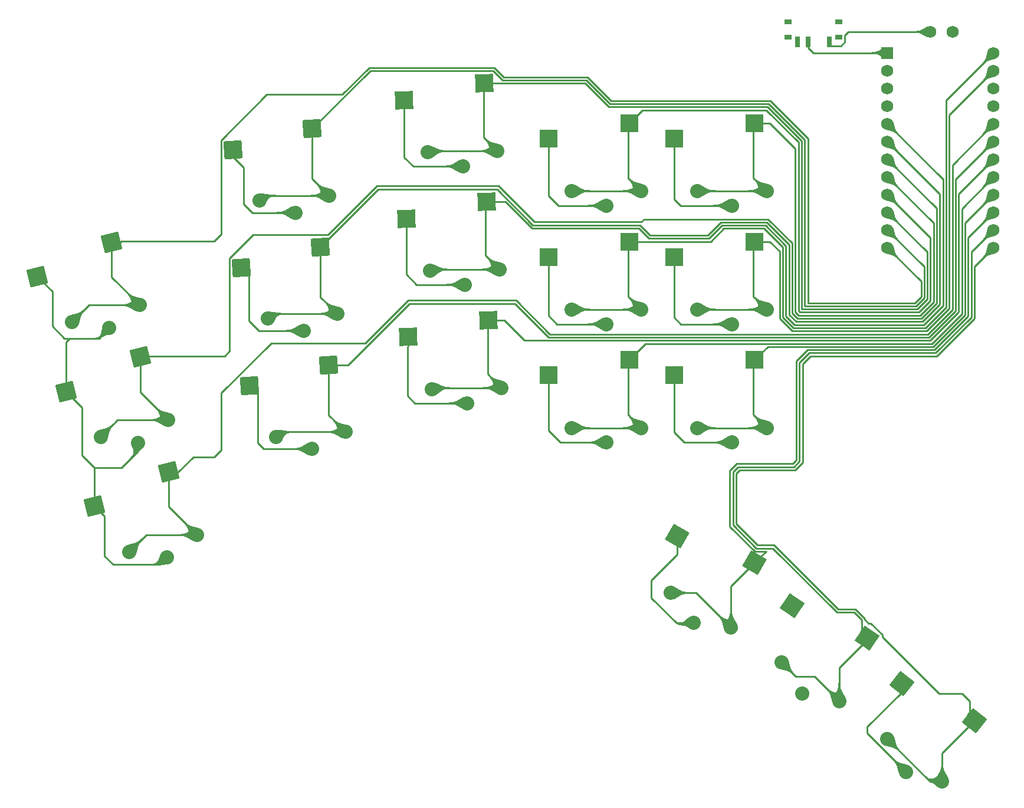
<source format=gbr>
%TF.GenerationSoftware,KiCad,Pcbnew,(6.0.5)*%
%TF.CreationDate,2022-05-07T22:58:45-04:00*%
%TF.ProjectId,main,6d61696e-2e6b-4696-9361-645f70636258,VERSION_HERE*%
%TF.SameCoordinates,Original*%
%TF.FileFunction,Copper,L1,Top*%
%TF.FilePolarity,Positive*%
%FSLAX46Y46*%
G04 Gerber Fmt 4.6, Leading zero omitted, Abs format (unit mm)*
G04 Created by KiCad (PCBNEW (6.0.5)) date 2022-05-07 22:58:45*
%MOMM*%
%LPD*%
G01*
G04 APERTURE LIST*
G04 Aperture macros list*
%AMRotRect*
0 Rectangle, with rotation*
0 The origin of the aperture is its center*
0 $1 length*
0 $2 width*
0 $3 Rotation angle, in degrees counterclockwise*
0 Add horizontal line*
21,1,$1,$2,0,0,$3*%
G04 Aperture macros list end*
%TA.AperFunction,ComponentPad*%
%ADD10C,1.752600*%
%TD*%
%TA.AperFunction,ComponentPad*%
%ADD11C,2.032000*%
%TD*%
%TA.AperFunction,SMDPad,CuDef*%
%ADD12R,1.000000X0.800000*%
%TD*%
%TA.AperFunction,SMDPad,CuDef*%
%ADD13R,0.700000X1.500000*%
%TD*%
%TA.AperFunction,SMDPad,CuDef*%
%ADD14RotRect,2.600000X2.600000X322.000000*%
%TD*%
%TA.AperFunction,SMDPad,CuDef*%
%ADD15RotRect,2.600000X2.600000X326.000000*%
%TD*%
%TA.AperFunction,SMDPad,CuDef*%
%ADD16RotRect,2.600000X2.600000X4.000000*%
%TD*%
%TA.AperFunction,SMDPad,CuDef*%
%ADD17RotRect,2.600000X2.600000X1.000000*%
%TD*%
%TA.AperFunction,SMDPad,CuDef*%
%ADD18RotRect,2.600000X2.600000X330.000000*%
%TD*%
%TA.AperFunction,SMDPad,CuDef*%
%ADD19RotRect,2.600000X2.600000X14.000000*%
%TD*%
%TA.AperFunction,SMDPad,CuDef*%
%ADD20R,2.600000X2.600000*%
%TD*%
%TA.AperFunction,ComponentPad*%
%ADD21R,1.752600X1.752600*%
%TD*%
%TA.AperFunction,Conductor*%
%ADD22C,0.250000*%
%TD*%
G04 APERTURE END LIST*
D10*
%TO.P,,1*%
%TO.N,pos*%
X268760000Y-101000000D03*
%TO.P,,2*%
%TO.N,GND*%
X272000000Y-101000000D03*
%TD*%
D11*
%TO.P,S16,1*%
%TO.N,P21*%
X206942199Y-135111491D03*
X196943722Y-135286015D03*
%TO.P,S16,2*%
%TO.N,GND*%
X201979610Y-137298433D03*
X201979610Y-137298433D03*
%TD*%
D12*
%TO.P,,*%
%TO.N,*%
X255639967Y-99534967D03*
X248339967Y-99534967D03*
X248339967Y-101744967D03*
X255639967Y-101744967D03*
D13*
%TO.P,,1*%
%TO.N,pos*%
X254239967Y-102394967D03*
%TO.P,,2*%
%TO.N,RAW*%
X251239967Y-102394967D03*
%TO.P,,3*%
%TO.N,N/C*%
X249739967Y-102394967D03*
%TD*%
D14*
%TO.P,S35,1*%
%TO.N,P9*%
X275130892Y-199887322D03*
%TO.P,S35,2*%
%TO.N,GND*%
X264674913Y-194510056D03*
%TD*%
D11*
%TO.P,S28,1*%
%TO.N,P0*%
X245275000Y-140846781D03*
X235275000Y-140846781D03*
%TO.P,S28,2*%
%TO.N,GND*%
X240275000Y-142946781D03*
X240275000Y-142946781D03*
%TD*%
%TO.P,S12,1*%
%TO.N,P16*%
X172483675Y-125211311D03*
X182459316Y-124513746D03*
%TO.P,S12,2*%
%TO.N,GND*%
X177617984Y-126957413D03*
X177617984Y-126957413D03*
%TD*%
%TO.P,S30,1*%
%TO.N,P18*%
X235275000Y-123846781D03*
X245275000Y-123846781D03*
%TO.P,S30,2*%
%TO.N,GND*%
X240275000Y-125946781D03*
X240275000Y-125946781D03*
%TD*%
D15*
%TO.P,S33,1*%
%TO.N,P8*%
X259736746Y-188004575D03*
%TO.P,S33,2*%
%TO.N,GND*%
X248931137Y-183369780D03*
%TD*%
D16*
%TO.P,S11,1*%
%TO.N,P16*%
X180058392Y-114907826D03*
%TO.P,S11,2*%
%TO.N,GND*%
X168689992Y-117908155D03*
%TD*%
D17*
%TO.P,S15,1*%
%TO.N,P21*%
X205047300Y-125393082D03*
%TO.P,S15,2*%
%TO.N,GND*%
X193537455Y-127794322D03*
%TD*%
D18*
%TO.P,S31,1*%
%TO.N,P7*%
X243551200Y-177224616D03*
%TO.P,S31,2*%
%TO.N,GND*%
X232448607Y-173354872D03*
%TD*%
D11*
%TO.P,S8,1*%
%TO.N,P3*%
X184831036Y-158430923D03*
X174855395Y-159128488D03*
%TO.P,S8,2*%
%TO.N,GND*%
X179989704Y-160874590D03*
X179989704Y-160874590D03*
%TD*%
D16*
%TO.P,S9,1*%
%TO.N,P20*%
X181244252Y-131866415D03*
%TO.P,S9,2*%
%TO.N,GND*%
X169875852Y-134866744D03*
%TD*%
D19*
%TO.P,S1,1*%
%TO.N,P2*%
X159478250Y-164174413D03*
%TO.P,S1,2*%
%TO.N,GND*%
X148803563Y-169103262D03*
%TD*%
D11*
%TO.P,S20,1*%
%TO.N,P5*%
X227275000Y-157846781D03*
X217275000Y-157846781D03*
%TO.P,S20,2*%
%TO.N,GND*%
X222275000Y-159946781D03*
X222275000Y-159946781D03*
%TD*%
D19*
%TO.P,S5,1*%
%TO.N,P10*%
X151252905Y-131184358D03*
%TO.P,S5,2*%
%TO.N,GND*%
X140578218Y-136113207D03*
%TD*%
D20*
%TO.P,S27,1*%
%TO.N,P0*%
X243550000Y-131096781D03*
%TO.P,S27,2*%
%TO.N,GND*%
X232000000Y-133296781D03*
%TD*%
D11*
%TO.P,S14,1*%
%TO.N,P4*%
X197240413Y-152283426D03*
X207238890Y-152108902D03*
%TO.P,S14,2*%
%TO.N,GND*%
X202276301Y-154295844D03*
X202276301Y-154295844D03*
%TD*%
%TO.P,S22,1*%
%TO.N,P1*%
X217275000Y-140846781D03*
X227275000Y-140846781D03*
%TO.P,S22,2*%
%TO.N,GND*%
X222275000Y-142946781D03*
X222275000Y-142946781D03*
%TD*%
D21*
%TO.P,MCU1,1*%
%TO.N,RAW*%
X262619967Y-104019967D03*
D10*
%TO.P,MCU1,2*%
%TO.N,GND*%
X262619967Y-106559967D03*
%TO.P,MCU1,3*%
%TO.N,RST*%
X262619967Y-109099967D03*
%TO.P,MCU1,4*%
%TO.N,VCC*%
X262619967Y-111639967D03*
%TO.P,MCU1,5*%
%TO.N,P21*%
X262619967Y-114179967D03*
%TO.P,MCU1,6*%
%TO.N,P20*%
X262619967Y-116719967D03*
%TO.P,MCU1,7*%
%TO.N,P19*%
X262619967Y-119259967D03*
%TO.P,MCU1,8*%
%TO.N,P18*%
X262619967Y-121799967D03*
%TO.P,MCU1,9*%
%TO.N,P15*%
X262619967Y-124339967D03*
%TO.P,MCU1,10*%
%TO.N,P14*%
X262619967Y-126879967D03*
%TO.P,MCU1,11*%
%TO.N,P16*%
X262619967Y-129419967D03*
%TO.P,MCU1,12*%
%TO.N,P10*%
X262619967Y-131959967D03*
%TO.P,MCU1,13*%
%TO.N,P1*%
X277859967Y-104019967D03*
%TO.P,MCU1,14*%
%TO.N,P0*%
X277859967Y-106559967D03*
%TO.P,MCU1,15*%
%TO.N,GND*%
X277859967Y-109099967D03*
%TO.P,MCU1,16*%
X277859967Y-111639967D03*
%TO.P,MCU1,17*%
%TO.N,P2*%
X277859967Y-114179967D03*
%TO.P,MCU1,18*%
%TO.N,P3*%
X277859967Y-116719967D03*
%TO.P,MCU1,19*%
%TO.N,P4*%
X277859967Y-119259967D03*
%TO.P,MCU1,20*%
%TO.N,P5*%
X277859967Y-121799967D03*
%TO.P,MCU1,21*%
%TO.N,P6*%
X277859967Y-124339967D03*
%TO.P,MCU1,22*%
%TO.N,P7*%
X277859967Y-126879967D03*
%TO.P,MCU1,23*%
%TO.N,P8*%
X277859967Y-129419967D03*
%TO.P,MCU1,24*%
%TO.N,P9*%
X277859967Y-131959967D03*
%TD*%
D17*
%TO.P,S13,1*%
%TO.N,P4*%
X205343991Y-142390493D03*
%TO.P,S13,2*%
%TO.N,GND*%
X193834146Y-144791733D03*
%TD*%
D19*
%TO.P,S3,1*%
%TO.N,P19*%
X155365578Y-147679386D03*
%TO.P,S3,2*%
%TO.N,GND*%
X144690891Y-152608235D03*
%TD*%
D16*
%TO.P,S7,1*%
%TO.N,P3*%
X182430112Y-148825003D03*
%TO.P,S7,2*%
%TO.N,GND*%
X171061712Y-151825332D03*
%TD*%
D11*
%TO.P,S4,1*%
%TO.N,P19*%
X149695120Y-159141673D03*
X159398077Y-156722454D03*
%TO.P,S4,2*%
%TO.N,GND*%
X155054634Y-159969685D03*
X155054634Y-159969685D03*
%TD*%
D20*
%TO.P,S29,1*%
%TO.N,P18*%
X243550000Y-114096781D03*
%TO.P,S29,2*%
%TO.N,GND*%
X232000000Y-116296781D03*
%TD*%
D17*
%TO.P,S17,1*%
%TO.N,P14*%
X204750609Y-108395672D03*
%TO.P,S17,2*%
%TO.N,GND*%
X193240764Y-110796912D03*
%TD*%
D20*
%TO.P,S25,1*%
%TO.N,P6*%
X243550000Y-148096781D03*
%TO.P,S25,2*%
%TO.N,GND*%
X232000000Y-150296781D03*
%TD*%
%TO.P,S19,1*%
%TO.N,P5*%
X225550000Y-148096781D03*
%TO.P,S19,2*%
%TO.N,GND*%
X214000000Y-150296781D03*
%TD*%
D11*
%TO.P,S26,1*%
%TO.N,P6*%
X235275000Y-157846781D03*
X245275000Y-157846781D03*
%TO.P,S26,2*%
%TO.N,GND*%
X240275000Y-159946781D03*
X240275000Y-159946781D03*
%TD*%
%TO.P,S2,1*%
%TO.N,P2*%
X163510749Y-173217481D03*
X153807792Y-175636700D03*
%TO.P,S2,2*%
%TO.N,GND*%
X159167306Y-176464712D03*
X159167306Y-176464712D03*
%TD*%
D20*
%TO.P,S21,1*%
%TO.N,P1*%
X225550000Y-131096781D03*
%TO.P,S21,2*%
%TO.N,GND*%
X214000000Y-133296781D03*
%TD*%
D11*
%TO.P,S34,1*%
%TO.N,P8*%
X255714705Y-197052299D03*
X247424329Y-191460370D03*
%TO.P,S34,2*%
%TO.N,GND*%
X250395212Y-195997314D03*
X250395212Y-195997314D03*
%TD*%
%TO.P,S36,1*%
%TO.N,P9*%
X270487511Y-208632443D03*
X262607404Y-202475828D03*
%TO.P,S36,2*%
%TO.N,GND*%
X265254568Y-207208958D03*
X265254568Y-207208958D03*
%TD*%
%TO.P,S18,1*%
%TO.N,P14*%
X206645508Y-118114081D03*
X196647031Y-118288605D03*
%TO.P,S18,2*%
%TO.N,GND*%
X201682919Y-120301023D03*
X201682919Y-120301023D03*
%TD*%
D20*
%TO.P,S23,1*%
%TO.N,P15*%
X225550000Y-114096781D03*
%TO.P,S23,2*%
%TO.N,GND*%
X214000000Y-116296781D03*
%TD*%
D11*
%TO.P,S10,1*%
%TO.N,P20*%
X173669535Y-142169900D03*
X183645176Y-141472335D03*
%TO.P,S10,2*%
%TO.N,GND*%
X178803844Y-143916002D03*
X178803844Y-143916002D03*
%TD*%
%TO.P,S32,1*%
%TO.N,P7*%
X240170094Y-186530864D03*
X231509840Y-181530864D03*
%TO.P,S32,2*%
%TO.N,GND*%
X234789967Y-185849517D03*
X234789967Y-185849517D03*
%TD*%
%TO.P,S24,1*%
%TO.N,P15*%
X227275000Y-123846781D03*
X217275000Y-123846781D03*
%TO.P,S24,2*%
%TO.N,GND*%
X222275000Y-125946781D03*
X222275000Y-125946781D03*
%TD*%
%TO.P,S6,1*%
%TO.N,P10*%
X145582447Y-142646645D03*
X155285404Y-140227426D03*
%TO.P,S6,2*%
%TO.N,GND*%
X150941961Y-143474657D03*
X150941961Y-143474657D03*
%TD*%
D22*
%TO.N,P2*%
X167000000Y-161000000D02*
X167000000Y-152834436D01*
X166000000Y-162000000D02*
X167000000Y-161000000D01*
X193813803Y-139550480D02*
X209345270Y-139550480D01*
X271941887Y-120098047D02*
X277859967Y-114179967D01*
X156227011Y-173217481D02*
X163510749Y-173217481D01*
X159478250Y-164174413D02*
X160825587Y-164174413D01*
X159478250Y-169184982D02*
X163510749Y-173217481D01*
X187682141Y-145682141D02*
X193813803Y-139550480D01*
X209345270Y-139550480D02*
X214186198Y-144391407D01*
X160825587Y-164174413D02*
X163000000Y-162000000D01*
X174152295Y-145682141D02*
X187682141Y-145682141D01*
X163000000Y-162000000D02*
X166000000Y-162000000D01*
X167000000Y-152834436D02*
X174152295Y-145682141D01*
X268412458Y-144391406D02*
X271941887Y-140861974D01*
X271941887Y-140861974D02*
X271941887Y-120098047D01*
X159478250Y-164174413D02*
X159478250Y-169184982D01*
X214186198Y-144391407D02*
X268412458Y-144391406D01*
X153807792Y-175636700D02*
X156227011Y-173217481D01*
%TO.N,GND*%
X228739967Y-182239967D02*
X232349517Y-185849517D01*
X215196781Y-142946781D02*
X222275000Y-142946781D01*
X150239967Y-170539666D02*
X150239967Y-176239967D01*
X232000000Y-125000000D02*
X232946781Y-125946781D01*
X240275000Y-142946781D02*
X232946781Y-142946781D01*
X193240764Y-118989170D02*
X193240764Y-110796912D01*
X214000000Y-141750000D02*
X215196781Y-142946781D01*
X194551023Y-120301023D02*
X193239967Y-118989967D01*
X193739967Y-146239967D02*
X193834146Y-146145788D01*
X173124590Y-160874590D02*
X179989704Y-160874590D01*
X170989967Y-135980859D02*
X169875852Y-134866744D01*
X152676371Y-163553563D02*
X148803563Y-163553563D01*
X201979610Y-137298433D02*
X195048433Y-137298433D01*
X146989967Y-161739967D02*
X148803563Y-163553563D01*
X146989967Y-154907311D02*
X146989967Y-161739967D01*
X148803563Y-163553563D02*
X148803563Y-169103262D01*
X214000000Y-133296781D02*
X214000000Y-141750000D01*
X140578218Y-136113207D02*
X142739967Y-138274956D01*
X193739967Y-153239967D02*
X193739967Y-146239967D01*
X142739967Y-143239967D02*
X144489967Y-144989967D01*
X232000000Y-116296781D02*
X232000000Y-125000000D01*
X149426651Y-144989967D02*
X150941961Y-143474657D01*
X233446781Y-159946781D02*
X232000000Y-158500000D01*
X170989967Y-142489967D02*
X170989967Y-135980859D01*
X232000000Y-142000000D02*
X232000000Y-133296781D01*
X171061712Y-151825332D02*
X172239967Y-153003587D01*
X170239967Y-120489967D02*
X170239967Y-125739967D01*
X215696781Y-159946781D02*
X222275000Y-159946781D01*
X264674913Y-195805021D02*
X259739967Y-200739967D01*
X232349517Y-185849517D02*
X234789967Y-185849517D01*
X170239967Y-125739967D02*
X171457413Y-126957413D01*
X214000000Y-150296781D02*
X214000000Y-158229934D01*
X168689992Y-117908155D02*
X168689992Y-118939992D01*
X202276301Y-154295844D02*
X194795844Y-154295844D01*
X158151307Y-177480711D02*
X159167306Y-176464712D01*
X151480711Y-177480711D02*
X158151307Y-177480711D01*
X193834146Y-146145788D02*
X193834146Y-144791733D01*
X193239967Y-118989967D02*
X193240764Y-118989170D01*
X155054634Y-159969685D02*
X155054634Y-161175300D01*
X213989967Y-158239967D02*
X215696781Y-159946781D01*
X232946781Y-142946781D02*
X232000000Y-142000000D01*
X172416002Y-143916002D02*
X170989967Y-142489967D01*
X144690891Y-145539043D02*
X145239967Y-144989967D01*
X171457413Y-126957413D02*
X177617984Y-126957413D01*
X232448607Y-176031327D02*
X228739967Y-179739967D01*
X148803563Y-169103262D02*
X150239967Y-170539666D01*
X172239967Y-159989967D02*
X173124590Y-160874590D01*
X144690891Y-152608235D02*
X146989967Y-154907311D01*
X194795844Y-154295844D02*
X193739967Y-153239967D01*
X178803844Y-143916002D02*
X172416002Y-143916002D01*
X172239967Y-153003587D02*
X172239967Y-159989967D01*
X232946781Y-125946781D02*
X240275000Y-125946781D01*
X144690891Y-152608235D02*
X144690891Y-145539043D01*
X215446781Y-125946781D02*
X222275000Y-125946781D01*
X195048433Y-137298433D02*
X193537455Y-135787455D01*
X155054634Y-161175300D02*
X152676371Y-163553563D01*
X214000000Y-124500000D02*
X215446781Y-125946781D01*
X150239967Y-176239967D02*
X151480711Y-177480711D01*
X228739967Y-179739967D02*
X228739967Y-182239967D01*
X214000000Y-158229934D02*
X213989967Y-158239967D01*
X145239967Y-144989967D02*
X149426651Y-144989967D01*
X232448607Y-173354872D02*
X232448607Y-176031327D01*
X142739967Y-138274956D02*
X142739967Y-143239967D01*
X259739967Y-200739967D02*
X259739967Y-201694357D01*
X201682919Y-120301023D02*
X194551023Y-120301023D01*
X144489967Y-144989967D02*
X145239967Y-144989967D01*
X168689992Y-118939992D02*
X170239967Y-120489967D01*
X214000000Y-116296781D02*
X214000000Y-124500000D01*
X240275000Y-159946781D02*
X233446781Y-159946781D01*
X264674913Y-194510056D02*
X264674913Y-195805021D01*
X259739967Y-201694357D02*
X265254568Y-207208958D01*
X232000000Y-158500000D02*
X232000000Y-150296781D01*
X193537455Y-135787455D02*
X193537455Y-127794322D01*
%TO.N,P19*%
X269694287Y-139930988D02*
X269694287Y-126334287D01*
X155365578Y-147679386D02*
X155365578Y-152689955D01*
X171535610Y-130154378D02*
X182320571Y-130154378D01*
X159398077Y-156722454D02*
X152114339Y-156722454D01*
X168163815Y-146836185D02*
X168163815Y-133526173D01*
X267481468Y-142143807D02*
X269694287Y-139930988D01*
X167477799Y-147522201D02*
X168163815Y-146836185D01*
X248947601Y-141404730D02*
X249686680Y-142143807D01*
X155365578Y-147679386D02*
X155522763Y-147522201D01*
X189348753Y-123126197D02*
X206761914Y-123126197D01*
X245483092Y-127873700D02*
X248947601Y-131338209D01*
X248947601Y-131338209D02*
X248947601Y-141404730D01*
X249686680Y-142143807D02*
X267481468Y-142143807D01*
X155365578Y-152689955D02*
X159398077Y-156722454D01*
X182320571Y-130154378D02*
X189348753Y-123126197D01*
X211918956Y-128283238D02*
X227256913Y-128283238D01*
X206761914Y-123126197D02*
X211918956Y-128283238D01*
X227256913Y-128283238D02*
X227666451Y-127873700D01*
X152114339Y-156722454D02*
X149695120Y-159141673D01*
X269694287Y-126334287D02*
X262619967Y-119259967D01*
X168163815Y-133526173D02*
X171535610Y-130154378D01*
X227666451Y-127873700D02*
X245483092Y-127873700D01*
X155522763Y-147522201D02*
X167477799Y-147522201D01*
%TO.N,P10*%
X155285404Y-140227426D02*
X148001666Y-140227426D01*
X267446687Y-139000000D02*
X267446687Y-136786687D01*
X219597259Y-107496632D02*
X222974329Y-110873700D01*
X251195201Y-139896207D02*
X266550480Y-139896207D01*
X267446687Y-136786687D02*
X262619967Y-131959967D01*
X245780851Y-110873700D02*
X251195201Y-116288050D01*
X207545831Y-107496632D02*
X219597259Y-107496632D01*
X148001666Y-140227426D02*
X145582447Y-142646645D01*
X251195201Y-116288050D02*
X251195201Y-139896207D01*
X222974329Y-110873700D02*
X245780851Y-110873700D01*
X152525256Y-131184358D02*
X152682441Y-131027173D01*
X165972827Y-131027173D02*
X166977955Y-130022045D01*
X152682441Y-131027173D02*
X165972827Y-131027173D01*
X188201714Y-106128787D02*
X206177985Y-106128787D01*
X266550480Y-139896207D02*
X267446687Y-139000000D01*
X206177985Y-106128787D02*
X207545831Y-107496632D01*
X184330500Y-110000000D02*
X188201714Y-106128787D01*
X151252905Y-131184358D02*
X151252905Y-136194927D01*
X166977955Y-116567584D02*
X173545539Y-110000000D01*
X166977955Y-130022045D02*
X166977955Y-116567584D01*
X151252905Y-131184358D02*
X152525256Y-131184358D01*
X173545539Y-110000000D02*
X184330500Y-110000000D01*
X151252905Y-136194927D02*
X155285404Y-140227426D01*
%TO.N,P3*%
X184831036Y-158430923D02*
X175552960Y-158430923D01*
X268598656Y-144840926D02*
X272391407Y-141048171D01*
X272391407Y-122188527D02*
X277859967Y-116719967D01*
X175552960Y-158430923D02*
X174855395Y-159128488D01*
X194000000Y-140000000D02*
X209159073Y-140000000D01*
X209159073Y-140000000D02*
X214000001Y-144840927D01*
X185174997Y-148825003D02*
X194000000Y-140000000D01*
X182429853Y-156029740D02*
X184831036Y-158430923D01*
X182429853Y-148825262D02*
X182429853Y-156029740D01*
X182430112Y-148825003D02*
X182429853Y-148825262D01*
X214000001Y-144840927D02*
X268598656Y-144840926D01*
X182430112Y-148825003D02*
X185174997Y-148825003D01*
X272391407Y-141048171D02*
X272391407Y-122188527D01*
%TO.N,P20*%
X206575717Y-123575717D02*
X211732758Y-128732758D01*
X236851152Y-130197741D02*
X238725674Y-128323220D01*
X211732758Y-128732758D02*
X227070716Y-128732758D01*
X248498081Y-141590927D02*
X249500483Y-142593327D01*
X249500483Y-142593327D02*
X267667666Y-142593327D01*
X248498081Y-131524406D02*
X248498081Y-141590927D01*
X181244252Y-131866415D02*
X181243993Y-131866674D01*
X227070716Y-128732758D02*
X228535700Y-130197741D01*
X245296895Y-128323220D02*
X248498081Y-131524406D01*
X238725674Y-128323220D02*
X245296895Y-128323220D01*
X270143807Y-140117186D02*
X270143807Y-124243807D01*
X183645176Y-141472335D02*
X174367100Y-141472335D01*
X189534950Y-123575717D02*
X206575717Y-123575717D01*
X181243993Y-139071152D02*
X183645176Y-141472335D01*
X270143807Y-124243807D02*
X262619967Y-116719967D01*
X267667666Y-142593327D02*
X270143807Y-140117186D01*
X181244252Y-131866415D02*
X189534950Y-123575717D01*
X181243993Y-131866674D02*
X181243993Y-139071152D01*
X228535700Y-130197741D02*
X236851152Y-130197741D01*
X174367100Y-141472335D02*
X173669535Y-142169900D01*
%TO.N,P16*%
X250745681Y-116474247D02*
X250745681Y-140345727D01*
X173181240Y-124513746D02*
X172483675Y-125211311D01*
X266736678Y-140345727D02*
X267896207Y-139186198D01*
X267896207Y-134696207D02*
X262619967Y-129419967D01*
X188387911Y-106578307D02*
X205991788Y-106578307D01*
X245594654Y-111323220D02*
X250745681Y-116474247D01*
X267896207Y-139186198D02*
X267896207Y-134696207D01*
X207359633Y-107946152D02*
X219411062Y-107946152D01*
X182459316Y-124513746D02*
X173181240Y-124513746D01*
X180058392Y-114907826D02*
X188387911Y-106578307D01*
X205991788Y-106578307D02*
X207359633Y-107946152D01*
X222788131Y-111323220D02*
X245594654Y-111323220D01*
X180058392Y-114907826D02*
X180058133Y-114908085D01*
X250745681Y-140345727D02*
X266736678Y-140345727D01*
X180058133Y-122112563D02*
X182459316Y-124513746D01*
X219411062Y-107946152D02*
X222788131Y-111323220D01*
X180058133Y-114908085D02*
X180058133Y-122112563D01*
%TO.N,P4*%
X197414937Y-152108902D02*
X197240413Y-152283426D01*
X205343991Y-142390493D02*
X207588539Y-142390493D01*
X205343991Y-142390493D02*
X205232603Y-142501881D01*
X268784854Y-145290445D02*
X272840927Y-141234368D01*
X272840927Y-141234368D02*
X272840927Y-124279007D01*
X210488493Y-145290447D02*
X268784854Y-145290445D01*
X207238890Y-152108902D02*
X197414937Y-152108902D01*
X205232603Y-150102615D02*
X207238890Y-152108902D01*
X207588539Y-142390493D02*
X210488493Y-145290447D01*
X272840927Y-124279007D02*
X277859967Y-119259967D01*
X205232603Y-142501881D02*
X205232603Y-150102615D01*
%TO.N,P21*%
X197118246Y-135111491D02*
X196943722Y-135286015D01*
X245110698Y-128772740D02*
X248048561Y-131710603D01*
X226924501Y-129222260D02*
X228349502Y-130647261D01*
X270593327Y-122153327D02*
X262619967Y-114179967D01*
X211586542Y-129222260D02*
X226924501Y-129222260D01*
X249314286Y-143042847D02*
X267853864Y-143042847D01*
X237037350Y-130647261D02*
X238911871Y-128772740D01*
X204935912Y-133105204D02*
X206942199Y-135111491D01*
X205047300Y-125393082D02*
X207757364Y-125393082D01*
X204935912Y-125504470D02*
X204935912Y-133105204D01*
X267853864Y-143042847D02*
X270593327Y-140303383D01*
X270593327Y-140303383D02*
X270593327Y-122153327D01*
X248048562Y-141777125D02*
X249314286Y-143042847D01*
X205047300Y-125393082D02*
X204935912Y-125504470D01*
X238911871Y-128772740D02*
X245110698Y-128772740D01*
X207757364Y-125393082D02*
X211586542Y-129222260D01*
X206942199Y-135111491D02*
X197118246Y-135111491D01*
X248048561Y-131710603D02*
X248048562Y-141777125D01*
X228349502Y-130647261D02*
X237037350Y-130647261D01*
%TO.N,P14*%
X222601933Y-111772740D02*
X245408457Y-111772740D01*
X204639221Y-108507060D02*
X204639221Y-116107794D01*
X204639221Y-116107794D02*
X206645508Y-118114081D01*
X245408457Y-111772740D02*
X250296161Y-116660444D01*
X268345727Y-139372396D02*
X268345727Y-132605727D01*
X219224865Y-108395672D02*
X222601933Y-111772740D01*
X196821555Y-118114081D02*
X196647031Y-118288605D01*
X204750609Y-108395672D02*
X219224865Y-108395672D01*
X250296161Y-140795247D02*
X266922876Y-140795247D01*
X204750609Y-108395672D02*
X204639221Y-108507060D01*
X250296161Y-116660444D02*
X250296161Y-140795247D01*
X266922876Y-140795247D02*
X268345727Y-139372396D01*
X268345727Y-132605727D02*
X262619967Y-126879967D01*
X206645508Y-118114081D02*
X196821555Y-118114081D01*
%TO.N,P5*%
X225550000Y-148096781D02*
X227906814Y-145739967D01*
X225400479Y-148246302D02*
X225400479Y-155972260D01*
X225550000Y-148096781D02*
X225400479Y-148246302D01*
X273290447Y-141420565D02*
X273290447Y-126369487D01*
X268971049Y-145739967D02*
X268971052Y-145739964D01*
X227906814Y-145739967D02*
X268971049Y-145739967D01*
X227275000Y-157846781D02*
X217275000Y-157846781D01*
X273290447Y-126369487D02*
X277859967Y-121799967D01*
X225400479Y-155972260D02*
X227275000Y-157846781D01*
X268971052Y-145739964D02*
X273290447Y-141420565D01*
%TO.N,P1*%
X271042847Y-110837087D02*
X277859967Y-104019967D01*
X268040062Y-143492367D02*
X271042847Y-140489580D01*
X225550000Y-131096781D02*
X237223547Y-131096781D01*
X249128085Y-143492367D02*
X268040062Y-143492367D01*
X225400479Y-131246302D02*
X225400479Y-138972260D01*
X247599041Y-131896800D02*
X247599041Y-141963323D01*
X237223547Y-131096781D02*
X239098068Y-129222260D01*
X225400479Y-138972260D02*
X227275000Y-140846781D01*
X227275000Y-140846781D02*
X217275000Y-140846781D01*
X225550000Y-131096781D02*
X225400479Y-131246302D01*
X244924501Y-129222260D02*
X247599041Y-131896800D01*
X247599041Y-141963323D02*
X249128085Y-143492367D01*
X239098068Y-129222260D02*
X244924501Y-129222260D01*
X271042847Y-140489580D02*
X271042847Y-110837087D01*
%TO.N,P15*%
X225400479Y-121972260D02*
X227275000Y-123846781D01*
X268795247Y-130515247D02*
X262619967Y-124339967D01*
X268795247Y-139558594D02*
X268795247Y-130515247D01*
X225550000Y-114096781D02*
X225400479Y-114246302D01*
X249846641Y-141032334D02*
X250059074Y-141244767D01*
X245222260Y-112222260D02*
X249846641Y-116846641D01*
X267109074Y-141244767D02*
X268795247Y-139558594D01*
X227424521Y-112222260D02*
X245222260Y-112222260D01*
X249846641Y-116846641D02*
X249846641Y-141032334D01*
X227275000Y-123846781D02*
X217275000Y-123846781D01*
X225400479Y-114246302D02*
X225400479Y-121972260D01*
X250059074Y-141244767D02*
X267109074Y-141244767D01*
X225550000Y-114096781D02*
X227424521Y-112222260D01*
%TO.N,P6*%
X243400479Y-155972260D02*
X245275000Y-157846781D01*
X243550000Y-148096781D02*
X245457294Y-146189487D01*
X243400479Y-148246302D02*
X243400479Y-155972260D01*
X245457294Y-146189487D02*
X269157246Y-146189487D01*
X273739967Y-141606762D02*
X273739967Y-128459967D01*
X243550000Y-148096781D02*
X243400479Y-148246302D01*
X273739967Y-128459967D02*
X277859967Y-124339967D01*
X269157246Y-146189487D02*
X273739967Y-141606762D01*
X245275000Y-157846781D02*
X235275000Y-157846781D01*
%TO.N,P0*%
X243400479Y-138972260D02*
X245275000Y-140846781D01*
X243550000Y-131096781D02*
X243400479Y-131246302D01*
X271492367Y-140675777D02*
X271492367Y-112927567D01*
X243550000Y-131096781D02*
X245725974Y-131096781D01*
X245725974Y-131096781D02*
X247149521Y-132520328D01*
X268226260Y-143941887D02*
X271492367Y-140675777D01*
X247149521Y-142149521D02*
X248941888Y-143941887D01*
X235275000Y-140846781D02*
X245275000Y-140846781D01*
X271492367Y-112927567D02*
X277859967Y-106559967D01*
X247149521Y-132520328D02*
X247149521Y-142149521D01*
X243400479Y-131246302D02*
X243400479Y-138972260D01*
X248941888Y-143941887D02*
X268226260Y-143941887D01*
%TO.N,P18*%
X243550000Y-114096781D02*
X243400479Y-114246302D01*
X249397121Y-141218532D02*
X249872877Y-141694287D01*
X249872877Y-141694287D02*
X267295272Y-141694287D01*
X245275000Y-123846781D02*
X235275000Y-123846781D01*
X269244767Y-128424767D02*
X262619967Y-121799967D01*
X269244767Y-139744791D02*
X269244767Y-128424767D01*
X243400479Y-121972260D02*
X245275000Y-123846781D01*
X243550000Y-114096781D02*
X245725974Y-114096781D01*
X267295272Y-141694287D02*
X269244767Y-139744791D01*
X249397121Y-117767928D02*
X249397121Y-141218532D01*
X243400479Y-114246302D02*
X243400479Y-121972260D01*
X245725974Y-114096781D02*
X249397121Y-117767928D01*
%TO.N,P7*%
X235170094Y-181530864D02*
X231509840Y-181530864D01*
X249000000Y-163000000D02*
X249550480Y-162449520D01*
X251180497Y-146639007D02*
X269343439Y-146639007D01*
X274189487Y-130550447D02*
X277859967Y-126879967D01*
X240000000Y-171999999D02*
X240000000Y-164000000D01*
X240000000Y-164000000D02*
X241000000Y-163000000D01*
X243551200Y-177224616D02*
X240170094Y-180605722D01*
X240170094Y-186530864D02*
X235170094Y-181530864D01*
X245202033Y-175573783D02*
X243573784Y-175573783D01*
X249550480Y-148269024D02*
X251180497Y-146639007D01*
X243551200Y-177224616D02*
X245202033Y-175573783D01*
X274189487Y-141792959D02*
X274189487Y-130550447D01*
X243573784Y-175573783D02*
X240000000Y-171999999D01*
X240170094Y-180605722D02*
X240170094Y-186530864D01*
X269343439Y-146639007D02*
X274189487Y-141792959D01*
X249550480Y-162449520D02*
X249550480Y-148269024D01*
X241000000Y-163000000D02*
X249000000Y-163000000D01*
%TO.N,P8*%
X250000000Y-162635717D02*
X250000000Y-148455222D01*
X240449520Y-171813802D02*
X240449520Y-164186198D01*
X249186198Y-163449520D02*
X250000000Y-162635717D01*
X250000000Y-148455222D02*
X251366695Y-147088527D01*
X259736746Y-188004575D02*
X258789005Y-187056834D01*
X243759981Y-175124263D02*
X240449520Y-171813802D01*
X249453926Y-193489967D02*
X247424329Y-191460370D01*
X258896169Y-185396765D02*
X257798101Y-184298697D01*
X259736746Y-188004575D02*
X259736746Y-188243188D01*
X255346734Y-184298697D02*
X246172300Y-175124263D01*
X252152373Y-193489967D02*
X249453926Y-193489967D01*
X258896169Y-186949670D02*
X258896169Y-185396765D01*
X251366695Y-147088527D02*
X269529637Y-147088527D01*
X274681372Y-141936792D02*
X274681372Y-132598562D01*
X246172300Y-175124263D02*
X243759981Y-175124263D01*
X258789005Y-187056834D02*
X258896169Y-186949670D01*
X257798101Y-184298697D02*
X255346734Y-184298697D01*
X240449520Y-164186198D02*
X241186198Y-163449520D01*
X269529637Y-147088527D02*
X274681372Y-141936792D01*
X274681372Y-132598562D02*
X277859967Y-129419967D01*
X255714705Y-192265229D02*
X255714705Y-197052299D01*
X255714705Y-197052299D02*
X252152373Y-193489967D01*
X241186198Y-163449520D02*
X249186198Y-163449520D01*
X259736746Y-188243188D02*
X255714705Y-192265229D01*
%TO.N,P9*%
X261865966Y-187865966D02*
X261865966Y-187519357D01*
X261865966Y-187519357D02*
X260221964Y-185875355D01*
X274424678Y-197094578D02*
X273326610Y-195996510D01*
X275130892Y-134689042D02*
X277859967Y-131959967D01*
X250449519Y-162821916D02*
X250449520Y-148641420D01*
X246358497Y-174674743D02*
X243946179Y-174674743D01*
X274424678Y-198647484D02*
X274424678Y-197094578D01*
X259345689Y-185345689D02*
X259345689Y-185210567D01*
X251552893Y-147538047D02*
X269715835Y-147538047D01*
X250449520Y-148641420D02*
X251552893Y-147538047D01*
X275130892Y-142122989D02*
X275130892Y-134689042D01*
X275130892Y-199887322D02*
X270487511Y-204530703D01*
X269996510Y-195996510D02*
X261865966Y-187865966D01*
X274157866Y-198914296D02*
X274424678Y-198647484D01*
X260221964Y-185875355D02*
X259875355Y-185875355D01*
X270487511Y-204530703D02*
X270487511Y-208632443D01*
X240899040Y-171627604D02*
X240899040Y-164372396D01*
X268764019Y-208632443D02*
X262607404Y-202475828D01*
X259875355Y-185875355D02*
X259345689Y-185345689D01*
X269715835Y-147538047D02*
X275130892Y-142122989D01*
X249372396Y-163899039D02*
X250449519Y-162821916D01*
X259345689Y-185210567D02*
X257984299Y-183849177D01*
X241372396Y-163899040D02*
X249372396Y-163899039D01*
X270487511Y-208632443D02*
X268764019Y-208632443D01*
X257984299Y-183849177D02*
X255532932Y-183849177D01*
X243946179Y-174674743D02*
X240899040Y-171627604D01*
X273326610Y-195996510D02*
X269996510Y-195996510D01*
X275130892Y-199887322D02*
X274157866Y-198914296D01*
X240899040Y-164372396D02*
X241372396Y-163899040D01*
X255532932Y-183849177D02*
X246358497Y-174674743D01*
%TO.N,RAW*%
X252000000Y-104000000D02*
X262600000Y-104000000D01*
X251239967Y-103239967D02*
X252000000Y-104000000D01*
X262600000Y-104000000D02*
X262619967Y-104019967D01*
X251239967Y-102394967D02*
X251239967Y-103239967D01*
%TO.N,pos*%
X255933956Y-103000000D02*
X256464478Y-102469478D01*
X256464478Y-101535522D02*
X257000000Y-101000000D01*
X254239967Y-102760033D02*
X254479934Y-103000000D01*
X254239967Y-102394967D02*
X254239967Y-102760033D01*
X254479934Y-103000000D02*
X255933956Y-103000000D01*
X256464478Y-102469478D02*
X256464478Y-101535522D01*
X257000000Y-101000000D02*
X268760000Y-101000000D01*
%TD*%
%TA.AperFunction,Conductor*%
%TO.N,GND*%
G36*
X263487579Y-205265144D02*
G01*
X263503872Y-205281341D01*
X263503889Y-205281358D01*
X263528098Y-205305139D01*
X263528136Y-205305176D01*
X263552106Y-205328431D01*
X263575788Y-205351117D01*
X263599189Y-205373243D01*
X263622302Y-205394803D01*
X263622303Y-205394803D01*
X263622318Y-205394817D01*
X263645180Y-205415848D01*
X263667783Y-205436346D01*
X263690134Y-205456320D01*
X263712241Y-205475778D01*
X263734109Y-205494730D01*
X263755747Y-205513184D01*
X263777161Y-205531150D01*
X263777170Y-205531158D01*
X263791034Y-205542594D01*
X263798358Y-205548636D01*
X263819346Y-205565652D01*
X263840131Y-205582207D01*
X263860721Y-205598310D01*
X263881123Y-205613969D01*
X263901344Y-205629194D01*
X263921390Y-205643994D01*
X263941269Y-205658378D01*
X263960989Y-205672354D01*
X263960994Y-205672358D01*
X263971819Y-205679870D01*
X263980555Y-205685932D01*
X263999976Y-205699121D01*
X264019258Y-205711930D01*
X264038408Y-205724368D01*
X264057434Y-205736444D01*
X264076342Y-205748167D01*
X264095140Y-205759546D01*
X264113835Y-205770590D01*
X264132433Y-205781307D01*
X264150942Y-205791708D01*
X264169369Y-205801801D01*
X264187721Y-205811595D01*
X264206006Y-205821099D01*
X264220781Y-205828577D01*
X264224215Y-205830315D01*
X264224229Y-205830322D01*
X264242390Y-205839269D01*
X264242399Y-205839273D01*
X264260522Y-205847962D01*
X264278605Y-205856397D01*
X264296656Y-205864587D01*
X264314681Y-205872541D01*
X264332688Y-205880268D01*
X264350684Y-205887778D01*
X264368675Y-205895079D01*
X264386670Y-205902180D01*
X264404674Y-205909091D01*
X264422696Y-205915820D01*
X264440741Y-205922376D01*
X264458818Y-205928769D01*
X264476933Y-205935007D01*
X264495094Y-205941100D01*
X264495157Y-205941121D01*
X264513307Y-205947056D01*
X264531579Y-205952884D01*
X264549918Y-205958595D01*
X264568331Y-205964195D01*
X264586825Y-205969695D01*
X264605406Y-205975104D01*
X264624036Y-205980418D01*
X264624083Y-205980431D01*
X264624093Y-205980434D01*
X264642861Y-205985684D01*
X264661748Y-205990873D01*
X264680752Y-205996006D01*
X264699879Y-206001093D01*
X264719117Y-206006138D01*
X264719136Y-206006143D01*
X264738522Y-206011163D01*
X264738531Y-206011165D01*
X264738553Y-206011171D01*
X264758070Y-206016167D01*
X264777761Y-206021159D01*
X264797610Y-206026150D01*
X264817625Y-206031149D01*
X264837813Y-206036164D01*
X264858181Y-206041206D01*
X264878736Y-206046282D01*
X264899483Y-206051402D01*
X264899485Y-206051402D01*
X264920435Y-206056575D01*
X264920440Y-206056577D01*
X264941585Y-206061809D01*
X264941594Y-206061811D01*
X264962955Y-206067114D01*
X264962967Y-206067117D01*
X264984547Y-206072499D01*
X264984563Y-206072503D01*
X265006371Y-206077974D01*
X265006389Y-206077978D01*
X265028451Y-206083551D01*
X265028473Y-206083557D01*
X265050731Y-206089225D01*
X265050756Y-206089231D01*
X265073286Y-206095021D01*
X265073313Y-206095028D01*
X265096096Y-206100941D01*
X265096127Y-206100949D01*
X265119206Y-206107005D01*
X265119238Y-206107014D01*
X265142522Y-206113195D01*
X265142557Y-206113204D01*
X265166150Y-206119545D01*
X265166187Y-206119555D01*
X265190103Y-206126067D01*
X265190142Y-206126078D01*
X265214271Y-206132738D01*
X265214312Y-206132749D01*
X265238779Y-206139599D01*
X265238822Y-206139611D01*
X265263639Y-206146660D01*
X265263684Y-206146673D01*
X265288724Y-206153895D01*
X265288770Y-206153908D01*
X265314223Y-206161361D01*
X265314221Y-206161368D01*
X265314269Y-206161375D01*
X265339957Y-206169016D01*
X265339999Y-206169050D01*
X265340005Y-206169030D01*
X265366122Y-206176923D01*
X265366120Y-206176930D01*
X265366170Y-206176938D01*
X265392532Y-206185035D01*
X265392576Y-206185071D01*
X265392582Y-206185050D01*
X265419392Y-206193418D01*
X265419445Y-206193435D01*
X265446558Y-206202039D01*
X265474089Y-206210920D01*
X265501991Y-206220070D01*
X265530216Y-206229481D01*
X265530271Y-206229499D01*
X265558880Y-206239196D01*
X265558936Y-206239215D01*
X265580268Y-206246566D01*
X265586973Y-206252502D01*
X265588154Y-206257398D01*
X265597051Y-206712521D01*
X265613540Y-207556003D01*
X265610275Y-207564342D01*
X265601613Y-207567930D01*
X265065834Y-207557456D01*
X264303008Y-207542544D01*
X264294805Y-207538956D01*
X264292176Y-207534658D01*
X264284825Y-207513326D01*
X264284806Y-207513270D01*
X264275109Y-207484661D01*
X264275091Y-207484606D01*
X264265680Y-207456381D01*
X264256530Y-207428479D01*
X264247649Y-207400948D01*
X264239028Y-207373782D01*
X264230660Y-207346972D01*
X264230672Y-207346968D01*
X264230644Y-207346921D01*
X264222548Y-207320562D01*
X264222553Y-207320506D01*
X264222533Y-207320512D01*
X264214640Y-207294395D01*
X264214652Y-207294391D01*
X264214625Y-207294346D01*
X264206985Y-207268661D01*
X264206991Y-207268607D01*
X264206971Y-207268613D01*
X264199518Y-207243160D01*
X264199505Y-207243114D01*
X264192270Y-207218029D01*
X264192257Y-207217984D01*
X264185221Y-207193212D01*
X264185209Y-207193169D01*
X264178359Y-207168702D01*
X264178348Y-207168661D01*
X264171677Y-207144493D01*
X264171666Y-207144454D01*
X264165165Y-207120577D01*
X264165155Y-207120540D01*
X264158814Y-207096947D01*
X264158805Y-207096912D01*
X264152624Y-207073628D01*
X264152615Y-207073596D01*
X264146559Y-207050517D01*
X264146551Y-207050486D01*
X264140638Y-207027703D01*
X264140631Y-207027676D01*
X264134841Y-207005146D01*
X264134835Y-207005121D01*
X264129161Y-206982841D01*
X264129155Y-206982819D01*
X264123588Y-206960779D01*
X264123584Y-206960761D01*
X264118113Y-206938953D01*
X264118109Y-206938937D01*
X264112727Y-206917357D01*
X264112724Y-206917345D01*
X264107421Y-206895984D01*
X264107419Y-206895975D01*
X264102187Y-206874830D01*
X264102185Y-206874825D01*
X264097012Y-206853875D01*
X264097012Y-206853873D01*
X264091892Y-206833126D01*
X264086816Y-206812571D01*
X264081774Y-206792203D01*
X264076759Y-206772015D01*
X264071760Y-206752000D01*
X264066769Y-206732151D01*
X264061792Y-206712521D01*
X264061777Y-206712460D01*
X264056775Y-206692921D01*
X264051753Y-206673526D01*
X264046703Y-206654269D01*
X264041616Y-206635142D01*
X264036483Y-206616138D01*
X264031294Y-206597251D01*
X264026041Y-206578473D01*
X264020714Y-206559796D01*
X264015305Y-206541215D01*
X264009805Y-206522721D01*
X264004205Y-206504308D01*
X263998494Y-206485969D01*
X263992666Y-206467697D01*
X263986710Y-206449484D01*
X263980617Y-206431323D01*
X263974379Y-206413208D01*
X263967986Y-206395131D01*
X263961430Y-206377086D01*
X263954701Y-206359064D01*
X263947790Y-206341060D01*
X263940689Y-206323065D01*
X263933388Y-206305074D01*
X263925878Y-206287078D01*
X263918151Y-206269071D01*
X263910197Y-206251046D01*
X263902007Y-206232995D01*
X263893572Y-206214912D01*
X263884883Y-206196789D01*
X263875932Y-206178619D01*
X263866709Y-206160396D01*
X263857205Y-206142111D01*
X263847411Y-206123759D01*
X263837318Y-206105332D01*
X263826917Y-206086823D01*
X263816200Y-206068225D01*
X263805156Y-206049530D01*
X263793777Y-206030732D01*
X263782054Y-206011824D01*
X263769978Y-205992798D01*
X263757540Y-205973648D01*
X263744731Y-205954366D01*
X263735717Y-205941092D01*
X263731542Y-205934945D01*
X263717968Y-205915384D01*
X263717964Y-205915379D01*
X263703988Y-205895659D01*
X263703569Y-205895079D01*
X263689604Y-205875780D01*
X263674804Y-205855734D01*
X263659579Y-205835513D01*
X263659578Y-205835512D01*
X263643919Y-205815110D01*
X263633511Y-205801801D01*
X263627817Y-205794521D01*
X263611323Y-205773812D01*
X263611295Y-205773778D01*
X263611262Y-205773736D01*
X263594246Y-205752748D01*
X263580817Y-205736469D01*
X263576768Y-205731560D01*
X263576760Y-205731551D01*
X263558794Y-205710137D01*
X263540340Y-205688499D01*
X263521388Y-205666631D01*
X263501930Y-205644524D01*
X263481956Y-205622173D01*
X263461458Y-205599570D01*
X263440427Y-205576708D01*
X263440413Y-205576693D01*
X263440413Y-205576692D01*
X263418853Y-205553579D01*
X263396727Y-205530178D01*
X263374041Y-205506496D01*
X263350786Y-205482526D01*
X263350749Y-205482488D01*
X263326968Y-205458279D01*
X263326951Y-205458262D01*
X263310754Y-205441969D01*
X263307352Y-205433686D01*
X263310779Y-205425448D01*
X263471058Y-205265169D01*
X263479331Y-205261742D01*
X263487579Y-205265144D01*
G37*
%TD.AperFunction*%
%TD*%
%TA.AperFunction,Conductor*%
%TO.N,GND*%
G36*
X221838026Y-159038045D02*
G01*
X222653016Y-159821781D01*
X222774231Y-159938348D01*
X222777819Y-159946552D01*
X222774231Y-159955214D01*
X221915100Y-160781399D01*
X221838027Y-160855516D01*
X221829688Y-160858781D01*
X221824790Y-160857600D01*
X221804509Y-160847714D01*
X221804457Y-160847688D01*
X221777422Y-160834341D01*
X221777369Y-160834315D01*
X221750705Y-160820985D01*
X221750654Y-160820959D01*
X221724505Y-160807726D01*
X221724454Y-160807700D01*
X221698807Y-160794563D01*
X221698758Y-160794538D01*
X221673453Y-160781424D01*
X221648578Y-160768384D01*
X221624167Y-160755444D01*
X221624121Y-160755420D01*
X221600072Y-160742534D01*
X221576461Y-160729749D01*
X221576429Y-160729709D01*
X221576419Y-160729726D01*
X221553151Y-160716999D01*
X221553109Y-160716976D01*
X221530256Y-160704353D01*
X221530261Y-160704343D01*
X221530218Y-160704332D01*
X221507723Y-160691790D01*
X221485540Y-160679311D01*
X221463696Y-160666917D01*
X221462824Y-160666418D01*
X221442214Y-160654630D01*
X221442180Y-160654611D01*
X221420980Y-160642392D01*
X221420950Y-160642374D01*
X221400115Y-160630281D01*
X221400085Y-160630264D01*
X221379484Y-160618227D01*
X221379488Y-160618220D01*
X221379458Y-160618212D01*
X221359190Y-160606296D01*
X221359171Y-160606272D01*
X221359165Y-160606282D01*
X221339117Y-160594430D01*
X221339096Y-160594417D01*
X221319328Y-160582675D01*
X221319308Y-160582663D01*
X221299802Y-160571024D01*
X221299786Y-160571015D01*
X221280482Y-160559454D01*
X221280468Y-160559445D01*
X221261414Y-160547998D01*
X221261403Y-160547992D01*
X221242537Y-160536630D01*
X221242529Y-160536625D01*
X221223874Y-160525371D01*
X221223869Y-160525368D01*
X221205402Y-160514215D01*
X221205401Y-160514214D01*
X221187110Y-160503164D01*
X221169014Y-160492236D01*
X221168986Y-160492219D01*
X221151019Y-160481381D01*
X221133197Y-160470653D01*
X221115510Y-160460034D01*
X221097945Y-160449528D01*
X221080491Y-160439134D01*
X221063138Y-160428855D01*
X221045873Y-160418692D01*
X221028685Y-160408646D01*
X221011563Y-160398718D01*
X220994496Y-160388910D01*
X220977472Y-160379224D01*
X220960479Y-160369660D01*
X220943506Y-160360220D01*
X220926542Y-160350906D01*
X220909576Y-160341718D01*
X220892596Y-160332659D01*
X220875591Y-160323729D01*
X220858549Y-160314929D01*
X220841459Y-160306262D01*
X220824309Y-160297729D01*
X220807139Y-160289355D01*
X220807118Y-160289345D01*
X220807089Y-160289331D01*
X220789786Y-160281069D01*
X220789762Y-160281058D01*
X220789746Y-160281050D01*
X220772424Y-160272961D01*
X220772390Y-160272945D01*
X220754888Y-160264960D01*
X220737271Y-160257115D01*
X220719525Y-160249413D01*
X220701677Y-160241868D01*
X220701664Y-160241863D01*
X220701641Y-160241853D01*
X220683606Y-160234439D01*
X220665409Y-160227170D01*
X220656030Y-160223534D01*
X220647066Y-160220058D01*
X220647039Y-160220048D01*
X220628484Y-160213076D01*
X220628469Y-160213070D01*
X220628463Y-160213068D01*
X220609763Y-160206264D01*
X220609733Y-160206253D01*
X220607586Y-160205497D01*
X220590824Y-160199599D01*
X220590792Y-160199588D01*
X220590774Y-160199582D01*
X220571597Y-160193063D01*
X220552189Y-160186699D01*
X220532540Y-160180491D01*
X220512637Y-160174439D01*
X220492471Y-160168546D01*
X220472028Y-160162813D01*
X220451299Y-160157240D01*
X220430271Y-160151830D01*
X220430244Y-160151823D01*
X220430227Y-160151819D01*
X220408961Y-160146591D01*
X220408877Y-160146571D01*
X220401730Y-160144895D01*
X220387273Y-160141503D01*
X220365281Y-160136589D01*
X220342945Y-160131843D01*
X220320253Y-160127265D01*
X220297194Y-160122859D01*
X220273757Y-160118625D01*
X220249931Y-160114564D01*
X220225703Y-160110678D01*
X220201063Y-160106968D01*
X220175999Y-160103436D01*
X220150555Y-160100089D01*
X220150537Y-160100087D01*
X220150500Y-160100082D01*
X220124555Y-160096909D01*
X220098151Y-160093918D01*
X220071278Y-160091109D01*
X220043925Y-160088485D01*
X220016107Y-160086049D01*
X220016079Y-160086047D01*
X219987768Y-160083799D01*
X219987707Y-160083794D01*
X219958921Y-160081738D01*
X219958865Y-160081734D01*
X219929475Y-160079861D01*
X219899547Y-160078180D01*
X219869070Y-160076691D01*
X219838032Y-160075397D01*
X219806423Y-160074297D01*
X219774230Y-160073395D01*
X219741443Y-160072691D01*
X219708049Y-160072186D01*
X219674039Y-160071882D01*
X219651066Y-160071815D01*
X219642803Y-160068364D01*
X219639400Y-160060115D01*
X219639400Y-159833447D01*
X219642827Y-159825174D01*
X219651065Y-159821747D01*
X219673846Y-159821680D01*
X219674039Y-159821679D01*
X219708049Y-159821375D01*
X219741443Y-159820870D01*
X219774230Y-159820166D01*
X219806423Y-159819264D01*
X219838032Y-159818164D01*
X219869070Y-159816870D01*
X219899547Y-159815381D01*
X219929475Y-159813700D01*
X219958865Y-159811827D01*
X219958921Y-159811823D01*
X219987707Y-159809767D01*
X219987768Y-159809762D01*
X219989665Y-159809611D01*
X220016079Y-159807514D01*
X220016107Y-159807512D01*
X220043925Y-159805076D01*
X220071278Y-159802452D01*
X220098151Y-159799643D01*
X220124502Y-159796658D01*
X220124555Y-159796652D01*
X220150500Y-159793479D01*
X220150537Y-159793474D01*
X220150555Y-159793472D01*
X220175999Y-159790125D01*
X220201063Y-159786593D01*
X220225703Y-159782883D01*
X220249931Y-159778997D01*
X220249943Y-159778995D01*
X220273757Y-159774936D01*
X220297194Y-159770702D01*
X220297210Y-159770699D01*
X220320211Y-159766304D01*
X220320209Y-159766304D01*
X220320253Y-159766296D01*
X220342945Y-159761718D01*
X220365281Y-159756972D01*
X220387273Y-159752058D01*
X220408932Y-159746977D01*
X220408952Y-159746972D01*
X220408961Y-159746970D01*
X220430227Y-159741742D01*
X220430244Y-159741738D01*
X220430271Y-159741731D01*
X220451299Y-159736321D01*
X220472028Y-159730748D01*
X220492471Y-159725015D01*
X220512637Y-159719122D01*
X220532540Y-159713070D01*
X220552189Y-159706862D01*
X220571597Y-159700498D01*
X220590774Y-159693979D01*
X220590792Y-159693973D01*
X220590824Y-159693962D01*
X220609693Y-159687322D01*
X220609733Y-159687308D01*
X220628484Y-159680485D01*
X220647039Y-159673513D01*
X220647045Y-159673511D01*
X220647066Y-159673503D01*
X220656030Y-159670027D01*
X220665409Y-159666391D01*
X220683606Y-159659122D01*
X220683626Y-159659114D01*
X220689939Y-159656519D01*
X220701641Y-159651708D01*
X220701664Y-159651698D01*
X220701677Y-159651693D01*
X220719525Y-159644148D01*
X220737206Y-159636474D01*
X220737271Y-159636446D01*
X220754888Y-159628601D01*
X220763639Y-159624609D01*
X220772354Y-159620633D01*
X220772424Y-159620600D01*
X220789746Y-159612511D01*
X220789762Y-159612503D01*
X220789786Y-159612492D01*
X220807089Y-159604230D01*
X220807118Y-159604216D01*
X220807139Y-159604206D01*
X220824309Y-159595832D01*
X220824339Y-159595817D01*
X220841459Y-159587299D01*
X220858549Y-159578632D01*
X220875591Y-159569832D01*
X220892596Y-159560902D01*
X220909576Y-159551843D01*
X220926542Y-159542655D01*
X220943506Y-159533341D01*
X220960479Y-159523901D01*
X220977472Y-159514337D01*
X220994496Y-159504651D01*
X221011563Y-159494843D01*
X221028685Y-159484915D01*
X221045873Y-159474869D01*
X221063138Y-159464706D01*
X221080491Y-159454427D01*
X221097945Y-159444033D01*
X221115510Y-159433527D01*
X221133197Y-159422908D01*
X221151019Y-159412180D01*
X221168986Y-159401342D01*
X221169014Y-159401325D01*
X221187110Y-159390397D01*
X221205401Y-159379347D01*
X221205402Y-159379346D01*
X221223869Y-159368193D01*
X221223874Y-159368190D01*
X221242529Y-159356936D01*
X221242537Y-159356931D01*
X221261403Y-159345569D01*
X221261414Y-159345563D01*
X221280468Y-159334116D01*
X221280482Y-159334107D01*
X221299786Y-159322546D01*
X221299802Y-159322537D01*
X221319308Y-159310898D01*
X221319328Y-159310886D01*
X221339096Y-159299144D01*
X221339117Y-159299131D01*
X221359165Y-159287279D01*
X221359167Y-159287282D01*
X221359188Y-159287265D01*
X221379459Y-159275349D01*
X221379490Y-159275345D01*
X221379484Y-159275334D01*
X221400085Y-159263297D01*
X221400115Y-159263280D01*
X221420950Y-159251187D01*
X221420980Y-159251169D01*
X221442180Y-159238950D01*
X221442214Y-159238931D01*
X221463661Y-159226664D01*
X221463696Y-159226644D01*
X221485540Y-159214250D01*
X221485577Y-159214229D01*
X221507723Y-159201771D01*
X221530217Y-159189230D01*
X221530265Y-159189224D01*
X221530256Y-159189208D01*
X221553109Y-159176585D01*
X221553151Y-159176562D01*
X221576419Y-159163835D01*
X221576422Y-159163841D01*
X221576458Y-159163814D01*
X221600072Y-159151027D01*
X221624121Y-159138141D01*
X221624167Y-159138117D01*
X221648578Y-159125177D01*
X221673453Y-159112137D01*
X221698758Y-159099023D01*
X221724505Y-159085835D01*
X221750705Y-159072576D01*
X221777369Y-159059246D01*
X221804509Y-159045847D01*
X221824792Y-159035961D01*
X221833728Y-159035416D01*
X221838026Y-159038045D01*
G37*
%TD.AperFunction*%
%TD*%
%TA.AperFunction,Conductor*%
%TO.N,GND*%
G36*
X239838026Y-142038045D02*
G01*
X240653016Y-142821781D01*
X240774231Y-142938348D01*
X240777819Y-142946552D01*
X240774231Y-142955214D01*
X239915100Y-143781399D01*
X239838027Y-143855516D01*
X239829688Y-143858781D01*
X239824790Y-143857600D01*
X239804509Y-143847714D01*
X239804457Y-143847688D01*
X239777422Y-143834341D01*
X239777369Y-143834315D01*
X239750705Y-143820985D01*
X239750654Y-143820959D01*
X239724505Y-143807726D01*
X239724454Y-143807700D01*
X239698807Y-143794563D01*
X239698758Y-143794538D01*
X239673453Y-143781424D01*
X239648578Y-143768384D01*
X239624167Y-143755444D01*
X239624121Y-143755420D01*
X239600072Y-143742534D01*
X239576461Y-143729749D01*
X239576429Y-143729709D01*
X239576419Y-143729726D01*
X239553151Y-143716999D01*
X239553109Y-143716976D01*
X239530256Y-143704353D01*
X239530261Y-143704343D01*
X239530218Y-143704332D01*
X239507723Y-143691790D01*
X239485540Y-143679311D01*
X239463696Y-143666917D01*
X239462824Y-143666418D01*
X239442214Y-143654630D01*
X239442180Y-143654611D01*
X239420980Y-143642392D01*
X239420950Y-143642374D01*
X239400115Y-143630281D01*
X239400085Y-143630264D01*
X239379484Y-143618227D01*
X239379488Y-143618220D01*
X239379458Y-143618212D01*
X239359190Y-143606296D01*
X239359171Y-143606272D01*
X239359165Y-143606282D01*
X239339117Y-143594430D01*
X239339096Y-143594417D01*
X239319328Y-143582675D01*
X239319308Y-143582663D01*
X239299802Y-143571024D01*
X239299786Y-143571015D01*
X239280482Y-143559454D01*
X239280468Y-143559445D01*
X239261414Y-143547998D01*
X239261403Y-143547992D01*
X239242537Y-143536630D01*
X239242529Y-143536625D01*
X239223874Y-143525371D01*
X239223869Y-143525368D01*
X239205402Y-143514215D01*
X239205401Y-143514214D01*
X239187110Y-143503164D01*
X239169014Y-143492236D01*
X239168986Y-143492219D01*
X239151019Y-143481381D01*
X239133197Y-143470653D01*
X239115510Y-143460034D01*
X239097945Y-143449528D01*
X239080491Y-143439134D01*
X239063138Y-143428855D01*
X239045873Y-143418692D01*
X239028685Y-143408646D01*
X239011563Y-143398718D01*
X238994496Y-143388910D01*
X238977472Y-143379224D01*
X238960479Y-143369660D01*
X238943506Y-143360220D01*
X238926542Y-143350906D01*
X238909576Y-143341718D01*
X238892596Y-143332659D01*
X238875591Y-143323729D01*
X238858549Y-143314929D01*
X238841459Y-143306262D01*
X238824309Y-143297729D01*
X238807139Y-143289355D01*
X238807118Y-143289345D01*
X238807089Y-143289331D01*
X238789786Y-143281069D01*
X238789762Y-143281058D01*
X238789746Y-143281050D01*
X238772424Y-143272961D01*
X238772390Y-143272945D01*
X238754888Y-143264960D01*
X238737271Y-143257115D01*
X238719525Y-143249413D01*
X238701677Y-143241868D01*
X238701664Y-143241863D01*
X238701641Y-143241853D01*
X238683606Y-143234439D01*
X238665409Y-143227170D01*
X238656030Y-143223534D01*
X238647066Y-143220058D01*
X238647039Y-143220048D01*
X238628484Y-143213076D01*
X238628469Y-143213070D01*
X238628463Y-143213068D01*
X238609763Y-143206264D01*
X238609733Y-143206253D01*
X238607586Y-143205497D01*
X238590824Y-143199599D01*
X238590792Y-143199588D01*
X238590774Y-143199582D01*
X238571597Y-143193063D01*
X238552189Y-143186699D01*
X238532540Y-143180491D01*
X238512637Y-143174439D01*
X238492471Y-143168546D01*
X238472028Y-143162813D01*
X238451299Y-143157240D01*
X238430271Y-143151830D01*
X238430244Y-143151823D01*
X238430227Y-143151819D01*
X238408961Y-143146591D01*
X238408877Y-143146571D01*
X238401730Y-143144895D01*
X238387273Y-143141503D01*
X238365281Y-143136589D01*
X238342945Y-143131843D01*
X238320253Y-143127265D01*
X238297194Y-143122859D01*
X238273757Y-143118625D01*
X238249931Y-143114564D01*
X238225703Y-143110678D01*
X238201063Y-143106968D01*
X238175999Y-143103436D01*
X238150555Y-143100089D01*
X238150537Y-143100087D01*
X238150500Y-143100082D01*
X238124555Y-143096909D01*
X238098151Y-143093918D01*
X238071278Y-143091109D01*
X238043925Y-143088485D01*
X238016107Y-143086049D01*
X238016079Y-143086047D01*
X237987768Y-143083799D01*
X237987707Y-143083794D01*
X237958921Y-143081738D01*
X237958865Y-143081734D01*
X237929475Y-143079861D01*
X237899547Y-143078180D01*
X237869070Y-143076691D01*
X237838032Y-143075397D01*
X237806423Y-143074297D01*
X237774230Y-143073395D01*
X237741443Y-143072691D01*
X237708049Y-143072186D01*
X237674039Y-143071882D01*
X237651066Y-143071815D01*
X237642803Y-143068364D01*
X237639400Y-143060115D01*
X237639400Y-142833447D01*
X237642827Y-142825174D01*
X237651065Y-142821747D01*
X237673846Y-142821680D01*
X237674039Y-142821679D01*
X237708049Y-142821375D01*
X237741443Y-142820870D01*
X237774230Y-142820166D01*
X237806423Y-142819264D01*
X237838032Y-142818164D01*
X237869070Y-142816870D01*
X237899547Y-142815381D01*
X237929475Y-142813700D01*
X237958865Y-142811827D01*
X237958921Y-142811823D01*
X237987707Y-142809767D01*
X237987768Y-142809762D01*
X237989665Y-142809611D01*
X238016079Y-142807514D01*
X238016107Y-142807512D01*
X238043925Y-142805076D01*
X238071278Y-142802452D01*
X238098151Y-142799643D01*
X238124502Y-142796658D01*
X238124555Y-142796652D01*
X238150500Y-142793479D01*
X238150537Y-142793474D01*
X238150555Y-142793472D01*
X238175999Y-142790125D01*
X238201063Y-142786593D01*
X238225703Y-142782883D01*
X238249931Y-142778997D01*
X238249943Y-142778995D01*
X238273757Y-142774936D01*
X238297194Y-142770702D01*
X238297210Y-142770699D01*
X238320211Y-142766304D01*
X238320209Y-142766304D01*
X238320253Y-142766296D01*
X238342945Y-142761718D01*
X238365281Y-142756972D01*
X238387273Y-142752058D01*
X238408932Y-142746977D01*
X238408952Y-142746972D01*
X238408961Y-142746970D01*
X238430227Y-142741742D01*
X238430244Y-142741738D01*
X238430271Y-142741731D01*
X238451299Y-142736321D01*
X238472028Y-142730748D01*
X238492471Y-142725015D01*
X238512637Y-142719122D01*
X238532540Y-142713070D01*
X238552189Y-142706862D01*
X238571597Y-142700498D01*
X238590774Y-142693979D01*
X238590792Y-142693973D01*
X238590824Y-142693962D01*
X238609693Y-142687322D01*
X238609733Y-142687308D01*
X238628484Y-142680485D01*
X238647039Y-142673513D01*
X238647045Y-142673511D01*
X238647066Y-142673503D01*
X238656030Y-142670027D01*
X238665409Y-142666391D01*
X238683606Y-142659122D01*
X238683626Y-142659114D01*
X238689939Y-142656519D01*
X238701641Y-142651708D01*
X238701664Y-142651698D01*
X238701677Y-142651693D01*
X238719525Y-142644148D01*
X238737206Y-142636474D01*
X238737271Y-142636446D01*
X238754888Y-142628601D01*
X238763639Y-142624608D01*
X238772354Y-142620633D01*
X238772424Y-142620600D01*
X238789746Y-142612511D01*
X238789762Y-142612503D01*
X238789786Y-142612492D01*
X238807089Y-142604230D01*
X238807118Y-142604216D01*
X238807139Y-142604206D01*
X238824309Y-142595832D01*
X238824339Y-142595817D01*
X238841459Y-142587299D01*
X238858549Y-142578632D01*
X238875591Y-142569832D01*
X238892596Y-142560902D01*
X238909576Y-142551843D01*
X238926542Y-142542655D01*
X238943506Y-142533341D01*
X238960479Y-142523901D01*
X238977472Y-142514337D01*
X238994496Y-142504651D01*
X239011563Y-142494843D01*
X239028685Y-142484915D01*
X239045873Y-142474869D01*
X239063138Y-142464706D01*
X239080491Y-142454427D01*
X239097945Y-142444033D01*
X239115510Y-142433527D01*
X239133197Y-142422908D01*
X239151019Y-142412180D01*
X239168986Y-142401342D01*
X239169014Y-142401325D01*
X239187110Y-142390397D01*
X239205401Y-142379347D01*
X239205402Y-142379346D01*
X239223869Y-142368193D01*
X239223874Y-142368190D01*
X239242529Y-142356936D01*
X239242537Y-142356931D01*
X239261403Y-142345569D01*
X239261414Y-142345563D01*
X239280468Y-142334116D01*
X239280482Y-142334107D01*
X239299786Y-142322546D01*
X239299802Y-142322537D01*
X239319308Y-142310898D01*
X239319328Y-142310886D01*
X239339096Y-142299144D01*
X239339117Y-142299131D01*
X239359165Y-142287279D01*
X239359167Y-142287282D01*
X239359188Y-142287265D01*
X239379459Y-142275349D01*
X239379490Y-142275345D01*
X239379484Y-142275334D01*
X239400085Y-142263297D01*
X239400115Y-142263280D01*
X239420950Y-142251187D01*
X239420980Y-142251169D01*
X239442180Y-142238950D01*
X239442214Y-142238931D01*
X239463661Y-142226664D01*
X239463696Y-142226644D01*
X239485540Y-142214250D01*
X239485577Y-142214229D01*
X239507723Y-142201771D01*
X239530217Y-142189230D01*
X239530265Y-142189224D01*
X239530256Y-142189208D01*
X239553109Y-142176585D01*
X239553151Y-142176562D01*
X239576419Y-142163835D01*
X239576422Y-142163841D01*
X239576458Y-142163814D01*
X239600072Y-142151027D01*
X239624121Y-142138141D01*
X239624167Y-142138117D01*
X239648578Y-142125177D01*
X239673453Y-142112137D01*
X239698758Y-142099023D01*
X239724505Y-142085835D01*
X239750705Y-142072576D01*
X239777369Y-142059246D01*
X239804509Y-142045847D01*
X239824792Y-142035961D01*
X239833728Y-142035416D01*
X239838026Y-142038045D01*
G37*
%TD.AperFunction*%
%TD*%
%TA.AperFunction,Conductor*%
%TO.N,P0*%
G36*
X278165959Y-106253652D02*
G01*
X278169547Y-106262314D01*
X278163919Y-106550236D01*
X278147752Y-107377283D01*
X278147707Y-107379565D01*
X278144119Y-107387769D01*
X278139822Y-107390397D01*
X278122695Y-107396301D01*
X278122644Y-107396319D01*
X278098080Y-107404659D01*
X278073848Y-107412762D01*
X278049942Y-107420634D01*
X278049892Y-107420650D01*
X278026405Y-107428267D01*
X278026356Y-107428283D01*
X278003131Y-107435702D01*
X278003078Y-107435697D01*
X278003084Y-107435717D01*
X277980119Y-107442943D01*
X277980115Y-107442932D01*
X277980073Y-107442957D01*
X277957503Y-107449955D01*
X277957456Y-107449970D01*
X277935089Y-107456803D01*
X277935045Y-107456816D01*
X277913053Y-107463439D01*
X277913010Y-107463452D01*
X277891215Y-107469924D01*
X277891212Y-107469914D01*
X277891177Y-107469935D01*
X277869697Y-107476225D01*
X277848450Y-107482365D01*
X277827503Y-107488339D01*
X277827464Y-107488334D01*
X277827468Y-107488349D01*
X277806745Y-107494187D01*
X277786274Y-107499885D01*
X277766049Y-107505451D01*
X277766031Y-107505456D01*
X277766019Y-107505459D01*
X277746093Y-107510885D01*
X277746065Y-107510893D01*
X277726341Y-107516211D01*
X277726315Y-107516218D01*
X277706793Y-107521433D01*
X277706770Y-107521439D01*
X277687493Y-107526547D01*
X277687472Y-107526552D01*
X277668426Y-107531562D01*
X277668409Y-107531567D01*
X277649550Y-107536497D01*
X277649535Y-107536501D01*
X277630875Y-107541352D01*
X277630864Y-107541355D01*
X277612391Y-107546138D01*
X277612382Y-107546140D01*
X277598386Y-107549753D01*
X277594109Y-107550857D01*
X277576012Y-107555520D01*
X277576011Y-107555520D01*
X277558094Y-107560134D01*
X277540350Y-107564707D01*
X277522772Y-107569246D01*
X277505355Y-107573759D01*
X277488092Y-107578254D01*
X277470978Y-107582738D01*
X277454006Y-107587219D01*
X277437171Y-107591704D01*
X277420466Y-107596201D01*
X277403884Y-107600717D01*
X277387421Y-107605260D01*
X277371069Y-107609838D01*
X277371051Y-107609843D01*
X277354895Y-107614437D01*
X277354879Y-107614442D01*
X277354823Y-107614458D01*
X277338676Y-107619128D01*
X277322623Y-107623854D01*
X277306657Y-107628646D01*
X277290772Y-107633510D01*
X277274962Y-107638454D01*
X277259221Y-107643486D01*
X277243543Y-107648612D01*
X277234834Y-107651527D01*
X277227983Y-107653820D01*
X277227969Y-107653825D01*
X277227921Y-107653841D01*
X277212350Y-107659181D01*
X277196823Y-107664638D01*
X277196786Y-107664651D01*
X277196778Y-107664654D01*
X277181335Y-107670221D01*
X277165879Y-107675936D01*
X277150448Y-107681793D01*
X277135038Y-107687797D01*
X277119641Y-107693957D01*
X277104252Y-107700280D01*
X277104237Y-107700286D01*
X277104223Y-107700292D01*
X277088865Y-107706773D01*
X277073473Y-107713445D01*
X277058070Y-107720303D01*
X277042650Y-107727355D01*
X277027207Y-107734608D01*
X277011736Y-107742069D01*
X276996229Y-107749746D01*
X276996206Y-107749758D01*
X276996191Y-107749765D01*
X276994377Y-107750687D01*
X276980680Y-107757647D01*
X276965085Y-107765780D01*
X276949435Y-107774151D01*
X276933726Y-107782769D01*
X276917951Y-107791641D01*
X276902105Y-107800774D01*
X276886180Y-107810177D01*
X276870171Y-107819856D01*
X276854071Y-107829820D01*
X276837875Y-107840075D01*
X276837847Y-107840093D01*
X276836857Y-107840734D01*
X276821577Y-107850630D01*
X276805170Y-107861492D01*
X276788648Y-107872669D01*
X276772005Y-107884167D01*
X276755235Y-107895996D01*
X276738331Y-107908161D01*
X276721289Y-107920672D01*
X276704101Y-107933535D01*
X276686761Y-107946758D01*
X276669264Y-107960348D01*
X276651603Y-107974314D01*
X276651548Y-107974358D01*
X276633772Y-107988662D01*
X276615765Y-108003401D01*
X276601161Y-108015554D01*
X276597576Y-108018537D01*
X276579199Y-108034079D01*
X276560627Y-108050034D01*
X276541855Y-108066409D01*
X276522875Y-108083212D01*
X276503684Y-108100451D01*
X276484273Y-108118134D01*
X276464637Y-108136267D01*
X276444770Y-108154858D01*
X276424666Y-108173916D01*
X276404318Y-108193447D01*
X276383721Y-108213459D01*
X276362868Y-108233960D01*
X276362804Y-108234024D01*
X276350027Y-108246730D01*
X276341745Y-108250134D01*
X276333504Y-108246707D01*
X276173227Y-108086430D01*
X276169800Y-108078157D01*
X276173203Y-108069907D01*
X276185973Y-108057065D01*
X276206474Y-108036212D01*
X276226486Y-108015615D01*
X276246017Y-107995267D01*
X276265075Y-107975163D01*
X276283666Y-107955296D01*
X276301799Y-107935660D01*
X276319482Y-107916249D01*
X276336721Y-107897058D01*
X276353524Y-107878078D01*
X276358243Y-107872669D01*
X276369899Y-107859306D01*
X276369928Y-107859272D01*
X276385854Y-107840734D01*
X276401396Y-107822357D01*
X276401453Y-107822289D01*
X276416532Y-107804168D01*
X276416547Y-107804150D01*
X276431271Y-107786161D01*
X276445619Y-107768330D01*
X276445637Y-107768307D01*
X276447635Y-107765780D01*
X276459585Y-107750669D01*
X276473175Y-107733172D01*
X276482999Y-107720290D01*
X276486398Y-107715832D01*
X276499261Y-107698644D01*
X276499306Y-107698583D01*
X276511772Y-107681602D01*
X276511790Y-107681578D01*
X276523937Y-107664698D01*
X276523950Y-107664680D01*
X276535766Y-107647928D01*
X276535769Y-107647924D01*
X276547264Y-107631285D01*
X276547267Y-107631281D01*
X276558441Y-107614763D01*
X276558477Y-107614709D01*
X276569268Y-107598409D01*
X276569271Y-107598404D01*
X276569303Y-107598356D01*
X276579858Y-107582058D01*
X276590113Y-107565862D01*
X276596514Y-107555520D01*
X276600077Y-107549762D01*
X276600082Y-107549753D01*
X276605162Y-107541352D01*
X276609756Y-107533753D01*
X276619159Y-107517828D01*
X276628292Y-107501982D01*
X276629467Y-107499894D01*
X276637134Y-107486260D01*
X276637164Y-107486207D01*
X276645782Y-107470498D01*
X276654153Y-107454848D01*
X276662286Y-107439253D01*
X276670187Y-107423704D01*
X276677864Y-107408197D01*
X276685325Y-107392726D01*
X276692578Y-107377283D01*
X276699630Y-107361863D01*
X276706488Y-107346460D01*
X276713160Y-107331068D01*
X276719653Y-107315681D01*
X276725976Y-107300292D01*
X276732136Y-107284895D01*
X276738140Y-107269485D01*
X276743997Y-107254054D01*
X276749712Y-107238598D01*
X276755295Y-107223110D01*
X276760752Y-107207583D01*
X276766092Y-107192012D01*
X276771321Y-107176390D01*
X276776447Y-107160712D01*
X276781479Y-107144971D01*
X276786423Y-107129161D01*
X276791287Y-107113276D01*
X276796079Y-107097310D01*
X276800805Y-107081257D01*
X276805475Y-107065110D01*
X276810095Y-107048864D01*
X276814673Y-107032512D01*
X276819216Y-107016049D01*
X276823732Y-106999467D01*
X276828229Y-106982762D01*
X276832714Y-106965927D01*
X276837195Y-106948955D01*
X276841679Y-106931841D01*
X276846174Y-106914578D01*
X276850687Y-106897161D01*
X276855226Y-106879583D01*
X276859799Y-106861839D01*
X276864413Y-106843921D01*
X276869076Y-106825824D01*
X276873795Y-106807542D01*
X276878578Y-106789069D01*
X276883432Y-106770398D01*
X276888366Y-106751524D01*
X276888371Y-106751507D01*
X276893381Y-106732461D01*
X276893386Y-106732440D01*
X276898494Y-106713163D01*
X276898500Y-106713140D01*
X276903708Y-106693644D01*
X276903715Y-106693618D01*
X276909032Y-106673896D01*
X276909040Y-106673868D01*
X276914474Y-106653914D01*
X276914482Y-106653883D01*
X276920039Y-106633691D01*
X276920048Y-106633659D01*
X276925736Y-106613224D01*
X276925746Y-106613188D01*
X276931584Y-106592465D01*
X276931589Y-106592466D01*
X276931594Y-106592429D01*
X276937557Y-106571522D01*
X276937568Y-106571483D01*
X276943696Y-106550276D01*
X276943708Y-106550236D01*
X276949997Y-106528758D01*
X276950025Y-106528724D01*
X276950009Y-106528719D01*
X276956468Y-106506967D01*
X276956481Y-106506923D01*
X276963117Y-106484888D01*
X276963130Y-106484844D01*
X276969963Y-106462477D01*
X276969978Y-106462430D01*
X276976975Y-106439861D01*
X276977009Y-106439820D01*
X276976990Y-106439814D01*
X276984216Y-106416849D01*
X276984223Y-106416851D01*
X276984231Y-106416801D01*
X276991634Y-106393626D01*
X276991650Y-106393577D01*
X276999283Y-106370041D01*
X276999299Y-106369991D01*
X277007154Y-106346136D01*
X277007171Y-106346084D01*
X277015257Y-106321904D01*
X277015274Y-106321854D01*
X277023596Y-106297342D01*
X277023614Y-106297289D01*
X277029537Y-106280111D01*
X277035474Y-106273407D01*
X277040368Y-106272227D01*
X277727488Y-106258795D01*
X278157620Y-106250387D01*
X278165959Y-106253652D01*
G37*
%TD.AperFunction*%
%TD*%
%TA.AperFunction,Conductor*%
%TO.N,P20*%
G36*
X262752446Y-116418795D02*
G01*
X263439566Y-116432227D01*
X263447769Y-116435815D01*
X263450397Y-116440112D01*
X263456319Y-116457289D01*
X263464659Y-116481853D01*
X263472762Y-116506085D01*
X263480634Y-116529991D01*
X263488267Y-116553528D01*
X263488283Y-116553577D01*
X263495702Y-116576801D01*
X263495697Y-116576855D01*
X263495717Y-116576849D01*
X263502943Y-116599814D01*
X263502932Y-116599818D01*
X263502958Y-116599861D01*
X263509955Y-116622430D01*
X263509969Y-116622476D01*
X263516789Y-116644799D01*
X263516803Y-116644844D01*
X263523439Y-116666880D01*
X263523452Y-116666923D01*
X263529924Y-116688718D01*
X263529914Y-116688721D01*
X263529935Y-116688756D01*
X263536225Y-116710236D01*
X263542354Y-116731444D01*
X263542365Y-116731483D01*
X263548339Y-116752429D01*
X263548334Y-116752469D01*
X263548349Y-116752465D01*
X263554177Y-116773152D01*
X263554186Y-116773188D01*
X263559875Y-116793626D01*
X263559882Y-116793650D01*
X263559885Y-116793659D01*
X263565451Y-116813884D01*
X263570885Y-116833840D01*
X263570893Y-116833868D01*
X263576211Y-116853592D01*
X263576218Y-116853618D01*
X263581427Y-116873117D01*
X263581433Y-116873140D01*
X263586547Y-116892440D01*
X263586552Y-116892461D01*
X263591562Y-116911507D01*
X263591567Y-116911524D01*
X263596497Y-116930383D01*
X263596501Y-116930398D01*
X263601352Y-116949058D01*
X263601354Y-116949069D01*
X263606135Y-116967533D01*
X263606138Y-116967542D01*
X263610857Y-116985824D01*
X263615520Y-117003921D01*
X263620134Y-117021839D01*
X263624707Y-117039583D01*
X263629246Y-117057161D01*
X263633759Y-117074578D01*
X263638254Y-117091841D01*
X263642738Y-117108955D01*
X263647219Y-117125927D01*
X263651704Y-117142762D01*
X263656201Y-117159467D01*
X263660717Y-117176049D01*
X263665260Y-117192512D01*
X263669838Y-117208864D01*
X263674458Y-117225110D01*
X263679128Y-117241257D01*
X263683854Y-117257310D01*
X263688646Y-117273276D01*
X263693510Y-117289161D01*
X263698454Y-117304971D01*
X263703486Y-117320712D01*
X263708612Y-117336390D01*
X263713841Y-117352012D01*
X263719181Y-117367583D01*
X263724638Y-117383110D01*
X263730221Y-117398598D01*
X263735936Y-117414054D01*
X263741793Y-117429485D01*
X263747797Y-117444895D01*
X263753957Y-117460292D01*
X263760280Y-117475681D01*
X263766773Y-117491068D01*
X263773445Y-117506460D01*
X263780303Y-117521863D01*
X263787355Y-117537283D01*
X263794608Y-117552726D01*
X263802069Y-117568197D01*
X263809746Y-117583704D01*
X263817647Y-117599253D01*
X263825780Y-117614848D01*
X263834151Y-117630498D01*
X263842769Y-117646207D01*
X263842799Y-117646260D01*
X263850467Y-117659894D01*
X263851641Y-117661982D01*
X263860774Y-117677828D01*
X263870177Y-117693753D01*
X263874772Y-117701352D01*
X263879851Y-117709753D01*
X263879856Y-117709762D01*
X263883420Y-117715520D01*
X263889820Y-117725862D01*
X263900075Y-117742058D01*
X263910630Y-117758356D01*
X263910662Y-117758404D01*
X263910665Y-117758409D01*
X263921456Y-117774709D01*
X263921492Y-117774763D01*
X263932666Y-117791281D01*
X263932669Y-117791285D01*
X263944164Y-117807924D01*
X263944167Y-117807928D01*
X263955983Y-117824680D01*
X263955996Y-117824698D01*
X263968143Y-117841578D01*
X263968161Y-117841602D01*
X263980627Y-117858583D01*
X263980672Y-117858644D01*
X263993535Y-117875832D01*
X263996935Y-117880290D01*
X264006758Y-117893172D01*
X264020348Y-117910669D01*
X264032298Y-117925780D01*
X264034296Y-117928307D01*
X264034314Y-117928330D01*
X264048662Y-117946161D01*
X264063386Y-117964150D01*
X264063401Y-117964168D01*
X264078480Y-117982289D01*
X264078537Y-117982357D01*
X264094079Y-118000734D01*
X264110005Y-118019272D01*
X264110034Y-118019306D01*
X264121691Y-118032669D01*
X264126409Y-118038078D01*
X264143212Y-118057058D01*
X264160451Y-118076249D01*
X264178134Y-118095660D01*
X264196267Y-118115296D01*
X264214858Y-118135163D01*
X264233916Y-118155267D01*
X264253447Y-118175615D01*
X264273459Y-118196212D01*
X264293960Y-118217065D01*
X264294024Y-118217129D01*
X264306730Y-118229907D01*
X264310134Y-118238190D01*
X264306707Y-118246430D01*
X264146430Y-118406707D01*
X264138157Y-118410134D01*
X264129907Y-118406730D01*
X264117129Y-118394024D01*
X264117065Y-118393960D01*
X264096212Y-118373459D01*
X264075615Y-118353447D01*
X264055267Y-118333916D01*
X264035163Y-118314858D01*
X264015296Y-118296267D01*
X263995660Y-118278134D01*
X263976249Y-118260451D01*
X263957058Y-118243212D01*
X263938078Y-118226409D01*
X263919306Y-118210034D01*
X263900734Y-118194079D01*
X263882357Y-118178537D01*
X263878773Y-118175554D01*
X263864168Y-118163401D01*
X263864150Y-118163386D01*
X263846161Y-118148662D01*
X263828330Y-118134314D01*
X263810669Y-118120348D01*
X263793172Y-118106758D01*
X263775832Y-118093535D01*
X263758644Y-118080672D01*
X263752583Y-118076222D01*
X263741602Y-118068161D01*
X263724698Y-118055996D01*
X263707928Y-118044167D01*
X263691285Y-118032669D01*
X263691281Y-118032666D01*
X263674763Y-118021492D01*
X263658409Y-118010665D01*
X263658404Y-118010662D01*
X263658356Y-118010630D01*
X263643076Y-118000734D01*
X263642086Y-118000093D01*
X263642058Y-118000075D01*
X263625862Y-117989820D01*
X263609762Y-117979856D01*
X263593753Y-117970177D01*
X263577828Y-117960774D01*
X263561982Y-117951641D01*
X263546207Y-117942769D01*
X263530498Y-117934151D01*
X263514848Y-117925780D01*
X263499253Y-117917647D01*
X263485556Y-117910687D01*
X263483742Y-117909765D01*
X263483727Y-117909758D01*
X263483704Y-117909746D01*
X263468197Y-117902069D01*
X263452726Y-117894608D01*
X263437283Y-117887355D01*
X263421863Y-117880303D01*
X263406460Y-117873445D01*
X263391068Y-117866773D01*
X263375710Y-117860292D01*
X263375696Y-117860286D01*
X263375681Y-117860280D01*
X263360292Y-117853957D01*
X263344895Y-117847797D01*
X263329485Y-117841793D01*
X263314054Y-117835936D01*
X263298598Y-117830221D01*
X263283155Y-117824654D01*
X263283147Y-117824651D01*
X263283110Y-117824638D01*
X263267583Y-117819181D01*
X263252012Y-117813841D01*
X263251964Y-117813825D01*
X263251950Y-117813820D01*
X263245099Y-117811527D01*
X263236390Y-117808612D01*
X263220712Y-117803486D01*
X263204971Y-117798454D01*
X263189161Y-117793510D01*
X263173276Y-117788646D01*
X263157310Y-117783854D01*
X263141257Y-117779128D01*
X263125110Y-117774458D01*
X263125054Y-117774442D01*
X263125038Y-117774437D01*
X263108864Y-117769838D01*
X263092512Y-117765260D01*
X263076049Y-117760717D01*
X263059467Y-117756201D01*
X263059463Y-117756200D01*
X263059430Y-117756191D01*
X263042762Y-117751704D01*
X263025927Y-117747219D01*
X263008955Y-117742738D01*
X262991841Y-117738254D01*
X262974578Y-117733759D01*
X262957161Y-117729246D01*
X262939583Y-117724707D01*
X262921839Y-117720134D01*
X262903922Y-117715520D01*
X262903921Y-117715520D01*
X262885824Y-117710857D01*
X262881547Y-117709753D01*
X262867551Y-117706140D01*
X262867542Y-117706138D01*
X262849069Y-117701355D01*
X262849058Y-117701352D01*
X262830398Y-117696501D01*
X262830383Y-117696497D01*
X262811524Y-117691567D01*
X262811507Y-117691562D01*
X262792461Y-117686552D01*
X262792440Y-117686547D01*
X262773163Y-117681439D01*
X262773140Y-117681433D01*
X262753618Y-117676218D01*
X262753592Y-117676211D01*
X262733868Y-117670893D01*
X262733840Y-117670885D01*
X262713914Y-117665459D01*
X262713902Y-117665456D01*
X262713884Y-117665451D01*
X262693659Y-117659885D01*
X262673188Y-117654187D01*
X262652465Y-117648349D01*
X262652466Y-117648344D01*
X262652431Y-117648339D01*
X262631483Y-117642365D01*
X262610236Y-117636225D01*
X262588758Y-117629936D01*
X262588723Y-117629907D01*
X262588718Y-117629924D01*
X262566923Y-117623452D01*
X262566880Y-117623439D01*
X262544888Y-117616816D01*
X262544844Y-117616803D01*
X262522477Y-117609970D01*
X262522430Y-117609955D01*
X262511146Y-117606457D01*
X262499860Y-117602957D01*
X262499820Y-117602924D01*
X262499814Y-117602943D01*
X262476849Y-117595717D01*
X262476851Y-117595710D01*
X262476803Y-117595702D01*
X262453577Y-117588283D01*
X262453528Y-117588267D01*
X262430041Y-117580650D01*
X262429991Y-117580634D01*
X262406085Y-117572762D01*
X262381853Y-117564659D01*
X262357289Y-117556319D01*
X262357238Y-117556301D01*
X262340112Y-117550397D01*
X262333407Y-117544461D01*
X262332227Y-117539565D01*
X262332183Y-117537283D01*
X262318432Y-116833868D01*
X262310387Y-116422314D01*
X262313652Y-116413975D01*
X262322314Y-116410387D01*
X262752446Y-116418795D01*
G37*
%TD.AperFunction*%
%TD*%
%TA.AperFunction,Conductor*%
%TO.N,GND*%
G36*
X201542636Y-136389697D02*
G01*
X202357626Y-137173433D01*
X202478841Y-137290000D01*
X202482429Y-137298204D01*
X202478841Y-137306866D01*
X201619710Y-138133051D01*
X201542637Y-138207168D01*
X201534298Y-138210433D01*
X201529400Y-138209252D01*
X201509119Y-138199366D01*
X201509067Y-138199340D01*
X201482032Y-138185993D01*
X201481979Y-138185967D01*
X201455315Y-138172637D01*
X201455264Y-138172611D01*
X201429115Y-138159378D01*
X201429064Y-138159352D01*
X201403417Y-138146215D01*
X201403368Y-138146190D01*
X201378063Y-138133076D01*
X201353188Y-138120036D01*
X201328777Y-138107096D01*
X201328731Y-138107072D01*
X201304682Y-138094186D01*
X201281071Y-138081401D01*
X201281039Y-138081361D01*
X201281029Y-138081378D01*
X201257761Y-138068651D01*
X201257719Y-138068628D01*
X201234866Y-138056005D01*
X201234871Y-138055995D01*
X201234828Y-138055984D01*
X201212333Y-138043442D01*
X201190150Y-138030963D01*
X201168306Y-138018569D01*
X201167434Y-138018070D01*
X201146824Y-138006282D01*
X201146790Y-138006263D01*
X201125590Y-137994044D01*
X201125560Y-137994026D01*
X201104725Y-137981933D01*
X201104695Y-137981916D01*
X201084094Y-137969879D01*
X201084098Y-137969872D01*
X201084068Y-137969864D01*
X201063800Y-137957948D01*
X201063781Y-137957924D01*
X201063775Y-137957934D01*
X201043727Y-137946082D01*
X201043706Y-137946069D01*
X201023938Y-137934327D01*
X201023918Y-137934315D01*
X201004412Y-137922676D01*
X201004396Y-137922667D01*
X200985092Y-137911106D01*
X200985078Y-137911097D01*
X200966024Y-137899650D01*
X200966013Y-137899644D01*
X200947147Y-137888282D01*
X200947139Y-137888277D01*
X200928484Y-137877023D01*
X200928479Y-137877020D01*
X200910012Y-137865867D01*
X200910011Y-137865866D01*
X200891720Y-137854816D01*
X200873624Y-137843888D01*
X200873596Y-137843871D01*
X200855629Y-137833033D01*
X200837807Y-137822305D01*
X200820120Y-137811686D01*
X200802555Y-137801180D01*
X200785101Y-137790786D01*
X200767748Y-137780507D01*
X200750483Y-137770344D01*
X200733295Y-137760298D01*
X200716173Y-137750370D01*
X200699106Y-137740562D01*
X200682082Y-137730876D01*
X200665089Y-137721312D01*
X200648116Y-137711872D01*
X200631152Y-137702558D01*
X200614186Y-137693370D01*
X200597206Y-137684311D01*
X200580201Y-137675381D01*
X200563159Y-137666581D01*
X200546069Y-137657914D01*
X200528919Y-137649381D01*
X200511749Y-137641007D01*
X200511728Y-137640997D01*
X200511699Y-137640983D01*
X200494396Y-137632721D01*
X200494372Y-137632710D01*
X200494356Y-137632702D01*
X200477034Y-137624613D01*
X200477000Y-137624597D01*
X200459498Y-137616612D01*
X200441881Y-137608767D01*
X200424135Y-137601065D01*
X200406287Y-137593520D01*
X200406274Y-137593515D01*
X200406251Y-137593505D01*
X200388216Y-137586091D01*
X200370019Y-137578822D01*
X200360640Y-137575186D01*
X200351676Y-137571710D01*
X200351649Y-137571700D01*
X200333094Y-137564728D01*
X200333079Y-137564722D01*
X200333073Y-137564720D01*
X200314373Y-137557916D01*
X200314343Y-137557905D01*
X200312196Y-137557149D01*
X200295434Y-137551251D01*
X200295402Y-137551240D01*
X200295384Y-137551234D01*
X200276207Y-137544715D01*
X200256799Y-137538351D01*
X200237150Y-137532143D01*
X200217247Y-137526091D01*
X200197081Y-137520198D01*
X200176638Y-137514465D01*
X200155909Y-137508892D01*
X200134881Y-137503482D01*
X200134854Y-137503475D01*
X200134837Y-137503471D01*
X200113571Y-137498243D01*
X200113487Y-137498223D01*
X200106340Y-137496547D01*
X200091883Y-137493155D01*
X200069891Y-137488241D01*
X200047555Y-137483495D01*
X200024863Y-137478917D01*
X200001804Y-137474511D01*
X199978367Y-137470277D01*
X199954541Y-137466216D01*
X199930313Y-137462330D01*
X199905673Y-137458620D01*
X199880609Y-137455088D01*
X199855165Y-137451741D01*
X199855147Y-137451739D01*
X199855110Y-137451734D01*
X199829165Y-137448561D01*
X199802761Y-137445570D01*
X199775888Y-137442761D01*
X199748535Y-137440137D01*
X199720717Y-137437701D01*
X199720689Y-137437699D01*
X199692378Y-137435451D01*
X199692317Y-137435446D01*
X199663531Y-137433390D01*
X199663475Y-137433386D01*
X199634085Y-137431513D01*
X199604157Y-137429832D01*
X199573680Y-137428343D01*
X199542642Y-137427049D01*
X199511033Y-137425949D01*
X199478840Y-137425047D01*
X199446053Y-137424343D01*
X199412659Y-137423838D01*
X199378649Y-137423534D01*
X199355676Y-137423467D01*
X199347413Y-137420016D01*
X199344010Y-137411767D01*
X199344010Y-137185099D01*
X199347437Y-137176826D01*
X199355675Y-137173399D01*
X199378456Y-137173332D01*
X199378649Y-137173331D01*
X199412659Y-137173027D01*
X199446053Y-137172522D01*
X199478840Y-137171818D01*
X199511033Y-137170916D01*
X199542642Y-137169816D01*
X199573680Y-137168522D01*
X199604157Y-137167033D01*
X199634085Y-137165352D01*
X199663475Y-137163479D01*
X199663531Y-137163475D01*
X199692317Y-137161419D01*
X199692378Y-137161414D01*
X199694275Y-137161263D01*
X199720689Y-137159166D01*
X199720717Y-137159164D01*
X199748535Y-137156728D01*
X199775888Y-137154104D01*
X199802761Y-137151295D01*
X199829112Y-137148310D01*
X199829165Y-137148304D01*
X199855110Y-137145131D01*
X199855147Y-137145126D01*
X199855165Y-137145124D01*
X199880609Y-137141777D01*
X199905673Y-137138245D01*
X199930313Y-137134535D01*
X199954541Y-137130649D01*
X199954553Y-137130647D01*
X199978367Y-137126588D01*
X200001804Y-137122354D01*
X200001820Y-137122351D01*
X200024821Y-137117956D01*
X200024819Y-137117956D01*
X200024863Y-137117948D01*
X200047555Y-137113370D01*
X200069891Y-137108624D01*
X200091883Y-137103710D01*
X200113542Y-137098629D01*
X200113562Y-137098624D01*
X200113571Y-137098622D01*
X200134837Y-137093394D01*
X200134854Y-137093390D01*
X200134881Y-137093383D01*
X200155909Y-137087973D01*
X200176638Y-137082400D01*
X200197081Y-137076667D01*
X200217247Y-137070774D01*
X200237150Y-137064722D01*
X200256799Y-137058514D01*
X200276207Y-137052150D01*
X200295384Y-137045631D01*
X200295402Y-137045625D01*
X200295434Y-137045614D01*
X200314303Y-137038974D01*
X200314343Y-137038960D01*
X200333094Y-137032137D01*
X200351649Y-137025165D01*
X200351655Y-137025163D01*
X200351676Y-137025155D01*
X200360640Y-137021679D01*
X200370019Y-137018043D01*
X200388216Y-137010774D01*
X200388236Y-137010766D01*
X200394549Y-137008171D01*
X200406251Y-137003360D01*
X200406274Y-137003350D01*
X200406287Y-137003345D01*
X200424135Y-136995800D01*
X200441816Y-136988126D01*
X200441881Y-136988098D01*
X200459498Y-136980253D01*
X200468249Y-136976261D01*
X200476964Y-136972285D01*
X200477034Y-136972252D01*
X200494356Y-136964163D01*
X200494372Y-136964155D01*
X200494396Y-136964144D01*
X200511699Y-136955882D01*
X200511728Y-136955868D01*
X200511749Y-136955858D01*
X200528919Y-136947484D01*
X200528949Y-136947469D01*
X200546069Y-136938951D01*
X200563159Y-136930284D01*
X200580201Y-136921484D01*
X200597206Y-136912554D01*
X200614186Y-136903495D01*
X200631152Y-136894307D01*
X200648116Y-136884993D01*
X200665089Y-136875553D01*
X200682082Y-136865989D01*
X200699106Y-136856303D01*
X200716173Y-136846495D01*
X200733295Y-136836567D01*
X200750483Y-136826521D01*
X200767748Y-136816358D01*
X200785101Y-136806079D01*
X200802555Y-136795685D01*
X200820120Y-136785179D01*
X200837807Y-136774560D01*
X200855629Y-136763832D01*
X200873596Y-136752994D01*
X200873624Y-136752977D01*
X200891720Y-136742049D01*
X200910011Y-136730999D01*
X200910012Y-136730998D01*
X200928479Y-136719845D01*
X200928484Y-136719842D01*
X200947139Y-136708588D01*
X200947147Y-136708583D01*
X200966013Y-136697221D01*
X200966024Y-136697215D01*
X200985078Y-136685768D01*
X200985092Y-136685759D01*
X201004396Y-136674198D01*
X201004412Y-136674189D01*
X201023918Y-136662550D01*
X201023938Y-136662538D01*
X201043706Y-136650796D01*
X201043727Y-136650783D01*
X201063775Y-136638931D01*
X201063777Y-136638934D01*
X201063798Y-136638917D01*
X201084069Y-136627001D01*
X201084100Y-136626997D01*
X201084094Y-136626986D01*
X201104695Y-136614949D01*
X201104725Y-136614932D01*
X201125560Y-136602839D01*
X201125590Y-136602821D01*
X201146790Y-136590602D01*
X201146824Y-136590583D01*
X201168271Y-136578316D01*
X201168306Y-136578296D01*
X201190150Y-136565902D01*
X201190187Y-136565881D01*
X201212333Y-136553423D01*
X201234827Y-136540882D01*
X201234875Y-136540876D01*
X201234866Y-136540860D01*
X201257719Y-136528237D01*
X201257761Y-136528214D01*
X201281029Y-136515487D01*
X201281032Y-136515493D01*
X201281068Y-136515466D01*
X201304682Y-136502679D01*
X201328731Y-136489793D01*
X201328777Y-136489769D01*
X201353188Y-136476829D01*
X201378063Y-136463789D01*
X201403368Y-136450675D01*
X201429115Y-136437487D01*
X201455315Y-136424228D01*
X201481979Y-136410898D01*
X201509119Y-136397499D01*
X201529402Y-136387613D01*
X201538338Y-136387068D01*
X201542636Y-136389697D01*
G37*
%TD.AperFunction*%
%TD*%
%TA.AperFunction,Conductor*%
%TO.N,P19*%
G36*
X159897308Y-156714021D02*
G01*
X159900896Y-156722225D01*
X159897308Y-156730887D01*
X159754902Y-156867831D01*
X159754901Y-156867833D01*
X159537020Y-157077358D01*
X159535342Y-157078972D01*
X159535341Y-157078972D01*
X158961104Y-157631189D01*
X158952765Y-157634454D01*
X158947867Y-157633273D01*
X158927586Y-157623387D01*
X158927534Y-157623361D01*
X158900499Y-157610014D01*
X158900446Y-157609988D01*
X158873782Y-157596658D01*
X158873731Y-157596632D01*
X158847582Y-157583399D01*
X158847531Y-157583373D01*
X158821884Y-157570236D01*
X158821835Y-157570211D01*
X158796530Y-157557097D01*
X158771655Y-157544057D01*
X158747244Y-157531117D01*
X158747198Y-157531093D01*
X158723149Y-157518207D01*
X158699538Y-157505422D01*
X158699506Y-157505382D01*
X158699496Y-157505399D01*
X158676228Y-157492672D01*
X158676186Y-157492649D01*
X158653333Y-157480026D01*
X158653338Y-157480016D01*
X158653295Y-157480005D01*
X158630800Y-157467463D01*
X158608617Y-157454984D01*
X158586773Y-157442590D01*
X158585901Y-157442091D01*
X158565291Y-157430303D01*
X158565257Y-157430284D01*
X158544057Y-157418065D01*
X158544027Y-157418047D01*
X158523192Y-157405954D01*
X158523162Y-157405937D01*
X158502561Y-157393900D01*
X158502565Y-157393893D01*
X158502535Y-157393885D01*
X158482267Y-157381969D01*
X158482248Y-157381945D01*
X158482242Y-157381955D01*
X158462194Y-157370103D01*
X158462173Y-157370090D01*
X158442405Y-157358348D01*
X158442385Y-157358336D01*
X158422879Y-157346697D01*
X158422863Y-157346688D01*
X158403559Y-157335127D01*
X158403545Y-157335118D01*
X158384491Y-157323671D01*
X158384480Y-157323665D01*
X158365614Y-157312303D01*
X158365606Y-157312298D01*
X158346951Y-157301044D01*
X158346946Y-157301041D01*
X158328479Y-157289888D01*
X158328478Y-157289887D01*
X158310187Y-157278837D01*
X158292091Y-157267909D01*
X158292063Y-157267892D01*
X158274096Y-157257054D01*
X158256274Y-157246326D01*
X158238587Y-157235707D01*
X158221022Y-157225201D01*
X158203568Y-157214807D01*
X158186215Y-157204528D01*
X158168950Y-157194365D01*
X158151762Y-157184319D01*
X158134640Y-157174391D01*
X158117573Y-157164583D01*
X158100549Y-157154897D01*
X158083556Y-157145333D01*
X158066583Y-157135893D01*
X158049619Y-157126579D01*
X158032653Y-157117391D01*
X158015673Y-157108332D01*
X157998668Y-157099402D01*
X157981626Y-157090602D01*
X157964536Y-157081935D01*
X157947386Y-157073402D01*
X157930216Y-157065028D01*
X157930195Y-157065018D01*
X157930166Y-157065004D01*
X157912863Y-157056742D01*
X157912839Y-157056731D01*
X157912823Y-157056723D01*
X157895501Y-157048634D01*
X157895467Y-157048618D01*
X157877965Y-157040633D01*
X157860348Y-157032788D01*
X157842602Y-157025086D01*
X157824754Y-157017541D01*
X157824741Y-157017536D01*
X157824718Y-157017526D01*
X157806683Y-157010112D01*
X157788486Y-157002843D01*
X157779107Y-156999207D01*
X157770143Y-156995731D01*
X157770116Y-156995721D01*
X157751561Y-156988749D01*
X157751546Y-156988743D01*
X157751540Y-156988741D01*
X157732840Y-156981937D01*
X157732810Y-156981926D01*
X157730663Y-156981170D01*
X157713901Y-156975272D01*
X157713869Y-156975261D01*
X157713851Y-156975255D01*
X157694674Y-156968736D01*
X157675266Y-156962372D01*
X157655617Y-156956164D01*
X157635714Y-156950112D01*
X157615548Y-156944219D01*
X157595105Y-156938486D01*
X157574376Y-156932913D01*
X157553348Y-156927503D01*
X157553321Y-156927496D01*
X157553304Y-156927492D01*
X157532038Y-156922264D01*
X157531954Y-156922244D01*
X157524807Y-156920568D01*
X157510350Y-156917176D01*
X157488358Y-156912262D01*
X157466022Y-156907516D01*
X157443330Y-156902938D01*
X157420271Y-156898532D01*
X157396834Y-156894298D01*
X157373008Y-156890237D01*
X157348780Y-156886351D01*
X157324140Y-156882641D01*
X157299076Y-156879109D01*
X157273632Y-156875762D01*
X157273614Y-156875760D01*
X157273577Y-156875755D01*
X157247632Y-156872582D01*
X157221228Y-156869591D01*
X157194355Y-156866782D01*
X157167002Y-156864158D01*
X157139184Y-156861722D01*
X157139156Y-156861720D01*
X157110845Y-156859472D01*
X157110784Y-156859467D01*
X157081998Y-156857411D01*
X157081942Y-156857407D01*
X157052552Y-156855534D01*
X157022624Y-156853853D01*
X156992147Y-156852364D01*
X156961109Y-156851070D01*
X156929500Y-156849970D01*
X156897307Y-156849068D01*
X156864520Y-156848364D01*
X156831126Y-156847859D01*
X156797116Y-156847555D01*
X156774143Y-156847488D01*
X156765880Y-156844037D01*
X156762477Y-156835788D01*
X156762477Y-156609120D01*
X156765904Y-156600847D01*
X156774142Y-156597420D01*
X156796923Y-156597353D01*
X156797116Y-156597352D01*
X156831126Y-156597048D01*
X156864520Y-156596543D01*
X156897307Y-156595839D01*
X156929500Y-156594937D01*
X156961109Y-156593837D01*
X156992147Y-156592543D01*
X157022624Y-156591054D01*
X157052552Y-156589373D01*
X157081942Y-156587500D01*
X157081998Y-156587496D01*
X157110784Y-156585440D01*
X157110845Y-156585435D01*
X157112742Y-156585284D01*
X157139156Y-156583187D01*
X157139184Y-156583185D01*
X157167002Y-156580749D01*
X157194355Y-156578125D01*
X157221228Y-156575316D01*
X157247579Y-156572331D01*
X157247632Y-156572325D01*
X157273577Y-156569152D01*
X157273614Y-156569147D01*
X157273632Y-156569145D01*
X157299076Y-156565798D01*
X157324140Y-156562266D01*
X157348780Y-156558556D01*
X157373008Y-156554670D01*
X157373020Y-156554668D01*
X157396834Y-156550609D01*
X157420271Y-156546375D01*
X157420287Y-156546372D01*
X157443288Y-156541977D01*
X157443286Y-156541977D01*
X157443330Y-156541969D01*
X157466022Y-156537391D01*
X157488358Y-156532645D01*
X157510350Y-156527731D01*
X157532009Y-156522650D01*
X157532029Y-156522645D01*
X157532038Y-156522643D01*
X157553304Y-156517415D01*
X157553321Y-156517411D01*
X157553348Y-156517404D01*
X157574376Y-156511994D01*
X157595105Y-156506421D01*
X157615548Y-156500688D01*
X157635714Y-156494795D01*
X157655617Y-156488743D01*
X157675266Y-156482535D01*
X157694674Y-156476171D01*
X157713851Y-156469652D01*
X157713869Y-156469646D01*
X157713901Y-156469635D01*
X157732770Y-156462995D01*
X157732810Y-156462981D01*
X157751561Y-156456158D01*
X157770116Y-156449186D01*
X157770122Y-156449184D01*
X157770143Y-156449176D01*
X157779107Y-156445700D01*
X157788486Y-156442064D01*
X157806683Y-156434795D01*
X157806703Y-156434787D01*
X157813016Y-156432192D01*
X157824718Y-156427381D01*
X157824741Y-156427371D01*
X157824754Y-156427366D01*
X157842602Y-156419821D01*
X157860283Y-156412147D01*
X157860348Y-156412119D01*
X157877965Y-156404274D01*
X157886716Y-156400282D01*
X157895431Y-156396306D01*
X157895501Y-156396273D01*
X157912823Y-156388184D01*
X157912839Y-156388176D01*
X157912863Y-156388165D01*
X157930166Y-156379903D01*
X157930195Y-156379889D01*
X157930216Y-156379879D01*
X157947386Y-156371505D01*
X157947416Y-156371490D01*
X157964536Y-156362972D01*
X157981626Y-156354305D01*
X157998668Y-156345505D01*
X158015673Y-156336575D01*
X158032653Y-156327516D01*
X158049619Y-156318328D01*
X158066583Y-156309014D01*
X158083556Y-156299574D01*
X158100549Y-156290010D01*
X158117573Y-156280324D01*
X158134640Y-156270516D01*
X158151762Y-156260588D01*
X158168950Y-156250542D01*
X158186215Y-156240379D01*
X158203568Y-156230100D01*
X158221022Y-156219706D01*
X158238587Y-156209200D01*
X158256274Y-156198581D01*
X158274096Y-156187853D01*
X158292063Y-156177015D01*
X158310187Y-156166070D01*
X158328479Y-156155019D01*
X158346951Y-156143863D01*
X158365614Y-156132604D01*
X158384480Y-156121242D01*
X158403559Y-156109780D01*
X158422863Y-156098219D01*
X158442405Y-156086559D01*
X158462194Y-156074804D01*
X158482242Y-156062952D01*
X158502561Y-156051007D01*
X158523162Y-156038970D01*
X158544057Y-156026842D01*
X158565257Y-156014623D01*
X158586773Y-156002317D01*
X158608617Y-155989923D01*
X158630800Y-155977444D01*
X158653333Y-155964881D01*
X158676228Y-155952235D01*
X158699496Y-155939508D01*
X158723149Y-155926700D01*
X158747198Y-155913814D01*
X158771655Y-155900850D01*
X158796530Y-155887810D01*
X158821835Y-155874696D01*
X158847582Y-155861508D01*
X158873782Y-155848249D01*
X158900446Y-155834919D01*
X158927586Y-155821520D01*
X158955213Y-155808054D01*
X159897308Y-156714021D01*
G37*
%TD.AperFunction*%
%TD*%
%TA.AperFunction,Conductor*%
%TO.N,GND*%
G36*
X159519399Y-176109069D02*
G01*
X159522987Y-176117273D01*
X159522609Y-176120459D01*
X159417567Y-176522604D01*
X159199996Y-177355563D01*
X159169587Y-177471980D01*
X159164181Y-177479118D01*
X159158282Y-177480723D01*
X159137950Y-177480749D01*
X159109102Y-177480859D01*
X159080749Y-177481042D01*
X159052881Y-177481295D01*
X159025487Y-177481618D01*
X158998555Y-177482007D01*
X158972075Y-177482463D01*
X158946035Y-177482983D01*
X158920424Y-177483567D01*
X158895231Y-177484211D01*
X158870466Y-177484915D01*
X158870445Y-177484916D01*
X158870433Y-177484916D01*
X158846055Y-177485679D01*
X158822049Y-177486500D01*
X158798417Y-177487375D01*
X158775147Y-177488305D01*
X158752229Y-177489287D01*
X158729650Y-177490321D01*
X158707478Y-177491399D01*
X158707469Y-177491400D01*
X158707401Y-177491403D01*
X158685470Y-177492534D01*
X158663845Y-177493711D01*
X158642516Y-177494934D01*
X158621471Y-177496199D01*
X158600700Y-177497507D01*
X158580191Y-177498855D01*
X158559933Y-177500243D01*
X158539916Y-177501667D01*
X158520127Y-177503128D01*
X158500556Y-177504623D01*
X158481191Y-177506152D01*
X158462022Y-177507711D01*
X158443038Y-177509301D01*
X158424226Y-177510919D01*
X158405577Y-177512564D01*
X158387079Y-177514235D01*
X158368721Y-177515930D01*
X158350491Y-177517647D01*
X158332379Y-177519385D01*
X158314374Y-177521143D01*
X158296464Y-177522919D01*
X158278638Y-177524711D01*
X158260885Y-177526518D01*
X158243195Y-177528339D01*
X158225555Y-177530172D01*
X158207955Y-177532015D01*
X158190384Y-177533867D01*
X158172830Y-177535727D01*
X158155283Y-177537593D01*
X158137730Y-177539463D01*
X158120162Y-177541336D01*
X158102567Y-177543211D01*
X158102565Y-177543211D01*
X158084939Y-177545085D01*
X158084934Y-177545086D01*
X158067258Y-177546958D01*
X158067252Y-177546959D01*
X158049509Y-177548829D01*
X158049509Y-177548827D01*
X158049503Y-177548830D01*
X158031705Y-177550694D01*
X158031695Y-177550695D01*
X158013798Y-177552555D01*
X158013787Y-177552556D01*
X158008733Y-177553076D01*
X157995820Y-177554406D01*
X157995807Y-177554402D01*
X157995808Y-177554407D01*
X157977712Y-177556250D01*
X157977699Y-177556251D01*
X157959517Y-177558081D01*
X157959501Y-177558083D01*
X157941162Y-177559904D01*
X157941161Y-177559898D01*
X157941146Y-177559906D01*
X157928161Y-177561176D01*
X157922705Y-177561709D01*
X157922686Y-177561711D01*
X157904078Y-177563501D01*
X157904059Y-177563503D01*
X157885294Y-177565277D01*
X157885273Y-177565279D01*
X157866337Y-177567035D01*
X157866315Y-177567037D01*
X157847174Y-177568775D01*
X157847151Y-177568777D01*
X157827839Y-177570492D01*
X157827815Y-177570494D01*
X157808299Y-177572187D01*
X157808274Y-177572189D01*
X157801078Y-177572798D01*
X157788569Y-177573856D01*
X157788542Y-177573847D01*
X157788543Y-177573858D01*
X157768560Y-177575503D01*
X157768533Y-177575505D01*
X157748338Y-177577121D01*
X157748311Y-177577123D01*
X157727867Y-177578711D01*
X157727838Y-177578713D01*
X157707136Y-177580270D01*
X157707108Y-177580272D01*
X157686132Y-177581799D01*
X157686103Y-177581801D01*
X157664846Y-177583294D01*
X157664816Y-177583296D01*
X157643296Y-177584753D01*
X157643266Y-177584755D01*
X157621411Y-177586177D01*
X157621381Y-177586179D01*
X157599210Y-177587565D01*
X157599179Y-177587567D01*
X157576681Y-177588913D01*
X157576650Y-177588915D01*
X157553814Y-177590221D01*
X157553783Y-177590223D01*
X157530566Y-177591488D01*
X157530565Y-177591476D01*
X157530536Y-177591490D01*
X157517945Y-177592143D01*
X157507020Y-177592709D01*
X157506988Y-177592711D01*
X157483039Y-177593888D01*
X157483009Y-177593889D01*
X157472697Y-177594369D01*
X157458738Y-177595018D01*
X157458705Y-177595006D01*
X157458706Y-177595019D01*
X157433979Y-177596101D01*
X157433949Y-177596102D01*
X157408847Y-177597135D01*
X157408816Y-177597136D01*
X157383330Y-177598116D01*
X157383299Y-177598104D01*
X157383299Y-177598117D01*
X157357323Y-177599047D01*
X157357291Y-177599048D01*
X157330939Y-177599921D01*
X157330909Y-177599922D01*
X157304045Y-177600743D01*
X157304045Y-177600731D01*
X157304014Y-177600744D01*
X157292727Y-177601059D01*
X157276749Y-177601505D01*
X157276720Y-177601506D01*
X157248954Y-177602210D01*
X157248923Y-177602211D01*
X157220672Y-177602854D01*
X157220643Y-177602855D01*
X157191868Y-177603439D01*
X157191868Y-177603427D01*
X157191839Y-177603440D01*
X157177763Y-177603690D01*
X157162617Y-177603958D01*
X157162589Y-177603959D01*
X157132793Y-177604415D01*
X157132764Y-177604415D01*
X157102469Y-177604804D01*
X157102442Y-177604804D01*
X157087589Y-177604960D01*
X157071634Y-177605127D01*
X157071606Y-177605115D01*
X157071606Y-177605127D01*
X157040194Y-177605380D01*
X157040167Y-177605380D01*
X157008221Y-177605563D01*
X157008194Y-177605563D01*
X156975675Y-177605673D01*
X156975649Y-177605673D01*
X156974282Y-177605675D01*
X156954260Y-177605698D01*
X156945984Y-177602281D01*
X156942547Y-177593998D01*
X156942547Y-177367346D01*
X156945974Y-177359073D01*
X156954181Y-177355646D01*
X156960647Y-177355609D01*
X156968730Y-177355564D01*
X156968753Y-177355564D01*
X156994418Y-177355128D01*
X156994442Y-177355127D01*
X156994468Y-177355127D01*
X156994498Y-177355126D01*
X156994504Y-177355126D01*
X156997358Y-177355044D01*
X157019766Y-177354400D01*
X157044628Y-177353385D01*
X157044691Y-177353382D01*
X157059987Y-177352566D01*
X157069061Y-177352082D01*
X157069071Y-177352081D01*
X157069078Y-177352081D01*
X157093012Y-177350499D01*
X157093027Y-177350498D01*
X157093069Y-177350495D01*
X157093086Y-177350494D01*
X157111590Y-177349025D01*
X157116659Y-177348623D01*
X157116671Y-177348622D01*
X157116682Y-177348621D01*
X157129343Y-177347444D01*
X157139834Y-177346468D01*
X157162600Y-177344033D01*
X157184963Y-177341318D01*
X157206928Y-177338324D01*
X157206937Y-177338323D01*
X157219704Y-177336387D01*
X157228500Y-177335053D01*
X157249684Y-177331507D01*
X157249694Y-177331505D01*
X157249713Y-177331502D01*
X157258004Y-177329979D01*
X157270486Y-177327687D01*
X157290911Y-177323595D01*
X157310964Y-177319231D01*
X157310977Y-177319228D01*
X157311004Y-177319222D01*
X157330650Y-177314598D01*
X157349976Y-177309696D01*
X157368945Y-177304528D01*
X157368994Y-177304514D01*
X157379691Y-177301391D01*
X157387563Y-177299094D01*
X157387592Y-177299085D01*
X157387602Y-177299082D01*
X157394250Y-177297009D01*
X157405837Y-177293396D01*
X157405868Y-177293386D01*
X157405886Y-177293380D01*
X157414521Y-177290509D01*
X157423770Y-177287435D01*
X157423787Y-177287429D01*
X157423808Y-177287422D01*
X157441368Y-177281214D01*
X157441380Y-177281210D01*
X157458636Y-177274732D01*
X157458651Y-177274726D01*
X157475580Y-177267993D01*
X157475598Y-177267986D01*
X157485812Y-177263687D01*
X157492205Y-177260996D01*
X157508516Y-177253745D01*
X157516153Y-177250163D01*
X157524490Y-177246253D01*
X157524560Y-177246219D01*
X157530987Y-177243043D01*
X157540218Y-177238481D01*
X157555620Y-177230471D01*
X157570728Y-177222212D01*
X157585549Y-177213705D01*
X157600088Y-177204951D01*
X157614350Y-177195952D01*
X157628341Y-177186708D01*
X157642065Y-177177223D01*
X157655528Y-177167496D01*
X157668735Y-177157529D01*
X157681692Y-177147324D01*
X157694403Y-177136883D01*
X157706874Y-177126206D01*
X157719111Y-177115295D01*
X157731118Y-177104152D01*
X157742901Y-177092778D01*
X157754464Y-177081174D01*
X157765815Y-177069342D01*
X157776957Y-177057283D01*
X157776973Y-177057265D01*
X157776996Y-177057240D01*
X157787864Y-177045034D01*
X157787870Y-177045027D01*
X157787895Y-177044999D01*
X157798636Y-177032491D01*
X157809185Y-177019761D01*
X157819546Y-177006810D01*
X157819552Y-177006803D01*
X157829687Y-176993688D01*
X157829725Y-176993639D01*
X157839727Y-176980250D01*
X157849558Y-176966644D01*
X157849598Y-176966587D01*
X157859182Y-176952881D01*
X157859278Y-176952741D01*
X157868726Y-176938788D01*
X157868752Y-176938748D01*
X157878074Y-176924540D01*
X157878090Y-176924516D01*
X157887272Y-176910082D01*
X157887274Y-176910079D01*
X157896324Y-176895414D01*
X157905237Y-176880538D01*
X157905249Y-176880517D01*
X157914015Y-176865456D01*
X157914022Y-176865443D01*
X157922663Y-176850168D01*
X157931174Y-176834702D01*
X157931188Y-176834676D01*
X157939594Y-176818982D01*
X157947886Y-176803087D01*
X157956070Y-176786992D01*
X157964152Y-176770699D01*
X157972135Y-176754210D01*
X157980026Y-176737525D01*
X157987830Y-176720647D01*
X157995552Y-176703576D01*
X158003198Y-176686314D01*
X158010772Y-176668863D01*
X158018280Y-176651224D01*
X158025727Y-176633398D01*
X158033119Y-176615387D01*
X158040461Y-176597192D01*
X158047757Y-176578815D01*
X158055014Y-176560257D01*
X158062237Y-176541519D01*
X158069430Y-176522604D01*
X158076600Y-176503511D01*
X158083750Y-176484244D01*
X158090888Y-176464803D01*
X158098017Y-176445189D01*
X158105144Y-176425405D01*
X158112273Y-176405451D01*
X158119410Y-176385330D01*
X158126560Y-176365041D01*
X158133728Y-176344588D01*
X158140920Y-176323971D01*
X158148140Y-176303191D01*
X158155395Y-176282251D01*
X158162689Y-176261151D01*
X158170028Y-176239894D01*
X158177416Y-176218479D01*
X158184860Y-176196910D01*
X158192364Y-176175187D01*
X158199934Y-176153312D01*
X158204903Y-176138990D01*
X158210853Y-176132297D01*
X158215728Y-176131127D01*
X159133123Y-176113192D01*
X159511060Y-176105804D01*
X159519399Y-176109069D01*
G37*
%TD.AperFunction*%
%TD*%
%TA.AperFunction,Conductor*%
%TO.N,P8*%
G36*
X247590799Y-191111437D02*
G01*
X248375890Y-191126784D01*
X248384093Y-191130372D01*
X248386721Y-191134669D01*
X248394071Y-191156001D01*
X248403787Y-191184666D01*
X248413216Y-191212946D01*
X248422366Y-191240848D01*
X248431230Y-191268326D01*
X248431247Y-191268379D01*
X248439851Y-191295492D01*
X248439868Y-191295545D01*
X248448236Y-191322355D01*
X248448224Y-191322359D01*
X248448252Y-191322406D01*
X248456348Y-191348765D01*
X248456343Y-191348821D01*
X248456363Y-191348815D01*
X248464256Y-191374932D01*
X248464244Y-191374936D01*
X248464271Y-191374981D01*
X248471911Y-191400666D01*
X248471905Y-191400719D01*
X248471924Y-191400714D01*
X248479364Y-191426121D01*
X248479378Y-191426167D01*
X248486626Y-191451298D01*
X248493675Y-191476115D01*
X248500537Y-191500625D01*
X248507208Y-191524795D01*
X248507219Y-191524834D01*
X248513721Y-191548713D01*
X248513731Y-191548750D01*
X248520073Y-191572345D01*
X248520082Y-191572380D01*
X248526272Y-191595699D01*
X248526281Y-191595731D01*
X248532329Y-191618779D01*
X248532337Y-191618810D01*
X248538251Y-191641597D01*
X248538258Y-191641624D01*
X248544049Y-191664156D01*
X248544055Y-191664181D01*
X248549729Y-191686464D01*
X248549735Y-191686486D01*
X248555308Y-191708548D01*
X248555312Y-191708566D01*
X248560779Y-191730358D01*
X248560783Y-191730374D01*
X248566166Y-191751958D01*
X248566169Y-191751970D01*
X248571473Y-191773335D01*
X248571475Y-191773344D01*
X248576709Y-191794497D01*
X248576711Y-191794502D01*
X248581884Y-191815452D01*
X248587004Y-191836201D01*
X248592080Y-191856756D01*
X248597122Y-191877124D01*
X248602137Y-191897312D01*
X248607136Y-191917327D01*
X248612127Y-191937176D01*
X248617119Y-191956867D01*
X248622115Y-191976384D01*
X248622121Y-191976406D01*
X248622123Y-191976415D01*
X248627143Y-191995801D01*
X248632193Y-192015058D01*
X248637261Y-192034114D01*
X248637273Y-192034158D01*
X248637280Y-192034185D01*
X248642413Y-192053189D01*
X248647577Y-192071985D01*
X248647602Y-192072076D01*
X248652852Y-192090844D01*
X248652855Y-192090854D01*
X248652868Y-192090901D01*
X248658182Y-192109531D01*
X248663587Y-192128099D01*
X248663591Y-192128112D01*
X248669090Y-192146603D01*
X248669091Y-192146606D01*
X248674683Y-192164993D01*
X248674691Y-192165019D01*
X248680388Y-192183314D01*
X248680402Y-192183358D01*
X248686222Y-192201606D01*
X248686223Y-192201608D01*
X248686230Y-192201630D01*
X248692165Y-192219780D01*
X248692193Y-192219864D01*
X248698261Y-192237950D01*
X248698279Y-192238004D01*
X248704517Y-192256119D01*
X248710910Y-192274196D01*
X248717466Y-192292241D01*
X248724171Y-192310200D01*
X248724195Y-192310263D01*
X248731106Y-192328267D01*
X248738187Y-192346212D01*
X248738207Y-192346262D01*
X248745508Y-192364253D01*
X248753018Y-192382249D01*
X248760727Y-192400214D01*
X248760745Y-192400256D01*
X248768698Y-192418279D01*
X248768699Y-192418281D01*
X248770733Y-192422763D01*
X248776889Y-192436332D01*
X248785324Y-192454415D01*
X248794013Y-192472538D01*
X248802964Y-192490708D01*
X248812187Y-192508931D01*
X248821691Y-192527216D01*
X248831485Y-192545568D01*
X248841578Y-192563995D01*
X248851979Y-192582504D01*
X248862696Y-192601102D01*
X248862720Y-192601142D01*
X248873740Y-192619797D01*
X248885084Y-192638538D01*
X248885119Y-192638595D01*
X248896804Y-192657442D01*
X248896842Y-192657503D01*
X248908891Y-192676487D01*
X248908918Y-192676529D01*
X248920427Y-192694248D01*
X248921356Y-192695679D01*
X248934165Y-192714961D01*
X248934175Y-192714976D01*
X248947302Y-192734306D01*
X248947354Y-192734382D01*
X248960928Y-192753943D01*
X248960932Y-192753948D01*
X248960972Y-192754005D01*
X248960991Y-192754032D01*
X248965388Y-192760236D01*
X248974908Y-192773668D01*
X248975328Y-192774248D01*
X248989292Y-192793547D01*
X249004077Y-192813573D01*
X249004092Y-192813593D01*
X249019305Y-192833798D01*
X249019318Y-192833815D01*
X249034976Y-192854216D01*
X249051043Y-192874760D01*
X249051079Y-192874806D01*
X249061617Y-192888036D01*
X249067634Y-192895591D01*
X249084650Y-192916579D01*
X249084680Y-192916615D01*
X249102128Y-192937767D01*
X249102136Y-192937776D01*
X249118598Y-192957397D01*
X249120066Y-192959147D01*
X249120102Y-192959190D01*
X249138556Y-192980828D01*
X249152546Y-192996970D01*
X249157508Y-193002696D01*
X249176966Y-193024803D01*
X249196940Y-193047154D01*
X249217438Y-193069757D01*
X249238469Y-193092619D01*
X249248782Y-193103675D01*
X249260043Y-193115748D01*
X249282169Y-193139149D01*
X249304855Y-193162831D01*
X249328110Y-193186801D01*
X249351945Y-193211065D01*
X249368143Y-193227359D01*
X249371545Y-193235642D01*
X249368118Y-193243880D01*
X249207839Y-193404159D01*
X249199566Y-193407586D01*
X249191318Y-193404184D01*
X249175024Y-193387986D01*
X249150760Y-193364151D01*
X249126790Y-193340896D01*
X249103108Y-193318210D01*
X249079707Y-193296084D01*
X249056578Y-193274510D01*
X249033716Y-193253479D01*
X249011113Y-193232981D01*
X248988762Y-193213007D01*
X248986529Y-193211041D01*
X248966655Y-193193549D01*
X248966653Y-193193547D01*
X248944787Y-193174597D01*
X248930936Y-193162784D01*
X248923149Y-193156143D01*
X248901735Y-193138177D01*
X248901726Y-193138169D01*
X248880574Y-193120721D01*
X248880538Y-193120691D01*
X248859550Y-193103675D01*
X248838765Y-193087120D01*
X248818175Y-193071017D01*
X248797773Y-193055358D01*
X248777552Y-193040133D01*
X248757506Y-193025333D01*
X248737627Y-193010949D01*
X248717907Y-192996973D01*
X248717902Y-192996969D01*
X248707077Y-192989457D01*
X248698341Y-192983395D01*
X248678920Y-192970206D01*
X248659638Y-192957397D01*
X248640488Y-192944959D01*
X248621462Y-192932883D01*
X248602554Y-192921160D01*
X248583756Y-192909781D01*
X248565061Y-192898737D01*
X248546463Y-192888020D01*
X248527954Y-192877619D01*
X248509527Y-192867526D01*
X248491175Y-192857732D01*
X248472890Y-192848228D01*
X248454667Y-192839005D01*
X248436497Y-192830054D01*
X248418374Y-192821365D01*
X248400291Y-192812930D01*
X248382240Y-192804740D01*
X248364215Y-192796786D01*
X248346208Y-192789059D01*
X248328212Y-192781549D01*
X248310221Y-192774248D01*
X248292226Y-192767147D01*
X248274222Y-192760236D01*
X248256200Y-192753507D01*
X248238155Y-192746951D01*
X248220078Y-192740558D01*
X248201963Y-192734320D01*
X248183802Y-192728227D01*
X248183739Y-192728206D01*
X248165589Y-192722271D01*
X248165567Y-192722264D01*
X248165565Y-192722263D01*
X248147317Y-192716443D01*
X248128978Y-192710732D01*
X248110565Y-192705132D01*
X248110562Y-192705131D01*
X248092071Y-192699632D01*
X248073490Y-192694223D01*
X248054860Y-192688909D01*
X248054813Y-192688896D01*
X248054803Y-192688893D01*
X248036035Y-192683643D01*
X248035944Y-192683618D01*
X248017148Y-192678454D01*
X247998144Y-192673321D01*
X247979017Y-192668234D01*
X247959760Y-192663184D01*
X247940374Y-192658164D01*
X247940365Y-192658162D01*
X247940343Y-192658156D01*
X247920826Y-192653160D01*
X247901135Y-192648168D01*
X247881286Y-192643177D01*
X247861271Y-192638178D01*
X247841083Y-192633163D01*
X247820715Y-192628121D01*
X247800160Y-192623045D01*
X247779413Y-192617925D01*
X247779411Y-192617925D01*
X247758461Y-192612752D01*
X247758456Y-192612750D01*
X247737303Y-192607516D01*
X247737294Y-192607514D01*
X247715929Y-192602210D01*
X247715917Y-192602207D01*
X247694333Y-192596824D01*
X247694317Y-192596820D01*
X247672525Y-192591353D01*
X247672507Y-192591349D01*
X247650445Y-192585776D01*
X247650423Y-192585770D01*
X247628165Y-192580102D01*
X247628140Y-192580096D01*
X247605583Y-192574299D01*
X247605556Y-192574292D01*
X247582800Y-192568386D01*
X247582769Y-192568378D01*
X247559690Y-192562322D01*
X247559658Y-192562313D01*
X247536374Y-192556132D01*
X247536339Y-192556123D01*
X247512709Y-192549772D01*
X247512672Y-192549762D01*
X247488793Y-192543260D01*
X247488754Y-192543249D01*
X247464625Y-192536589D01*
X247464584Y-192536578D01*
X247440117Y-192529728D01*
X247440074Y-192529716D01*
X247415257Y-192522667D01*
X247415212Y-192522654D01*
X247390172Y-192515432D01*
X247390126Y-192515419D01*
X247364673Y-192507966D01*
X247364675Y-192507959D01*
X247364627Y-192507952D01*
X247338939Y-192500311D01*
X247338897Y-192500277D01*
X247338891Y-192500297D01*
X247312774Y-192492404D01*
X247312776Y-192492397D01*
X247312726Y-192492389D01*
X247286364Y-192484292D01*
X247286320Y-192484256D01*
X247286314Y-192484277D01*
X247259504Y-192475909D01*
X247259451Y-192475892D01*
X247232338Y-192467288D01*
X247232285Y-192467271D01*
X247204807Y-192458407D01*
X247176905Y-192449257D01*
X247148680Y-192439846D01*
X247148625Y-192439828D01*
X247119960Y-192430112D01*
X247119905Y-192430093D01*
X247118174Y-192429497D01*
X247098629Y-192422762D01*
X247091924Y-192416828D01*
X247090743Y-192411930D01*
X247089460Y-192346262D01*
X247069961Y-191348821D01*
X247065357Y-191113325D01*
X247068622Y-191104986D01*
X247077284Y-191101398D01*
X247590799Y-191111437D01*
G37*
%TD.AperFunction*%
%TD*%
%TA.AperFunction,Conductor*%
%TO.N,P7*%
G36*
X231960050Y-180620045D02*
G01*
X231964326Y-180622129D01*
X231980330Y-180629930D01*
X232007470Y-180643329D01*
X232034134Y-180656659D01*
X232060334Y-180669918D01*
X232086081Y-180683106D01*
X232111386Y-180696220D01*
X232136261Y-180709260D01*
X232160672Y-180722200D01*
X232160718Y-180722224D01*
X232184767Y-180735110D01*
X232208378Y-180747895D01*
X232208410Y-180747935D01*
X232208420Y-180747918D01*
X232231646Y-180760622D01*
X232231688Y-180760645D01*
X232254583Y-180773291D01*
X232254578Y-180773301D01*
X232254621Y-180773312D01*
X232277116Y-180785854D01*
X232299262Y-180798312D01*
X232299299Y-180798333D01*
X232321108Y-180810707D01*
X232321143Y-180810727D01*
X232342625Y-180823014D01*
X232342659Y-180823033D01*
X232363859Y-180835252D01*
X232363889Y-180835270D01*
X232384724Y-180847363D01*
X232384754Y-180847380D01*
X232405355Y-180859417D01*
X232405351Y-180859424D01*
X232405380Y-180859432D01*
X232425649Y-180871348D01*
X232425668Y-180871372D01*
X232425674Y-180871362D01*
X232445722Y-180883214D01*
X232445743Y-180883227D01*
X232465491Y-180894957D01*
X232465511Y-180894969D01*
X232485037Y-180906620D01*
X232485053Y-180906629D01*
X232504357Y-180918190D01*
X232504371Y-180918199D01*
X232523425Y-180929646D01*
X232523436Y-180929652D01*
X232542294Y-180941009D01*
X232542302Y-180941014D01*
X232560960Y-180952270D01*
X232560965Y-180952273D01*
X232579437Y-180963429D01*
X232579438Y-180963430D01*
X232597729Y-180974480D01*
X232615853Y-180985425D01*
X232633820Y-180996263D01*
X232651642Y-181006991D01*
X232669329Y-181017610D01*
X232686894Y-181028116D01*
X232704348Y-181038510D01*
X232721701Y-181048789D01*
X232738966Y-181058952D01*
X232756154Y-181068998D01*
X232773276Y-181078926D01*
X232790343Y-181088734D01*
X232807367Y-181098420D01*
X232824360Y-181107984D01*
X232841333Y-181117424D01*
X232858297Y-181126738D01*
X232875263Y-181135926D01*
X232892243Y-181144985D01*
X232909248Y-181153915D01*
X232926290Y-181162715D01*
X232943380Y-181171382D01*
X232960500Y-181179900D01*
X232960530Y-181179915D01*
X232977700Y-181188289D01*
X232977721Y-181188299D01*
X232977750Y-181188313D01*
X232995053Y-181196575D01*
X232995077Y-181196586D01*
X232995093Y-181196594D01*
X233012415Y-181204683D01*
X233012485Y-181204716D01*
X233021200Y-181208691D01*
X233029951Y-181212684D01*
X233047568Y-181220529D01*
X233047633Y-181220557D01*
X233065314Y-181228231D01*
X233083162Y-181235776D01*
X233083175Y-181235781D01*
X233083198Y-181235791D01*
X233094900Y-181240602D01*
X233101213Y-181243197D01*
X233101233Y-181243205D01*
X233119430Y-181250474D01*
X233128809Y-181254110D01*
X233137773Y-181257586D01*
X233137794Y-181257594D01*
X233137800Y-181257596D01*
X233156355Y-181264568D01*
X233175106Y-181271391D01*
X233175146Y-181271405D01*
X233194015Y-181278045D01*
X233194047Y-181278056D01*
X233194065Y-181278062D01*
X233213242Y-181284581D01*
X233232650Y-181290945D01*
X233252299Y-181297153D01*
X233272202Y-181303205D01*
X233292368Y-181309098D01*
X233312811Y-181314831D01*
X233333540Y-181320404D01*
X233354568Y-181325814D01*
X233354595Y-181325821D01*
X233354612Y-181325825D01*
X233375878Y-181331053D01*
X233375887Y-181331055D01*
X233375907Y-181331060D01*
X233397566Y-181336141D01*
X233419558Y-181341055D01*
X233441894Y-181345801D01*
X233464586Y-181350379D01*
X233464630Y-181350387D01*
X233464628Y-181350387D01*
X233487629Y-181354782D01*
X233487645Y-181354785D01*
X233511082Y-181359019D01*
X233534896Y-181363078D01*
X233534908Y-181363080D01*
X233559136Y-181366966D01*
X233583776Y-181370676D01*
X233608840Y-181374208D01*
X233634284Y-181377555D01*
X233634302Y-181377557D01*
X233634339Y-181377562D01*
X233660284Y-181380735D01*
X233660337Y-181380741D01*
X233686688Y-181383726D01*
X233713561Y-181386535D01*
X233740914Y-181389159D01*
X233768732Y-181391595D01*
X233768760Y-181391597D01*
X233795174Y-181393694D01*
X233797071Y-181393845D01*
X233797132Y-181393850D01*
X233825918Y-181395906D01*
X233825974Y-181395910D01*
X233855364Y-181397783D01*
X233885292Y-181399464D01*
X233915769Y-181400953D01*
X233946807Y-181402247D01*
X233978416Y-181403347D01*
X234010609Y-181404249D01*
X234043396Y-181404953D01*
X234076790Y-181405458D01*
X234110800Y-181405762D01*
X234110994Y-181405763D01*
X234133775Y-181405830D01*
X234142038Y-181409281D01*
X234145440Y-181417530D01*
X234145440Y-181644198D01*
X234142013Y-181652471D01*
X234133774Y-181655898D01*
X234110800Y-181655965D01*
X234076790Y-181656269D01*
X234043396Y-181656774D01*
X234010609Y-181657478D01*
X233978416Y-181658380D01*
X233946807Y-181659480D01*
X233915769Y-181660774D01*
X233885292Y-181662263D01*
X233855364Y-181663944D01*
X233825974Y-181665817D01*
X233825918Y-181665821D01*
X233797132Y-181667877D01*
X233797071Y-181667882D01*
X233768760Y-181670130D01*
X233768732Y-181670132D01*
X233740914Y-181672568D01*
X233713561Y-181675192D01*
X233686688Y-181678001D01*
X233660284Y-181680992D01*
X233634339Y-181684165D01*
X233634302Y-181684170D01*
X233634284Y-181684172D01*
X233608840Y-181687519D01*
X233583776Y-181691051D01*
X233559136Y-181694761D01*
X233534908Y-181698647D01*
X233511082Y-181702708D01*
X233487645Y-181706942D01*
X233464586Y-181711348D01*
X233441894Y-181715926D01*
X233419558Y-181720672D01*
X233397566Y-181725586D01*
X233383109Y-181728978D01*
X233375962Y-181730654D01*
X233375878Y-181730674D01*
X233354612Y-181735902D01*
X233354595Y-181735906D01*
X233354568Y-181735913D01*
X233333540Y-181741323D01*
X233312811Y-181746896D01*
X233292368Y-181752629D01*
X233272202Y-181758522D01*
X233252299Y-181764574D01*
X233232650Y-181770782D01*
X233213242Y-181777146D01*
X233194065Y-181783665D01*
X233194047Y-181783671D01*
X233194015Y-181783682D01*
X233177253Y-181789580D01*
X233175106Y-181790336D01*
X233156355Y-181797159D01*
X233137800Y-181804131D01*
X233137773Y-181804141D01*
X233128809Y-181807617D01*
X233119430Y-181811253D01*
X233101233Y-181818522D01*
X233083198Y-181825936D01*
X233083175Y-181825946D01*
X233083162Y-181825951D01*
X233065314Y-181833496D01*
X233047568Y-181841198D01*
X233029951Y-181849043D01*
X233012449Y-181857028D01*
X233012415Y-181857044D01*
X232995093Y-181865133D01*
X232995077Y-181865141D01*
X232995053Y-181865152D01*
X232977750Y-181873414D01*
X232977721Y-181873428D01*
X232977700Y-181873438D01*
X232960530Y-181881812D01*
X232943380Y-181890345D01*
X232926290Y-181899012D01*
X232909248Y-181907812D01*
X232892243Y-181916742D01*
X232875263Y-181925801D01*
X232858297Y-181934989D01*
X232841333Y-181944303D01*
X232824360Y-181953743D01*
X232807367Y-181963307D01*
X232790343Y-181972993D01*
X232773276Y-181982801D01*
X232756154Y-181992729D01*
X232738966Y-182002775D01*
X232721701Y-182012938D01*
X232704348Y-182023217D01*
X232686894Y-182033611D01*
X232669329Y-182044117D01*
X232651642Y-182054736D01*
X232633820Y-182065464D01*
X232615853Y-182076302D01*
X232615825Y-182076319D01*
X232597729Y-182087247D01*
X232579438Y-182098297D01*
X232579437Y-182098298D01*
X232560970Y-182109451D01*
X232560965Y-182109454D01*
X232542310Y-182120708D01*
X232542302Y-182120713D01*
X232523436Y-182132075D01*
X232523425Y-182132081D01*
X232504371Y-182143528D01*
X232504357Y-182143537D01*
X232485053Y-182155098D01*
X232485037Y-182155107D01*
X232465531Y-182166746D01*
X232465511Y-182166758D01*
X232445743Y-182178500D01*
X232445722Y-182178513D01*
X232425674Y-182190365D01*
X232425672Y-182190362D01*
X232425651Y-182190379D01*
X232405381Y-182202295D01*
X232405349Y-182202299D01*
X232405355Y-182202310D01*
X232384754Y-182214347D01*
X232384724Y-182214364D01*
X232363889Y-182226457D01*
X232363859Y-182226475D01*
X232342659Y-182238694D01*
X232342625Y-182238713D01*
X232322015Y-182250501D01*
X232321143Y-182251000D01*
X232299299Y-182263394D01*
X232277116Y-182275873D01*
X232254622Y-182288414D01*
X232254574Y-182288420D01*
X232254583Y-182288436D01*
X232231688Y-182301082D01*
X232208420Y-182313809D01*
X232208417Y-182313803D01*
X232208381Y-182313830D01*
X232184767Y-182326617D01*
X232160718Y-182339503D01*
X232160672Y-182339527D01*
X232136261Y-182352467D01*
X232111386Y-182365507D01*
X232086081Y-182378621D01*
X232086032Y-182378646D01*
X232060385Y-182391783D01*
X232060334Y-182391809D01*
X232034185Y-182405042D01*
X232034134Y-182405068D01*
X232007470Y-182418398D01*
X232007417Y-182418424D01*
X231980382Y-182431771D01*
X231980330Y-182431797D01*
X231960050Y-182441683D01*
X231951112Y-182442228D01*
X231946813Y-182439599D01*
X231869740Y-182365482D01*
X231010609Y-181539297D01*
X231007021Y-181531093D01*
X231010609Y-181522431D01*
X231136932Y-181400953D01*
X231300970Y-181243205D01*
X231946814Y-180622129D01*
X231955153Y-180618864D01*
X231960050Y-180620045D01*
G37*
%TD.AperFunction*%
%TD*%
%TA.AperFunction,Conductor*%
%TO.N,GND*%
G36*
X151294054Y-143119014D02*
G01*
X151297642Y-143127218D01*
X151297264Y-143130404D01*
X150944229Y-144481974D01*
X150938823Y-144489112D01*
X150932987Y-144490717D01*
X150914160Y-144490843D01*
X150886893Y-144491396D01*
X150860149Y-144492308D01*
X150833916Y-144493573D01*
X150833852Y-144493577D01*
X150808222Y-144495180D01*
X150808185Y-144495183D01*
X150808182Y-144495183D01*
X150782936Y-144497129D01*
X150758166Y-144499406D01*
X150733860Y-144502004D01*
X150710006Y-144504917D01*
X150686594Y-144508137D01*
X150663611Y-144511657D01*
X150641046Y-144515469D01*
X150618887Y-144519566D01*
X150597123Y-144523940D01*
X150575741Y-144528583D01*
X150554731Y-144533489D01*
X150534080Y-144538650D01*
X150513777Y-144544057D01*
X150513703Y-144544078D01*
X150493811Y-144549705D01*
X150474188Y-144555579D01*
X150474177Y-144555583D01*
X150474169Y-144555585D01*
X150463431Y-144558976D01*
X150454864Y-144561681D01*
X150454840Y-144561689D01*
X150435813Y-144568011D01*
X150417075Y-144574543D01*
X150398615Y-144581276D01*
X150380422Y-144588205D01*
X150362484Y-144595321D01*
X150362470Y-144595327D01*
X150362449Y-144595335D01*
X150349199Y-144600799D01*
X150344789Y-144602617D01*
X150344733Y-144602641D01*
X150327325Y-144610085D01*
X150327275Y-144610107D01*
X150310151Y-144617686D01*
X150310081Y-144617717D01*
X150293046Y-144625507D01*
X150276207Y-144633447D01*
X150259553Y-144641530D01*
X150243073Y-144649747D01*
X150226754Y-144658091D01*
X150226703Y-144658118D01*
X150226683Y-144658128D01*
X150211999Y-144665816D01*
X150210586Y-144666556D01*
X150194556Y-144675133D01*
X150178652Y-144683814D01*
X150162864Y-144692593D01*
X150147180Y-144701462D01*
X150131587Y-144710414D01*
X150116075Y-144719440D01*
X150100631Y-144728534D01*
X150085244Y-144737687D01*
X150069902Y-144746893D01*
X150054595Y-144756144D01*
X150039309Y-144765433D01*
X150024033Y-144774751D01*
X150008757Y-144784092D01*
X149993536Y-144793406D01*
X149993467Y-144793448D01*
X149978154Y-144802812D01*
X149978153Y-144802811D01*
X149978145Y-144802817D01*
X149962804Y-144812175D01*
X149947430Y-144821516D01*
X149947406Y-144821531D01*
X149931949Y-144830872D01*
X149931918Y-144830890D01*
X149920337Y-144837840D01*
X149917499Y-144839543D01*
X149916457Y-144840168D01*
X149916411Y-144840175D01*
X149916420Y-144840190D01*
X149900809Y-144849479D01*
X149900764Y-144849505D01*
X149890270Y-144855687D01*
X149885495Y-144858500D01*
X149885104Y-144858730D01*
X149869351Y-144867902D01*
X149869293Y-144867935D01*
X149853427Y-144877052D01*
X149853364Y-144877089D01*
X149837377Y-144886143D01*
X149837306Y-144886182D01*
X149821147Y-144895186D01*
X149821087Y-144895220D01*
X149804756Y-144904161D01*
X149804672Y-144904206D01*
X149788257Y-144913021D01*
X149788168Y-144913068D01*
X149771644Y-144921759D01*
X149771549Y-144921809D01*
X149754670Y-144930490D01*
X149754570Y-144930540D01*
X149737698Y-144939014D01*
X149737592Y-144939067D01*
X149720352Y-144947508D01*
X149720240Y-144947562D01*
X149702854Y-144955847D01*
X149702747Y-144955897D01*
X149685048Y-144964093D01*
X149667057Y-144972176D01*
X149649932Y-144979627D01*
X149648871Y-144980089D01*
X149648740Y-144980145D01*
X149630414Y-144987855D01*
X149630278Y-144987912D01*
X149611563Y-144995510D01*
X149611425Y-144995565D01*
X149600738Y-144999746D01*
X149592441Y-145002992D01*
X149592379Y-145003016D01*
X149575873Y-145009226D01*
X149573074Y-145010279D01*
X149572927Y-145010333D01*
X149553319Y-145017413D01*
X149553247Y-145017438D01*
X149533268Y-145024347D01*
X149520141Y-145028685D01*
X149512990Y-145031048D01*
X149512836Y-145031098D01*
X149501423Y-145034695D01*
X149492206Y-145037600D01*
X149492110Y-145037630D01*
X149485913Y-145039488D01*
X149471197Y-145043899D01*
X149471038Y-145043946D01*
X149458331Y-145047561D01*
X149449646Y-145050031D01*
X149449583Y-145050048D01*
X149438656Y-145052989D01*
X149427849Y-145055898D01*
X149427688Y-145055940D01*
X149415542Y-145059024D01*
X149405572Y-145061556D01*
X149405483Y-145061578D01*
X149382922Y-145066964D01*
X149382859Y-145066978D01*
X149372830Y-145069222D01*
X149359875Y-145072119D01*
X149359712Y-145072154D01*
X149336388Y-145077023D01*
X149336224Y-145077056D01*
X149312385Y-145081678D01*
X149312309Y-145081692D01*
X149288027Y-145086045D01*
X149287903Y-145086066D01*
X149278332Y-145087643D01*
X149263204Y-145090135D01*
X149263042Y-145090161D01*
X149251964Y-145091827D01*
X149237781Y-145093960D01*
X149237700Y-145093972D01*
X149211955Y-145097479D01*
X149211884Y-145097489D01*
X149201976Y-145098700D01*
X149185629Y-145100698D01*
X149185471Y-145100716D01*
X149158796Y-145103610D01*
X149158639Y-145103626D01*
X149141809Y-145105223D01*
X149131358Y-145106215D01*
X149131263Y-145106223D01*
X149125086Y-145106727D01*
X149103541Y-145108484D01*
X149103388Y-145108496D01*
X149075015Y-145110436D01*
X149074865Y-145110445D01*
X149045994Y-145112047D01*
X149045846Y-145112054D01*
X149040902Y-145112265D01*
X149016347Y-145113315D01*
X148986200Y-145114226D01*
X148986083Y-145114229D01*
X148980345Y-145114332D01*
X148955497Y-145114778D01*
X148955357Y-145114780D01*
X148942912Y-145114854D01*
X148935793Y-145114897D01*
X148927499Y-145111519D01*
X148924023Y-145103197D01*
X148924023Y-144876565D01*
X148927450Y-144868292D01*
X148935619Y-144864865D01*
X148953986Y-144864704D01*
X148983206Y-144863921D01*
X148983214Y-144863921D01*
X148998233Y-144863236D01*
X149011692Y-144862622D01*
X149031973Y-144861301D01*
X149039380Y-144860818D01*
X149039389Y-144860817D01*
X149039455Y-144860813D01*
X149066507Y-144858500D01*
X149066580Y-144858492D01*
X149066593Y-144858491D01*
X149081267Y-144856924D01*
X149092857Y-144855687D01*
X149092952Y-144855675D01*
X149092967Y-144855673D01*
X149099180Y-144854872D01*
X149118517Y-144852381D01*
X149137620Y-144849479D01*
X149143374Y-144848605D01*
X149143386Y-144848603D01*
X149143498Y-144848586D01*
X149154147Y-144846713D01*
X149167733Y-144844323D01*
X149167767Y-144844317D01*
X149167810Y-144844309D01*
X149191464Y-144839554D01*
X149197281Y-144838232D01*
X149214371Y-144834350D01*
X149214394Y-144834345D01*
X149214471Y-144834327D01*
X149236841Y-144828634D01*
X149258586Y-144822480D01*
X149264622Y-144820592D01*
X149279593Y-144815909D01*
X149279609Y-144815904D01*
X149279717Y-144815870D01*
X149279796Y-144815843D01*
X149279820Y-144815835D01*
X149292317Y-144811536D01*
X149300243Y-144808810D01*
X149304976Y-144807028D01*
X149320124Y-144801326D01*
X149320142Y-144801319D01*
X149320176Y-144801306D01*
X149339318Y-144793448D01*
X149339420Y-144793406D01*
X149339424Y-144793404D01*
X149339527Y-144793362D01*
X149350283Y-144788564D01*
X149358252Y-144785010D01*
X149358271Y-144785001D01*
X149358307Y-144784985D01*
X149363758Y-144782350D01*
X149376486Y-144776199D01*
X149376515Y-144776185D01*
X149376526Y-144776179D01*
X149376543Y-144776170D01*
X149376561Y-144776161D01*
X149384525Y-144772001D01*
X149394195Y-144766950D01*
X149411324Y-144757304D01*
X149427926Y-144747246D01*
X149444010Y-144736781D01*
X149459587Y-144725916D01*
X149474668Y-144714654D01*
X149489264Y-144703003D01*
X149503386Y-144690967D01*
X149517044Y-144678551D01*
X149530249Y-144665762D01*
X149543013Y-144652605D01*
X149543075Y-144652537D01*
X149543092Y-144652519D01*
X149555293Y-144639141D01*
X149555345Y-144639084D01*
X149558533Y-144635369D01*
X149567219Y-144625251D01*
X149567236Y-144625231D01*
X149567257Y-144625206D01*
X149578760Y-144610976D01*
X149589864Y-144596400D01*
X149595732Y-144588231D01*
X149600520Y-144581564D01*
X149600579Y-144581482D01*
X149610918Y-144566229D01*
X149620890Y-144550645D01*
X149621459Y-144549705D01*
X149630479Y-144534783D01*
X149630507Y-144534737D01*
X149639779Y-144518509D01*
X149648717Y-144501968D01*
X149657332Y-144485118D01*
X149665634Y-144467965D01*
X149673635Y-144450515D01*
X149681345Y-144432772D01*
X149688775Y-144414743D01*
X149695936Y-144396433D01*
X149702839Y-144377847D01*
X149709494Y-144358991D01*
X149715912Y-144339870D01*
X149722105Y-144320489D01*
X149728082Y-144300855D01*
X149733854Y-144280972D01*
X149739433Y-144260847D01*
X149744830Y-144240483D01*
X149750054Y-144219888D01*
X149755117Y-144199066D01*
X149760030Y-144178023D01*
X149764803Y-144156764D01*
X149769448Y-144135294D01*
X149773974Y-144113620D01*
X149778393Y-144091746D01*
X149782716Y-144069679D01*
X149786953Y-144047423D01*
X149791115Y-144024983D01*
X149795214Y-144002367D01*
X149799259Y-143979578D01*
X149803262Y-143956622D01*
X149807233Y-143933505D01*
X149811183Y-143910232D01*
X149815123Y-143886809D01*
X149819064Y-143863241D01*
X149823017Y-143839534D01*
X149826992Y-143815692D01*
X149831000Y-143791722D01*
X149835052Y-143767629D01*
X149839156Y-143743438D01*
X149839167Y-143743419D01*
X149839159Y-143743418D01*
X149843332Y-143719095D01*
X149843337Y-143719069D01*
X149847574Y-143694697D01*
X149847580Y-143694665D01*
X149851909Y-143670171D01*
X149851931Y-143670137D01*
X149851916Y-143670134D01*
X149856342Y-143645549D01*
X149856350Y-143645507D01*
X149860885Y-143620836D01*
X149860893Y-143620790D01*
X149865545Y-143596040D01*
X149865555Y-143595988D01*
X149870337Y-143571162D01*
X149870348Y-143571106D01*
X149875270Y-143546211D01*
X149875282Y-143546150D01*
X149880367Y-143521125D01*
X149880381Y-143521059D01*
X149885601Y-143496108D01*
X149885616Y-143496038D01*
X149891022Y-143470967D01*
X149891038Y-143470892D01*
X149896626Y-143445775D01*
X149896644Y-143445695D01*
X149902446Y-143420450D01*
X149902466Y-143420367D01*
X149908432Y-143395253D01*
X149908453Y-143395164D01*
X149914655Y-143369935D01*
X149914678Y-143369843D01*
X149921104Y-143344588D01*
X149921129Y-143344491D01*
X149927819Y-143319113D01*
X149927847Y-143319011D01*
X149934730Y-143293822D01*
X149934759Y-143293717D01*
X149941958Y-143268306D01*
X149941990Y-143268196D01*
X149949428Y-143242886D01*
X149949462Y-143242773D01*
X149957143Y-143217581D01*
X149957179Y-143217463D01*
X149965203Y-143192105D01*
X149965242Y-143191984D01*
X149973554Y-143166680D01*
X149973596Y-143166555D01*
X149979584Y-143148993D01*
X149985497Y-143142269D01*
X149990429Y-143141071D01*
X150815558Y-143124940D01*
X151285715Y-143115749D01*
X151294054Y-143119014D01*
G37*
%TD.AperFunction*%
%TD*%
%TA.AperFunction,Conductor*%
%TO.N,P16*%
G36*
X172509911Y-124195359D02*
G01*
X172514997Y-124195368D01*
X172515041Y-124195368D01*
X172545864Y-124195540D01*
X172545864Y-124195558D01*
X172545907Y-124195540D01*
X172560839Y-124195679D01*
X172576109Y-124195822D01*
X172576154Y-124195822D01*
X172605924Y-124196214D01*
X172605969Y-124196215D01*
X172635186Y-124196713D01*
X172635232Y-124196714D01*
X172642628Y-124196869D01*
X172663951Y-124197316D01*
X172674329Y-124197575D01*
X172692185Y-124198020D01*
X172692232Y-124198021D01*
X172719993Y-124198825D01*
X172720040Y-124198826D01*
X172747388Y-124199729D01*
X172747436Y-124199731D01*
X172774287Y-124200727D01*
X172774334Y-124200729D01*
X172781044Y-124201005D01*
X172800749Y-124201817D01*
X172813868Y-124202412D01*
X172826737Y-124202996D01*
X172826786Y-124202998D01*
X172852411Y-124204268D01*
X172852459Y-124204271D01*
X172877633Y-124205623D01*
X172877683Y-124205626D01*
X172885291Y-124206067D01*
X172902468Y-124207062D01*
X172924168Y-124208411D01*
X172926877Y-124208579D01*
X172926926Y-124208582D01*
X172950970Y-124210178D01*
X172951018Y-124210181D01*
X172974757Y-124211856D01*
X172974806Y-124211860D01*
X172986456Y-124212731D01*
X172998107Y-124213602D01*
X172998153Y-124213626D01*
X172998155Y-124213606D01*
X173021223Y-124215428D01*
X173021271Y-124215432D01*
X173043926Y-124217315D01*
X173043974Y-124217319D01*
X173066420Y-124219278D01*
X173066420Y-124219280D01*
X173066460Y-124219282D01*
X173080921Y-124220603D01*
X173088526Y-124221298D01*
X173088572Y-124221302D01*
X173110397Y-124223384D01*
X173110443Y-124223388D01*
X173132044Y-124225535D01*
X173132089Y-124225540D01*
X173153387Y-124227739D01*
X173153431Y-124227744D01*
X173163935Y-124228869D01*
X173174441Y-124229995D01*
X173174482Y-124230018D01*
X173174484Y-124230000D01*
X173195348Y-124232314D01*
X173195390Y-124232319D01*
X173215989Y-124234679D01*
X173216029Y-124234684D01*
X173236421Y-124237092D01*
X173236462Y-124237097D01*
X173256618Y-124239549D01*
X173256655Y-124239553D01*
X173276703Y-124242057D01*
X173276740Y-124242062D01*
X173296542Y-124244599D01*
X173296576Y-124244603D01*
X173316287Y-124247188D01*
X173316321Y-124247193D01*
X173335817Y-124249807D01*
X173335848Y-124249811D01*
X173355242Y-124252464D01*
X173355271Y-124252468D01*
X173374568Y-124255158D01*
X173374595Y-124255162D01*
X173381358Y-124256121D01*
X173393724Y-124257874D01*
X173393747Y-124257888D01*
X173393749Y-124257878D01*
X173412829Y-124260626D01*
X173412829Y-124260627D01*
X173412846Y-124260628D01*
X173431818Y-124263400D01*
X173431838Y-124263403D01*
X173450708Y-124266193D01*
X173450728Y-124266196D01*
X173469556Y-124269012D01*
X173469571Y-124269014D01*
X173488346Y-124271848D01*
X173488360Y-124271850D01*
X173507105Y-124274702D01*
X173507117Y-124274704D01*
X173525812Y-124277568D01*
X173525820Y-124277569D01*
X173544510Y-124280446D01*
X173544516Y-124280447D01*
X173563205Y-124283334D01*
X173563209Y-124283335D01*
X173581898Y-124286228D01*
X173581899Y-124286228D01*
X173600610Y-124289127D01*
X173619349Y-124292028D01*
X173638130Y-124294929D01*
X173656962Y-124297828D01*
X173675860Y-124300722D01*
X173694834Y-124303609D01*
X173713896Y-124306487D01*
X173733059Y-124309354D01*
X173752335Y-124312206D01*
X173771734Y-124315042D01*
X173791270Y-124317860D01*
X173810954Y-124320656D01*
X173830798Y-124323430D01*
X173850814Y-124326178D01*
X173871014Y-124328898D01*
X173891410Y-124331588D01*
X173912014Y-124334245D01*
X173932837Y-124336868D01*
X173953892Y-124339453D01*
X173975191Y-124341999D01*
X173996746Y-124344503D01*
X174018568Y-124346964D01*
X174040669Y-124349377D01*
X174063062Y-124351742D01*
X174085759Y-124354056D01*
X174108770Y-124356317D01*
X174132109Y-124358521D01*
X174155787Y-124360668D01*
X174179816Y-124362754D01*
X174204208Y-124364778D01*
X174228975Y-124366737D01*
X174254129Y-124368628D01*
X174279682Y-124370450D01*
X174305645Y-124372200D01*
X174332031Y-124373875D01*
X174332090Y-124373879D01*
X174332097Y-124373879D01*
X174358852Y-124375474D01*
X174386120Y-124376994D01*
X174413846Y-124378433D01*
X174442042Y-124379788D01*
X174470721Y-124381058D01*
X174499894Y-124382239D01*
X174499956Y-124382241D01*
X174499967Y-124382242D01*
X174529574Y-124383329D01*
X174559771Y-124384327D01*
X174590499Y-124385230D01*
X174621769Y-124386035D01*
X174653593Y-124386740D01*
X174685983Y-124387343D01*
X174718951Y-124387842D01*
X174752508Y-124388234D01*
X174786668Y-124388516D01*
X174821441Y-124388688D01*
X174845159Y-124388727D01*
X174853427Y-124392167D01*
X174856840Y-124400427D01*
X174856840Y-124627078D01*
X174853413Y-124635351D01*
X174845172Y-124638778D01*
X174831400Y-124638816D01*
X174806290Y-124639028D01*
X174781507Y-124639383D01*
X174757046Y-124639882D01*
X174732905Y-124640528D01*
X174709100Y-124641320D01*
X174709063Y-124641322D01*
X174685570Y-124642262D01*
X174662370Y-124643354D01*
X174639477Y-124644598D01*
X174616888Y-124645994D01*
X174594599Y-124647545D01*
X174587435Y-124648101D01*
X174572670Y-124649247D01*
X174572643Y-124649249D01*
X174572609Y-124649252D01*
X174550912Y-124651116D01*
X174529508Y-124653139D01*
X174508391Y-124655323D01*
X174487560Y-124657667D01*
X174467010Y-124660175D01*
X174446739Y-124662848D01*
X174426743Y-124665686D01*
X174426730Y-124665688D01*
X174407072Y-124668684D01*
X174406993Y-124668696D01*
X174387566Y-124671866D01*
X174368378Y-124675211D01*
X174349453Y-124678727D01*
X174340743Y-124680449D01*
X174330868Y-124682400D01*
X174330854Y-124682403D01*
X174330788Y-124682416D01*
X174330778Y-124682418D01*
X174312382Y-124686279D01*
X174312379Y-124686280D01*
X174312346Y-124686287D01*
X174312328Y-124686291D01*
X174294246Y-124690314D01*
X174294224Y-124690319D01*
X174276319Y-124694536D01*
X174258660Y-124698932D01*
X174241246Y-124703508D01*
X174241227Y-124703513D01*
X174224096Y-124708258D01*
X174224072Y-124708265D01*
X174224036Y-124708275D01*
X174224016Y-124708281D01*
X174207204Y-124713186D01*
X174207192Y-124713190D01*
X174207136Y-124713206D01*
X174207099Y-124713217D01*
X174190513Y-124718307D01*
X174190435Y-124718331D01*
X174173964Y-124723642D01*
X174173892Y-124723666D01*
X174157752Y-124729130D01*
X174157704Y-124729146D01*
X174141725Y-124734819D01*
X174141682Y-124734835D01*
X174125908Y-124740704D01*
X174110353Y-124746764D01*
X174110330Y-124746773D01*
X174110331Y-124746773D01*
X174094969Y-124753035D01*
X174079819Y-124759491D01*
X174064879Y-124766143D01*
X174050144Y-124772992D01*
X174035612Y-124780040D01*
X174021280Y-124787289D01*
X174007144Y-124794739D01*
X173993201Y-124802392D01*
X173979448Y-124810249D01*
X173979422Y-124810264D01*
X173979402Y-124810276D01*
X173970582Y-124815519D01*
X173965882Y-124818312D01*
X173952500Y-124826583D01*
X173952464Y-124826606D01*
X173952448Y-124826616D01*
X173939298Y-124835062D01*
X173926274Y-124843751D01*
X173926253Y-124843766D01*
X173926236Y-124843777D01*
X173913449Y-124852635D01*
X173913424Y-124852653D01*
X173900745Y-124861767D01*
X173888234Y-124871095D01*
X173875888Y-124880639D01*
X173863704Y-124890401D01*
X173851677Y-124900381D01*
X173839806Y-124910582D01*
X173828088Y-124921004D01*
X173816518Y-124931649D01*
X173805093Y-124942519D01*
X173793812Y-124953614D01*
X173782669Y-124964937D01*
X173771663Y-124976488D01*
X173760791Y-124988270D01*
X173760750Y-124988315D01*
X173754604Y-124995188D01*
X173750048Y-125000283D01*
X173739431Y-125012529D01*
X173728939Y-125025010D01*
X173718567Y-125037726D01*
X173708312Y-125050680D01*
X173698171Y-125063872D01*
X173688141Y-125077305D01*
X173678219Y-125090979D01*
X173668401Y-125104896D01*
X173658685Y-125119057D01*
X173649067Y-125133464D01*
X173639545Y-125148119D01*
X173630114Y-125163022D01*
X173620772Y-125178176D01*
X173611515Y-125193581D01*
X173602342Y-125209239D01*
X173593247Y-125225151D01*
X173584228Y-125241319D01*
X173575283Y-125257745D01*
X173566407Y-125274429D01*
X173557598Y-125291373D01*
X173548852Y-125308579D01*
X173540166Y-125326048D01*
X173531538Y-125343781D01*
X173522964Y-125361780D01*
X173514440Y-125380046D01*
X173505964Y-125398581D01*
X173497533Y-125417387D01*
X173489143Y-125436463D01*
X173480790Y-125455813D01*
X173472473Y-125475437D01*
X173464188Y-125495337D01*
X173455931Y-125515514D01*
X173447700Y-125535969D01*
X173439491Y-125556705D01*
X173439490Y-125556707D01*
X173434253Y-125570149D01*
X173428057Y-125576614D01*
X173423176Y-125577601D01*
X172127336Y-125558112D01*
X172119116Y-125554561D01*
X172115814Y-125546237D01*
X172116225Y-125543336D01*
X172329878Y-124759528D01*
X172481320Y-124203950D01*
X172486802Y-124196869D01*
X172492628Y-124195327D01*
X172509911Y-124195359D01*
G37*
%TD.AperFunction*%
%TD*%
%TA.AperFunction,Conductor*%
%TO.N,P6*%
G36*
X278165959Y-124033652D02*
G01*
X278169547Y-124042314D01*
X278163919Y-124330236D01*
X278147752Y-125157283D01*
X278147707Y-125159565D01*
X278144119Y-125167769D01*
X278139822Y-125170397D01*
X278122695Y-125176301D01*
X278122644Y-125176319D01*
X278098080Y-125184659D01*
X278073848Y-125192762D01*
X278049942Y-125200634D01*
X278049892Y-125200650D01*
X278026405Y-125208267D01*
X278026356Y-125208283D01*
X278003131Y-125215702D01*
X278003078Y-125215697D01*
X278003084Y-125215717D01*
X277980119Y-125222943D01*
X277980115Y-125222932D01*
X277980073Y-125222957D01*
X277968787Y-125226457D01*
X277957503Y-125229955D01*
X277957456Y-125229970D01*
X277935089Y-125236803D01*
X277935045Y-125236816D01*
X277913053Y-125243439D01*
X277913010Y-125243452D01*
X277891215Y-125249924D01*
X277891212Y-125249914D01*
X277891177Y-125249935D01*
X277869697Y-125256225D01*
X277848450Y-125262365D01*
X277827503Y-125268339D01*
X277827464Y-125268334D01*
X277827468Y-125268349D01*
X277806745Y-125274187D01*
X277786274Y-125279885D01*
X277766049Y-125285451D01*
X277766031Y-125285456D01*
X277766019Y-125285459D01*
X277746093Y-125290885D01*
X277746065Y-125290893D01*
X277726341Y-125296211D01*
X277726315Y-125296218D01*
X277706793Y-125301433D01*
X277706770Y-125301439D01*
X277687493Y-125306547D01*
X277687472Y-125306552D01*
X277668426Y-125311562D01*
X277668409Y-125311567D01*
X277649550Y-125316497D01*
X277649535Y-125316501D01*
X277630875Y-125321352D01*
X277630864Y-125321355D01*
X277612391Y-125326138D01*
X277612382Y-125326140D01*
X277598386Y-125329753D01*
X277594109Y-125330857D01*
X277576012Y-125335520D01*
X277576011Y-125335520D01*
X277558094Y-125340134D01*
X277540350Y-125344707D01*
X277522772Y-125349246D01*
X277505355Y-125353759D01*
X277488092Y-125358254D01*
X277470978Y-125362738D01*
X277454006Y-125367219D01*
X277437171Y-125371704D01*
X277420466Y-125376201D01*
X277403884Y-125380717D01*
X277387421Y-125385260D01*
X277371069Y-125389838D01*
X277371051Y-125389843D01*
X277354895Y-125394437D01*
X277354879Y-125394442D01*
X277354823Y-125394458D01*
X277338676Y-125399128D01*
X277322623Y-125403854D01*
X277306657Y-125408646D01*
X277290772Y-125413510D01*
X277274962Y-125418454D01*
X277259221Y-125423486D01*
X277243543Y-125428612D01*
X277234834Y-125431527D01*
X277227983Y-125433820D01*
X277227969Y-125433825D01*
X277227921Y-125433841D01*
X277212350Y-125439181D01*
X277196823Y-125444638D01*
X277196786Y-125444651D01*
X277196778Y-125444654D01*
X277181335Y-125450221D01*
X277165879Y-125455936D01*
X277150448Y-125461793D01*
X277135038Y-125467797D01*
X277119641Y-125473957D01*
X277104252Y-125480280D01*
X277104237Y-125480286D01*
X277104223Y-125480292D01*
X277088865Y-125486773D01*
X277073473Y-125493445D01*
X277058070Y-125500303D01*
X277042650Y-125507355D01*
X277027207Y-125514608D01*
X277011736Y-125522069D01*
X276996229Y-125529746D01*
X276996206Y-125529758D01*
X276996191Y-125529765D01*
X276994377Y-125530687D01*
X276980680Y-125537647D01*
X276965085Y-125545780D01*
X276949435Y-125554151D01*
X276933726Y-125562769D01*
X276917951Y-125571641D01*
X276902105Y-125580774D01*
X276886180Y-125590177D01*
X276870171Y-125599856D01*
X276854071Y-125609820D01*
X276837875Y-125620075D01*
X276837847Y-125620093D01*
X276836857Y-125620734D01*
X276821577Y-125630630D01*
X276805170Y-125641492D01*
X276788648Y-125652669D01*
X276772005Y-125664167D01*
X276755235Y-125675996D01*
X276738331Y-125688161D01*
X276721289Y-125700672D01*
X276704101Y-125713535D01*
X276686761Y-125726758D01*
X276669264Y-125740348D01*
X276651603Y-125754314D01*
X276651548Y-125754358D01*
X276633772Y-125768662D01*
X276615765Y-125783401D01*
X276601161Y-125795554D01*
X276597576Y-125798537D01*
X276579199Y-125814079D01*
X276560627Y-125830034D01*
X276541855Y-125846409D01*
X276522875Y-125863212D01*
X276503684Y-125880451D01*
X276484273Y-125898134D01*
X276464637Y-125916267D01*
X276444770Y-125934858D01*
X276424666Y-125953916D01*
X276404318Y-125973447D01*
X276383721Y-125993459D01*
X276362868Y-126013960D01*
X276362804Y-126014024D01*
X276350027Y-126026730D01*
X276341745Y-126030134D01*
X276333504Y-126026707D01*
X276173227Y-125866430D01*
X276169800Y-125858157D01*
X276173203Y-125849907D01*
X276185973Y-125837065D01*
X276206474Y-125816212D01*
X276226486Y-125795615D01*
X276246017Y-125775267D01*
X276265075Y-125755163D01*
X276283666Y-125735296D01*
X276301799Y-125715660D01*
X276319482Y-125696249D01*
X276336721Y-125677058D01*
X276353524Y-125658078D01*
X276358243Y-125652669D01*
X276369899Y-125639306D01*
X276369928Y-125639272D01*
X276385854Y-125620734D01*
X276401396Y-125602357D01*
X276401453Y-125602289D01*
X276416532Y-125584168D01*
X276416547Y-125584150D01*
X276431271Y-125566161D01*
X276445619Y-125548330D01*
X276445637Y-125548307D01*
X276447635Y-125545780D01*
X276459585Y-125530669D01*
X276473175Y-125513172D01*
X276482999Y-125500290D01*
X276486398Y-125495832D01*
X276499261Y-125478644D01*
X276499306Y-125478583D01*
X276511772Y-125461602D01*
X276511790Y-125461578D01*
X276523937Y-125444698D01*
X276523950Y-125444680D01*
X276535766Y-125427928D01*
X276535769Y-125427924D01*
X276547264Y-125411285D01*
X276547267Y-125411281D01*
X276558441Y-125394763D01*
X276558477Y-125394709D01*
X276569268Y-125378409D01*
X276569271Y-125378404D01*
X276569303Y-125378356D01*
X276579858Y-125362058D01*
X276590113Y-125345862D01*
X276596514Y-125335520D01*
X276600077Y-125329762D01*
X276600082Y-125329753D01*
X276605162Y-125321352D01*
X276609756Y-125313753D01*
X276619159Y-125297828D01*
X276628292Y-125281982D01*
X276629467Y-125279894D01*
X276637134Y-125266260D01*
X276637164Y-125266207D01*
X276645782Y-125250498D01*
X276654153Y-125234848D01*
X276662286Y-125219253D01*
X276670187Y-125203704D01*
X276677864Y-125188197D01*
X276685325Y-125172726D01*
X276692578Y-125157283D01*
X276699630Y-125141863D01*
X276706488Y-125126460D01*
X276713160Y-125111068D01*
X276719653Y-125095681D01*
X276725976Y-125080292D01*
X276732136Y-125064895D01*
X276738140Y-125049485D01*
X276743997Y-125034054D01*
X276749712Y-125018598D01*
X276755295Y-125003110D01*
X276760752Y-124987583D01*
X276766092Y-124972012D01*
X276771321Y-124956390D01*
X276776447Y-124940712D01*
X276781479Y-124924971D01*
X276786423Y-124909161D01*
X276791287Y-124893276D01*
X276796079Y-124877310D01*
X276800805Y-124861257D01*
X276805475Y-124845110D01*
X276810095Y-124828864D01*
X276814673Y-124812512D01*
X276819216Y-124796049D01*
X276823732Y-124779467D01*
X276828229Y-124762762D01*
X276832714Y-124745927D01*
X276837195Y-124728955D01*
X276841679Y-124711841D01*
X276846174Y-124694578D01*
X276850687Y-124677161D01*
X276855226Y-124659583D01*
X276859799Y-124641839D01*
X276864413Y-124623921D01*
X276869076Y-124605824D01*
X276873795Y-124587542D01*
X276878578Y-124569069D01*
X276883432Y-124550398D01*
X276888366Y-124531524D01*
X276888371Y-124531507D01*
X276893381Y-124512461D01*
X276893386Y-124512440D01*
X276898494Y-124493163D01*
X276898500Y-124493140D01*
X276903708Y-124473644D01*
X276903715Y-124473618D01*
X276909032Y-124453896D01*
X276909040Y-124453868D01*
X276914474Y-124433914D01*
X276914482Y-124433883D01*
X276920039Y-124413691D01*
X276920048Y-124413659D01*
X276925736Y-124393224D01*
X276925746Y-124393188D01*
X276931584Y-124372465D01*
X276931589Y-124372466D01*
X276931594Y-124372429D01*
X276937557Y-124351522D01*
X276937568Y-124351483D01*
X276943696Y-124330276D01*
X276943708Y-124330236D01*
X276949997Y-124308758D01*
X276950025Y-124308724D01*
X276950009Y-124308719D01*
X276956468Y-124286967D01*
X276956481Y-124286923D01*
X276963117Y-124264888D01*
X276963130Y-124264844D01*
X276969963Y-124242477D01*
X276969978Y-124242430D01*
X276976975Y-124219861D01*
X276977009Y-124219820D01*
X276976990Y-124219814D01*
X276984216Y-124196849D01*
X276984223Y-124196851D01*
X276984231Y-124196801D01*
X276991634Y-124173626D01*
X276991650Y-124173577D01*
X276999283Y-124150041D01*
X276999299Y-124149991D01*
X277007154Y-124126136D01*
X277007171Y-124126084D01*
X277015257Y-124101904D01*
X277015274Y-124101854D01*
X277023596Y-124077342D01*
X277023614Y-124077289D01*
X277029537Y-124060111D01*
X277035474Y-124053407D01*
X277040368Y-124052227D01*
X277727488Y-124038795D01*
X278157620Y-124030387D01*
X278165959Y-124033652D01*
G37*
%TD.AperFunction*%
%TD*%
%TA.AperFunction,Conductor*%
%TO.N,P4*%
G36*
X207738121Y-152100469D02*
G01*
X207741709Y-152108673D01*
X207738121Y-152117335D01*
X207595715Y-152254279D01*
X207595714Y-152254281D01*
X207377833Y-152463806D01*
X207376155Y-152465420D01*
X207376154Y-152465420D01*
X206801917Y-153017637D01*
X206793578Y-153020902D01*
X206788680Y-153019721D01*
X206768399Y-153009835D01*
X206768347Y-153009809D01*
X206741312Y-152996462D01*
X206741259Y-152996436D01*
X206714595Y-152983106D01*
X206714544Y-152983080D01*
X206688395Y-152969847D01*
X206688344Y-152969821D01*
X206662697Y-152956684D01*
X206662648Y-152956659D01*
X206637343Y-152943545D01*
X206612468Y-152930505D01*
X206588057Y-152917565D01*
X206588011Y-152917541D01*
X206563962Y-152904655D01*
X206540351Y-152891870D01*
X206540319Y-152891830D01*
X206540309Y-152891847D01*
X206517041Y-152879120D01*
X206516999Y-152879097D01*
X206494146Y-152866474D01*
X206494151Y-152866464D01*
X206494108Y-152866453D01*
X206471613Y-152853911D01*
X206449430Y-152841432D01*
X206427586Y-152829038D01*
X206426714Y-152828539D01*
X206406104Y-152816751D01*
X206406070Y-152816732D01*
X206384870Y-152804513D01*
X206384840Y-152804495D01*
X206364005Y-152792402D01*
X206363975Y-152792385D01*
X206343374Y-152780348D01*
X206343378Y-152780341D01*
X206343348Y-152780333D01*
X206323080Y-152768417D01*
X206323061Y-152768393D01*
X206323055Y-152768403D01*
X206303007Y-152756551D01*
X206302986Y-152756538D01*
X206283218Y-152744796D01*
X206283198Y-152744784D01*
X206263692Y-152733145D01*
X206263676Y-152733136D01*
X206244372Y-152721575D01*
X206244358Y-152721566D01*
X206225304Y-152710119D01*
X206225293Y-152710113D01*
X206206427Y-152698751D01*
X206206419Y-152698746D01*
X206187764Y-152687492D01*
X206187759Y-152687489D01*
X206169292Y-152676336D01*
X206169291Y-152676335D01*
X206151000Y-152665285D01*
X206132904Y-152654357D01*
X206132876Y-152654340D01*
X206114909Y-152643502D01*
X206097087Y-152632774D01*
X206079400Y-152622155D01*
X206061835Y-152611649D01*
X206044381Y-152601255D01*
X206027028Y-152590976D01*
X206009763Y-152580813D01*
X205992575Y-152570767D01*
X205975453Y-152560839D01*
X205958386Y-152551031D01*
X205941362Y-152541345D01*
X205924369Y-152531781D01*
X205907396Y-152522341D01*
X205890432Y-152513027D01*
X205873466Y-152503839D01*
X205856486Y-152494780D01*
X205839481Y-152485850D01*
X205822439Y-152477050D01*
X205805349Y-152468383D01*
X205788199Y-152459850D01*
X205771029Y-152451476D01*
X205771008Y-152451466D01*
X205770979Y-152451452D01*
X205753676Y-152443190D01*
X205753652Y-152443179D01*
X205753636Y-152443171D01*
X205736314Y-152435082D01*
X205736280Y-152435066D01*
X205718778Y-152427081D01*
X205701161Y-152419236D01*
X205683415Y-152411534D01*
X205665567Y-152403989D01*
X205665554Y-152403984D01*
X205665531Y-152403974D01*
X205647496Y-152396560D01*
X205629299Y-152389291D01*
X205619920Y-152385655D01*
X205610956Y-152382179D01*
X205610929Y-152382169D01*
X205592374Y-152375197D01*
X205592359Y-152375191D01*
X205592353Y-152375189D01*
X205573653Y-152368385D01*
X205573623Y-152368374D01*
X205571476Y-152367618D01*
X205554714Y-152361720D01*
X205554682Y-152361709D01*
X205554664Y-152361703D01*
X205535487Y-152355184D01*
X205516079Y-152348820D01*
X205496430Y-152342612D01*
X205476527Y-152336560D01*
X205456361Y-152330667D01*
X205435918Y-152324934D01*
X205415189Y-152319361D01*
X205394161Y-152313951D01*
X205394134Y-152313944D01*
X205394117Y-152313940D01*
X205372851Y-152308712D01*
X205372767Y-152308692D01*
X205365620Y-152307016D01*
X205351163Y-152303624D01*
X205329171Y-152298710D01*
X205306835Y-152293964D01*
X205284143Y-152289386D01*
X205261084Y-152284980D01*
X205237647Y-152280746D01*
X205213821Y-152276685D01*
X205189593Y-152272799D01*
X205164953Y-152269089D01*
X205139889Y-152265557D01*
X205114445Y-152262210D01*
X205114427Y-152262208D01*
X205114390Y-152262203D01*
X205088445Y-152259030D01*
X205062041Y-152256039D01*
X205035168Y-152253230D01*
X205007815Y-152250606D01*
X204979997Y-152248170D01*
X204979969Y-152248168D01*
X204951658Y-152245920D01*
X204951597Y-152245915D01*
X204922811Y-152243859D01*
X204922755Y-152243855D01*
X204893365Y-152241982D01*
X204863437Y-152240301D01*
X204832960Y-152238812D01*
X204801922Y-152237518D01*
X204770313Y-152236418D01*
X204738120Y-152235516D01*
X204705333Y-152234812D01*
X204671939Y-152234307D01*
X204637929Y-152234003D01*
X204614956Y-152233936D01*
X204606693Y-152230485D01*
X204603290Y-152222236D01*
X204603290Y-151995568D01*
X204606717Y-151987295D01*
X204614955Y-151983868D01*
X204637736Y-151983801D01*
X204637929Y-151983800D01*
X204671939Y-151983496D01*
X204705333Y-151982991D01*
X204738120Y-151982287D01*
X204770313Y-151981385D01*
X204801922Y-151980285D01*
X204832960Y-151978991D01*
X204863437Y-151977502D01*
X204893365Y-151975821D01*
X204922755Y-151973948D01*
X204922811Y-151973944D01*
X204951597Y-151971888D01*
X204951658Y-151971883D01*
X204953555Y-151971732D01*
X204979969Y-151969635D01*
X204979997Y-151969633D01*
X205007815Y-151967197D01*
X205035168Y-151964573D01*
X205062041Y-151961764D01*
X205088392Y-151958779D01*
X205088445Y-151958773D01*
X205114390Y-151955600D01*
X205114427Y-151955595D01*
X205114445Y-151955593D01*
X205139889Y-151952246D01*
X205164953Y-151948714D01*
X205189593Y-151945004D01*
X205213821Y-151941118D01*
X205213833Y-151941116D01*
X205237647Y-151937057D01*
X205261084Y-151932823D01*
X205261100Y-151932820D01*
X205284101Y-151928425D01*
X205284099Y-151928425D01*
X205284143Y-151928417D01*
X205306835Y-151923839D01*
X205329171Y-151919093D01*
X205351163Y-151914179D01*
X205372822Y-151909098D01*
X205372842Y-151909093D01*
X205372851Y-151909091D01*
X205394117Y-151903863D01*
X205394134Y-151903859D01*
X205394161Y-151903852D01*
X205415189Y-151898442D01*
X205435918Y-151892869D01*
X205456361Y-151887136D01*
X205476527Y-151881243D01*
X205496430Y-151875191D01*
X205516079Y-151868983D01*
X205535487Y-151862619D01*
X205554664Y-151856100D01*
X205554682Y-151856094D01*
X205554714Y-151856083D01*
X205573583Y-151849443D01*
X205573623Y-151849429D01*
X205592374Y-151842606D01*
X205610929Y-151835634D01*
X205610935Y-151835632D01*
X205610956Y-151835624D01*
X205619920Y-151832148D01*
X205629299Y-151828512D01*
X205647496Y-151821243D01*
X205647516Y-151821235D01*
X205653829Y-151818640D01*
X205665531Y-151813829D01*
X205665554Y-151813819D01*
X205665567Y-151813814D01*
X205683415Y-151806269D01*
X205701096Y-151798595D01*
X205701161Y-151798567D01*
X205718778Y-151790722D01*
X205727529Y-151786729D01*
X205736244Y-151782754D01*
X205736314Y-151782721D01*
X205753636Y-151774632D01*
X205753652Y-151774624D01*
X205753676Y-151774613D01*
X205770979Y-151766351D01*
X205771008Y-151766337D01*
X205771029Y-151766327D01*
X205788199Y-151757953D01*
X205788229Y-151757938D01*
X205805349Y-151749420D01*
X205822439Y-151740753D01*
X205839481Y-151731953D01*
X205856486Y-151723023D01*
X205873466Y-151713964D01*
X205890432Y-151704776D01*
X205907396Y-151695462D01*
X205924369Y-151686022D01*
X205941362Y-151676458D01*
X205958386Y-151666772D01*
X205975453Y-151656964D01*
X205992575Y-151647036D01*
X206009763Y-151636990D01*
X206027028Y-151626827D01*
X206044381Y-151616548D01*
X206061835Y-151606154D01*
X206079400Y-151595648D01*
X206097087Y-151585029D01*
X206114909Y-151574301D01*
X206132876Y-151563463D01*
X206151000Y-151552518D01*
X206169292Y-151541467D01*
X206187764Y-151530311D01*
X206206427Y-151519052D01*
X206225293Y-151507690D01*
X206244372Y-151496228D01*
X206263676Y-151484667D01*
X206283218Y-151473007D01*
X206303007Y-151461252D01*
X206323055Y-151449400D01*
X206343374Y-151437455D01*
X206363975Y-151425418D01*
X206384870Y-151413290D01*
X206406070Y-151401071D01*
X206427586Y-151388765D01*
X206449430Y-151376371D01*
X206471613Y-151363892D01*
X206494146Y-151351329D01*
X206517041Y-151338683D01*
X206540309Y-151325956D01*
X206563962Y-151313148D01*
X206588011Y-151300262D01*
X206612468Y-151287298D01*
X206637343Y-151274258D01*
X206662648Y-151261144D01*
X206688395Y-151247956D01*
X206714595Y-151234697D01*
X206741259Y-151221367D01*
X206768399Y-151207968D01*
X206796026Y-151194502D01*
X207738121Y-152100469D01*
G37*
%TD.AperFunction*%
%TD*%
%TA.AperFunction,Conductor*%
%TO.N,P3*%
G36*
X278165959Y-116413652D02*
G01*
X278169547Y-116422314D01*
X278163919Y-116710236D01*
X278147752Y-117537283D01*
X278147707Y-117539565D01*
X278144119Y-117547769D01*
X278139822Y-117550397D01*
X278122695Y-117556301D01*
X278122644Y-117556319D01*
X278098080Y-117564659D01*
X278073848Y-117572762D01*
X278049942Y-117580634D01*
X278049892Y-117580650D01*
X278026405Y-117588267D01*
X278026356Y-117588283D01*
X278003131Y-117595702D01*
X278003078Y-117595697D01*
X278003084Y-117595717D01*
X277980119Y-117602943D01*
X277980115Y-117602932D01*
X277980073Y-117602957D01*
X277968787Y-117606457D01*
X277957503Y-117609955D01*
X277957456Y-117609970D01*
X277935089Y-117616803D01*
X277935045Y-117616816D01*
X277913053Y-117623439D01*
X277913010Y-117623452D01*
X277891215Y-117629924D01*
X277891212Y-117629914D01*
X277891177Y-117629935D01*
X277869697Y-117636225D01*
X277848450Y-117642365D01*
X277827503Y-117648339D01*
X277827464Y-117648334D01*
X277827468Y-117648349D01*
X277806745Y-117654187D01*
X277786274Y-117659885D01*
X277766049Y-117665451D01*
X277766031Y-117665456D01*
X277766019Y-117665459D01*
X277746093Y-117670885D01*
X277746065Y-117670893D01*
X277726341Y-117676211D01*
X277726315Y-117676218D01*
X277706793Y-117681433D01*
X277706770Y-117681439D01*
X277687493Y-117686547D01*
X277687472Y-117686552D01*
X277668426Y-117691562D01*
X277668409Y-117691567D01*
X277649550Y-117696497D01*
X277649535Y-117696501D01*
X277630875Y-117701352D01*
X277630864Y-117701355D01*
X277612391Y-117706138D01*
X277612382Y-117706140D01*
X277598386Y-117709753D01*
X277594109Y-117710857D01*
X277576012Y-117715520D01*
X277576011Y-117715520D01*
X277558094Y-117720134D01*
X277540350Y-117724707D01*
X277522772Y-117729246D01*
X277505355Y-117733759D01*
X277488092Y-117738254D01*
X277470978Y-117742738D01*
X277454006Y-117747219D01*
X277437171Y-117751704D01*
X277420466Y-117756201D01*
X277403884Y-117760717D01*
X277387421Y-117765260D01*
X277371069Y-117769838D01*
X277371051Y-117769843D01*
X277354895Y-117774437D01*
X277354879Y-117774442D01*
X277354823Y-117774458D01*
X277338676Y-117779128D01*
X277322623Y-117783854D01*
X277306657Y-117788646D01*
X277290772Y-117793510D01*
X277274962Y-117798454D01*
X277259221Y-117803486D01*
X277243543Y-117808612D01*
X277234834Y-117811527D01*
X277227983Y-117813820D01*
X277227969Y-117813825D01*
X277227921Y-117813841D01*
X277212350Y-117819181D01*
X277196823Y-117824638D01*
X277196786Y-117824651D01*
X277196778Y-117824654D01*
X277181335Y-117830221D01*
X277165879Y-117835936D01*
X277150448Y-117841793D01*
X277135038Y-117847797D01*
X277119641Y-117853957D01*
X277104252Y-117860280D01*
X277104237Y-117860286D01*
X277104223Y-117860292D01*
X277088865Y-117866773D01*
X277073473Y-117873445D01*
X277058070Y-117880303D01*
X277042650Y-117887355D01*
X277027207Y-117894608D01*
X277011736Y-117902069D01*
X276996229Y-117909746D01*
X276996206Y-117909758D01*
X276996191Y-117909765D01*
X276994377Y-117910687D01*
X276980680Y-117917647D01*
X276965085Y-117925780D01*
X276949435Y-117934151D01*
X276933726Y-117942769D01*
X276917951Y-117951641D01*
X276902105Y-117960774D01*
X276886180Y-117970177D01*
X276870171Y-117979856D01*
X276854071Y-117989820D01*
X276837875Y-118000075D01*
X276837847Y-118000093D01*
X276836857Y-118000734D01*
X276821577Y-118010630D01*
X276805170Y-118021492D01*
X276788648Y-118032669D01*
X276772005Y-118044167D01*
X276755235Y-118055996D01*
X276738331Y-118068161D01*
X276721289Y-118080672D01*
X276704101Y-118093535D01*
X276686761Y-118106758D01*
X276669264Y-118120348D01*
X276651603Y-118134314D01*
X276651548Y-118134358D01*
X276633772Y-118148662D01*
X276615765Y-118163401D01*
X276601161Y-118175554D01*
X276597576Y-118178537D01*
X276579199Y-118194079D01*
X276560627Y-118210034D01*
X276541855Y-118226409D01*
X276522875Y-118243212D01*
X276503684Y-118260451D01*
X276484273Y-118278134D01*
X276464637Y-118296267D01*
X276444770Y-118314858D01*
X276424666Y-118333916D01*
X276404318Y-118353447D01*
X276383721Y-118373459D01*
X276362868Y-118393960D01*
X276362804Y-118394024D01*
X276350027Y-118406730D01*
X276341745Y-118410134D01*
X276333504Y-118406707D01*
X276173227Y-118246430D01*
X276169800Y-118238157D01*
X276173203Y-118229907D01*
X276185973Y-118217065D01*
X276206474Y-118196212D01*
X276226486Y-118175615D01*
X276246017Y-118155267D01*
X276265075Y-118135163D01*
X276283666Y-118115296D01*
X276301799Y-118095660D01*
X276319482Y-118076249D01*
X276336721Y-118057058D01*
X276353524Y-118038078D01*
X276358243Y-118032669D01*
X276369899Y-118019306D01*
X276369928Y-118019272D01*
X276385854Y-118000734D01*
X276401396Y-117982357D01*
X276401453Y-117982289D01*
X276416532Y-117964168D01*
X276416547Y-117964150D01*
X276431271Y-117946161D01*
X276445619Y-117928330D01*
X276445637Y-117928307D01*
X276447635Y-117925780D01*
X276459585Y-117910669D01*
X276473175Y-117893172D01*
X276482999Y-117880290D01*
X276486398Y-117875832D01*
X276499261Y-117858644D01*
X276499306Y-117858583D01*
X276511772Y-117841602D01*
X276511790Y-117841578D01*
X276523937Y-117824698D01*
X276523950Y-117824680D01*
X276535766Y-117807928D01*
X276535769Y-117807924D01*
X276547264Y-117791285D01*
X276547267Y-117791281D01*
X276558441Y-117774763D01*
X276558477Y-117774709D01*
X276569268Y-117758409D01*
X276569271Y-117758404D01*
X276569303Y-117758356D01*
X276579858Y-117742058D01*
X276590113Y-117725862D01*
X276596514Y-117715520D01*
X276600077Y-117709762D01*
X276600082Y-117709753D01*
X276605162Y-117701352D01*
X276609756Y-117693753D01*
X276619159Y-117677828D01*
X276628292Y-117661982D01*
X276629467Y-117659894D01*
X276637134Y-117646260D01*
X276637164Y-117646207D01*
X276645782Y-117630498D01*
X276654153Y-117614848D01*
X276662286Y-117599253D01*
X276670187Y-117583704D01*
X276677864Y-117568197D01*
X276685325Y-117552726D01*
X276692578Y-117537283D01*
X276699630Y-117521863D01*
X276706488Y-117506460D01*
X276713160Y-117491068D01*
X276719653Y-117475681D01*
X276725976Y-117460292D01*
X276732136Y-117444895D01*
X276738140Y-117429485D01*
X276743997Y-117414054D01*
X276749712Y-117398598D01*
X276755295Y-117383110D01*
X276760752Y-117367583D01*
X276766092Y-117352012D01*
X276771321Y-117336390D01*
X276776447Y-117320712D01*
X276781479Y-117304971D01*
X276786423Y-117289161D01*
X276791287Y-117273276D01*
X276796079Y-117257310D01*
X276800805Y-117241257D01*
X276805475Y-117225110D01*
X276810095Y-117208864D01*
X276814673Y-117192512D01*
X276819216Y-117176049D01*
X276823732Y-117159467D01*
X276828229Y-117142762D01*
X276832714Y-117125927D01*
X276837195Y-117108955D01*
X276841679Y-117091841D01*
X276846174Y-117074578D01*
X276850687Y-117057161D01*
X276855226Y-117039583D01*
X276859799Y-117021839D01*
X276864413Y-117003921D01*
X276869076Y-116985824D01*
X276873795Y-116967542D01*
X276878578Y-116949069D01*
X276883432Y-116930398D01*
X276888366Y-116911524D01*
X276888371Y-116911507D01*
X276893381Y-116892461D01*
X276893386Y-116892440D01*
X276898494Y-116873163D01*
X276898500Y-116873140D01*
X276903708Y-116853644D01*
X276903715Y-116853618D01*
X276909032Y-116833896D01*
X276909040Y-116833868D01*
X276914474Y-116813914D01*
X276914482Y-116813883D01*
X276920039Y-116793691D01*
X276920048Y-116793659D01*
X276925736Y-116773224D01*
X276925746Y-116773188D01*
X276931584Y-116752465D01*
X276931589Y-116752466D01*
X276931594Y-116752429D01*
X276937557Y-116731522D01*
X276937568Y-116731483D01*
X276943696Y-116710276D01*
X276943708Y-116710236D01*
X276949997Y-116688758D01*
X276950025Y-116688724D01*
X276950009Y-116688719D01*
X276956468Y-116666967D01*
X276956481Y-116666923D01*
X276963117Y-116644888D01*
X276963130Y-116644844D01*
X276969963Y-116622477D01*
X276969978Y-116622430D01*
X276976975Y-116599861D01*
X276977009Y-116599820D01*
X276976990Y-116599814D01*
X276984216Y-116576849D01*
X276984223Y-116576851D01*
X276984231Y-116576801D01*
X276991634Y-116553626D01*
X276991650Y-116553577D01*
X276999283Y-116530041D01*
X276999299Y-116529991D01*
X277007154Y-116506136D01*
X277007171Y-116506084D01*
X277015257Y-116481904D01*
X277015274Y-116481854D01*
X277023596Y-116457342D01*
X277023614Y-116457289D01*
X277029537Y-116440111D01*
X277035474Y-116433407D01*
X277040368Y-116432227D01*
X277727488Y-116418795D01*
X278157620Y-116410387D01*
X278165959Y-116413652D01*
G37*
%TD.AperFunction*%
%TD*%
%TA.AperFunction,Conductor*%
%TO.N,P15*%
G36*
X262752446Y-124038795D02*
G01*
X263439566Y-124052227D01*
X263447769Y-124055815D01*
X263450397Y-124060112D01*
X263456319Y-124077289D01*
X263464659Y-124101853D01*
X263472762Y-124126085D01*
X263480634Y-124149991D01*
X263488267Y-124173528D01*
X263488283Y-124173577D01*
X263495702Y-124196801D01*
X263495697Y-124196855D01*
X263495717Y-124196849D01*
X263502943Y-124219814D01*
X263502932Y-124219818D01*
X263502958Y-124219861D01*
X263509955Y-124242430D01*
X263509969Y-124242476D01*
X263516789Y-124264799D01*
X263516803Y-124264844D01*
X263523439Y-124286880D01*
X263523452Y-124286923D01*
X263529924Y-124308718D01*
X263529914Y-124308721D01*
X263529935Y-124308756D01*
X263536225Y-124330236D01*
X263542354Y-124351444D01*
X263542365Y-124351483D01*
X263548339Y-124372429D01*
X263548334Y-124372469D01*
X263548349Y-124372465D01*
X263554177Y-124393152D01*
X263554186Y-124393188D01*
X263559875Y-124413626D01*
X263559882Y-124413650D01*
X263559885Y-124413659D01*
X263565451Y-124433884D01*
X263570885Y-124453840D01*
X263570893Y-124453868D01*
X263576211Y-124473592D01*
X263576218Y-124473618D01*
X263581427Y-124493117D01*
X263581433Y-124493140D01*
X263586547Y-124512440D01*
X263586552Y-124512461D01*
X263591562Y-124531507D01*
X263591567Y-124531524D01*
X263596497Y-124550383D01*
X263596501Y-124550398D01*
X263601352Y-124569058D01*
X263601354Y-124569069D01*
X263606135Y-124587533D01*
X263606138Y-124587542D01*
X263610857Y-124605824D01*
X263615520Y-124623921D01*
X263620134Y-124641839D01*
X263624707Y-124659583D01*
X263629246Y-124677161D01*
X263633759Y-124694578D01*
X263638254Y-124711841D01*
X263642738Y-124728955D01*
X263647219Y-124745927D01*
X263651704Y-124762762D01*
X263656201Y-124779467D01*
X263660717Y-124796049D01*
X263665260Y-124812512D01*
X263669838Y-124828864D01*
X263674458Y-124845110D01*
X263679128Y-124861257D01*
X263683854Y-124877310D01*
X263688646Y-124893276D01*
X263693510Y-124909161D01*
X263698454Y-124924971D01*
X263703486Y-124940712D01*
X263708612Y-124956390D01*
X263713841Y-124972012D01*
X263719181Y-124987583D01*
X263724638Y-125003110D01*
X263730221Y-125018598D01*
X263735936Y-125034054D01*
X263741793Y-125049485D01*
X263747797Y-125064895D01*
X263753957Y-125080292D01*
X263760280Y-125095681D01*
X263766773Y-125111068D01*
X263773445Y-125126460D01*
X263780303Y-125141863D01*
X263787355Y-125157283D01*
X263794608Y-125172726D01*
X263802069Y-125188197D01*
X263809746Y-125203704D01*
X263817647Y-125219253D01*
X263825780Y-125234848D01*
X263834151Y-125250498D01*
X263842769Y-125266207D01*
X263842799Y-125266260D01*
X263850467Y-125279894D01*
X263851641Y-125281982D01*
X263860774Y-125297828D01*
X263870177Y-125313753D01*
X263874772Y-125321352D01*
X263879851Y-125329753D01*
X263879856Y-125329762D01*
X263883420Y-125335520D01*
X263889820Y-125345862D01*
X263900075Y-125362058D01*
X263910630Y-125378356D01*
X263910662Y-125378404D01*
X263910665Y-125378409D01*
X263921456Y-125394709D01*
X263921492Y-125394763D01*
X263932666Y-125411281D01*
X263932669Y-125411285D01*
X263944164Y-125427924D01*
X263944167Y-125427928D01*
X263955983Y-125444680D01*
X263955996Y-125444698D01*
X263968143Y-125461578D01*
X263968161Y-125461602D01*
X263980627Y-125478583D01*
X263980672Y-125478644D01*
X263993535Y-125495832D01*
X263996935Y-125500290D01*
X264006758Y-125513172D01*
X264020348Y-125530669D01*
X264032298Y-125545780D01*
X264034296Y-125548307D01*
X264034314Y-125548330D01*
X264048662Y-125566161D01*
X264063386Y-125584150D01*
X264063401Y-125584168D01*
X264078480Y-125602289D01*
X264078537Y-125602357D01*
X264094079Y-125620734D01*
X264110005Y-125639272D01*
X264110034Y-125639306D01*
X264121691Y-125652669D01*
X264126409Y-125658078D01*
X264143212Y-125677058D01*
X264160451Y-125696249D01*
X264178134Y-125715660D01*
X264196267Y-125735296D01*
X264214858Y-125755163D01*
X264233916Y-125775267D01*
X264253447Y-125795615D01*
X264273459Y-125816212D01*
X264293960Y-125837065D01*
X264294024Y-125837129D01*
X264306730Y-125849907D01*
X264310134Y-125858190D01*
X264306707Y-125866430D01*
X264146430Y-126026707D01*
X264138157Y-126030134D01*
X264129907Y-126026730D01*
X264117129Y-126014024D01*
X264117065Y-126013960D01*
X264096212Y-125993459D01*
X264075615Y-125973447D01*
X264055267Y-125953916D01*
X264035163Y-125934858D01*
X264015296Y-125916267D01*
X263995660Y-125898134D01*
X263976249Y-125880451D01*
X263957058Y-125863212D01*
X263938078Y-125846409D01*
X263919306Y-125830034D01*
X263900734Y-125814079D01*
X263882357Y-125798537D01*
X263878773Y-125795554D01*
X263864168Y-125783401D01*
X263864150Y-125783386D01*
X263846161Y-125768662D01*
X263828330Y-125754314D01*
X263810669Y-125740348D01*
X263793172Y-125726758D01*
X263775832Y-125713535D01*
X263758644Y-125700672D01*
X263752583Y-125696222D01*
X263741602Y-125688161D01*
X263724698Y-125675996D01*
X263707928Y-125664167D01*
X263691285Y-125652669D01*
X263691281Y-125652666D01*
X263674763Y-125641492D01*
X263658409Y-125630665D01*
X263658404Y-125630662D01*
X263658356Y-125630630D01*
X263643076Y-125620734D01*
X263642086Y-125620093D01*
X263642058Y-125620075D01*
X263625862Y-125609820D01*
X263609762Y-125599856D01*
X263593753Y-125590177D01*
X263577828Y-125580774D01*
X263561982Y-125571641D01*
X263546207Y-125562769D01*
X263530498Y-125554151D01*
X263514848Y-125545780D01*
X263499253Y-125537647D01*
X263485556Y-125530687D01*
X263483742Y-125529765D01*
X263483727Y-125529758D01*
X263483704Y-125529746D01*
X263468197Y-125522069D01*
X263452726Y-125514608D01*
X263437283Y-125507355D01*
X263421863Y-125500303D01*
X263406460Y-125493445D01*
X263391068Y-125486773D01*
X263375710Y-125480292D01*
X263375696Y-125480286D01*
X263375681Y-125480280D01*
X263360292Y-125473957D01*
X263344895Y-125467797D01*
X263329485Y-125461793D01*
X263314054Y-125455936D01*
X263298598Y-125450221D01*
X263283155Y-125444654D01*
X263283147Y-125444651D01*
X263283110Y-125444638D01*
X263267583Y-125439181D01*
X263252012Y-125433841D01*
X263251964Y-125433825D01*
X263251950Y-125433820D01*
X263245099Y-125431527D01*
X263236390Y-125428612D01*
X263220712Y-125423486D01*
X263204971Y-125418454D01*
X263189161Y-125413510D01*
X263173276Y-125408646D01*
X263157310Y-125403854D01*
X263141257Y-125399128D01*
X263125110Y-125394458D01*
X263125054Y-125394442D01*
X263125038Y-125394437D01*
X263108864Y-125389838D01*
X263092512Y-125385260D01*
X263076049Y-125380717D01*
X263059467Y-125376201D01*
X263059463Y-125376200D01*
X263059430Y-125376191D01*
X263042762Y-125371704D01*
X263025927Y-125367219D01*
X263008955Y-125362738D01*
X262991841Y-125358254D01*
X262974578Y-125353759D01*
X262957161Y-125349246D01*
X262939583Y-125344707D01*
X262921839Y-125340134D01*
X262903922Y-125335520D01*
X262903921Y-125335520D01*
X262885824Y-125330857D01*
X262881547Y-125329753D01*
X262867551Y-125326140D01*
X262867542Y-125326138D01*
X262849069Y-125321355D01*
X262849058Y-125321352D01*
X262830398Y-125316501D01*
X262830383Y-125316497D01*
X262811524Y-125311567D01*
X262811507Y-125311562D01*
X262792461Y-125306552D01*
X262792440Y-125306547D01*
X262773163Y-125301439D01*
X262773140Y-125301433D01*
X262753618Y-125296218D01*
X262753592Y-125296211D01*
X262733868Y-125290893D01*
X262733840Y-125290885D01*
X262713914Y-125285459D01*
X262713902Y-125285456D01*
X262713884Y-125285451D01*
X262693659Y-125279885D01*
X262673188Y-125274187D01*
X262652465Y-125268349D01*
X262652466Y-125268344D01*
X262652431Y-125268339D01*
X262631483Y-125262365D01*
X262610236Y-125256225D01*
X262588758Y-125249936D01*
X262588723Y-125249907D01*
X262588718Y-125249924D01*
X262566923Y-125243452D01*
X262566880Y-125243439D01*
X262544888Y-125236816D01*
X262544844Y-125236803D01*
X262522477Y-125229970D01*
X262522430Y-125229955D01*
X262511146Y-125226457D01*
X262499860Y-125222957D01*
X262499820Y-125222924D01*
X262499814Y-125222943D01*
X262476849Y-125215717D01*
X262476851Y-125215710D01*
X262476803Y-125215702D01*
X262453577Y-125208283D01*
X262453528Y-125208267D01*
X262430041Y-125200650D01*
X262429991Y-125200634D01*
X262406085Y-125192762D01*
X262381853Y-125184659D01*
X262357289Y-125176319D01*
X262357238Y-125176301D01*
X262340112Y-125170397D01*
X262333407Y-125164461D01*
X262332227Y-125159565D01*
X262332183Y-125157283D01*
X262318432Y-124453868D01*
X262310387Y-124042314D01*
X262313652Y-124033975D01*
X262322314Y-124030387D01*
X262752446Y-124038795D01*
G37*
%TD.AperFunction*%
%TD*%
%TA.AperFunction,Conductor*%
%TO.N,GND*%
G36*
X221838026Y-142038045D02*
G01*
X222653016Y-142821781D01*
X222774231Y-142938348D01*
X222777819Y-142946552D01*
X222774231Y-142955214D01*
X221915100Y-143781399D01*
X221838027Y-143855516D01*
X221829688Y-143858781D01*
X221824790Y-143857600D01*
X221804509Y-143847714D01*
X221804457Y-143847688D01*
X221777422Y-143834341D01*
X221777369Y-143834315D01*
X221750705Y-143820985D01*
X221750654Y-143820959D01*
X221724505Y-143807726D01*
X221724454Y-143807700D01*
X221698807Y-143794563D01*
X221698758Y-143794538D01*
X221673453Y-143781424D01*
X221648578Y-143768384D01*
X221624167Y-143755444D01*
X221624121Y-143755420D01*
X221600072Y-143742534D01*
X221576461Y-143729749D01*
X221576429Y-143729709D01*
X221576419Y-143729726D01*
X221553151Y-143716999D01*
X221553109Y-143716976D01*
X221530256Y-143704353D01*
X221530261Y-143704343D01*
X221530218Y-143704332D01*
X221507723Y-143691790D01*
X221485540Y-143679311D01*
X221463696Y-143666917D01*
X221462824Y-143666418D01*
X221442214Y-143654630D01*
X221442180Y-143654611D01*
X221420980Y-143642392D01*
X221420950Y-143642374D01*
X221400115Y-143630281D01*
X221400085Y-143630264D01*
X221379484Y-143618227D01*
X221379488Y-143618220D01*
X221379458Y-143618212D01*
X221359190Y-143606296D01*
X221359171Y-143606272D01*
X221359165Y-143606282D01*
X221339117Y-143594430D01*
X221339096Y-143594417D01*
X221319328Y-143582675D01*
X221319308Y-143582663D01*
X221299802Y-143571024D01*
X221299786Y-143571015D01*
X221280482Y-143559454D01*
X221280468Y-143559445D01*
X221261414Y-143547998D01*
X221261403Y-143547992D01*
X221242537Y-143536630D01*
X221242529Y-143536625D01*
X221223874Y-143525371D01*
X221223869Y-143525368D01*
X221205402Y-143514215D01*
X221205401Y-143514214D01*
X221187110Y-143503164D01*
X221169014Y-143492236D01*
X221168986Y-143492219D01*
X221151019Y-143481381D01*
X221133197Y-143470653D01*
X221115510Y-143460034D01*
X221097945Y-143449528D01*
X221080491Y-143439134D01*
X221063138Y-143428855D01*
X221045873Y-143418692D01*
X221028685Y-143408646D01*
X221011563Y-143398718D01*
X220994496Y-143388910D01*
X220977472Y-143379224D01*
X220960479Y-143369660D01*
X220943506Y-143360220D01*
X220926542Y-143350906D01*
X220909576Y-143341718D01*
X220892596Y-143332659D01*
X220875591Y-143323729D01*
X220858549Y-143314929D01*
X220841459Y-143306262D01*
X220824309Y-143297729D01*
X220807139Y-143289355D01*
X220807118Y-143289345D01*
X220807089Y-143289331D01*
X220789786Y-143281069D01*
X220789762Y-143281058D01*
X220789746Y-143281050D01*
X220772424Y-143272961D01*
X220772390Y-143272945D01*
X220754888Y-143264960D01*
X220737271Y-143257115D01*
X220719525Y-143249413D01*
X220701677Y-143241868D01*
X220701664Y-143241863D01*
X220701641Y-143241853D01*
X220683606Y-143234439D01*
X220665409Y-143227170D01*
X220656030Y-143223534D01*
X220647066Y-143220058D01*
X220647039Y-143220048D01*
X220628484Y-143213076D01*
X220628469Y-143213070D01*
X220628463Y-143213068D01*
X220609763Y-143206264D01*
X220609733Y-143206253D01*
X220607586Y-143205497D01*
X220590824Y-143199599D01*
X220590792Y-143199588D01*
X220590774Y-143199582D01*
X220571597Y-143193063D01*
X220552189Y-143186699D01*
X220532540Y-143180491D01*
X220512637Y-143174439D01*
X220492471Y-143168546D01*
X220472028Y-143162813D01*
X220451299Y-143157240D01*
X220430271Y-143151830D01*
X220430244Y-143151823D01*
X220430227Y-143151819D01*
X220408961Y-143146591D01*
X220408877Y-143146571D01*
X220401730Y-143144895D01*
X220387273Y-143141503D01*
X220365281Y-143136589D01*
X220342945Y-143131843D01*
X220320253Y-143127265D01*
X220297194Y-143122859D01*
X220273757Y-143118625D01*
X220249931Y-143114564D01*
X220225703Y-143110678D01*
X220201063Y-143106968D01*
X220175999Y-143103436D01*
X220150555Y-143100089D01*
X220150537Y-143100087D01*
X220150500Y-143100082D01*
X220124555Y-143096909D01*
X220098151Y-143093918D01*
X220071278Y-143091109D01*
X220043925Y-143088485D01*
X220016107Y-143086049D01*
X220016079Y-143086047D01*
X219987768Y-143083799D01*
X219987707Y-143083794D01*
X219958921Y-143081738D01*
X219958865Y-143081734D01*
X219929475Y-143079861D01*
X219899547Y-143078180D01*
X219869070Y-143076691D01*
X219838032Y-143075397D01*
X219806423Y-143074297D01*
X219774230Y-143073395D01*
X219741443Y-143072691D01*
X219708049Y-143072186D01*
X219674039Y-143071882D01*
X219651066Y-143071815D01*
X219642803Y-143068364D01*
X219639400Y-143060115D01*
X219639400Y-142833447D01*
X219642827Y-142825174D01*
X219651065Y-142821747D01*
X219673846Y-142821680D01*
X219674039Y-142821679D01*
X219708049Y-142821375D01*
X219741443Y-142820870D01*
X219774230Y-142820166D01*
X219806423Y-142819264D01*
X219838032Y-142818164D01*
X219869070Y-142816870D01*
X219899547Y-142815381D01*
X219929475Y-142813700D01*
X219958865Y-142811827D01*
X219958921Y-142811823D01*
X219987707Y-142809767D01*
X219987768Y-142809762D01*
X219989665Y-142809611D01*
X220016079Y-142807514D01*
X220016107Y-142807512D01*
X220043925Y-142805076D01*
X220071278Y-142802452D01*
X220098151Y-142799643D01*
X220124502Y-142796658D01*
X220124555Y-142796652D01*
X220150500Y-142793479D01*
X220150537Y-142793474D01*
X220150555Y-142793472D01*
X220175999Y-142790125D01*
X220201063Y-142786593D01*
X220225703Y-142782883D01*
X220249931Y-142778997D01*
X220249943Y-142778995D01*
X220273757Y-142774936D01*
X220297194Y-142770702D01*
X220297210Y-142770699D01*
X220320211Y-142766304D01*
X220320209Y-142766304D01*
X220320253Y-142766296D01*
X220342945Y-142761718D01*
X220365281Y-142756972D01*
X220387273Y-142752058D01*
X220408932Y-142746977D01*
X220408952Y-142746972D01*
X220408961Y-142746970D01*
X220430227Y-142741742D01*
X220430244Y-142741738D01*
X220430271Y-142741731D01*
X220451299Y-142736321D01*
X220472028Y-142730748D01*
X220492471Y-142725015D01*
X220512637Y-142719122D01*
X220532540Y-142713070D01*
X220552189Y-142706862D01*
X220571597Y-142700498D01*
X220590774Y-142693979D01*
X220590792Y-142693973D01*
X220590824Y-142693962D01*
X220609693Y-142687322D01*
X220609733Y-142687308D01*
X220628484Y-142680485D01*
X220647039Y-142673513D01*
X220647045Y-142673511D01*
X220647066Y-142673503D01*
X220656030Y-142670027D01*
X220665409Y-142666391D01*
X220683606Y-142659122D01*
X220683626Y-142659114D01*
X220689939Y-142656519D01*
X220701641Y-142651708D01*
X220701664Y-142651698D01*
X220701677Y-142651693D01*
X220719525Y-142644148D01*
X220737206Y-142636474D01*
X220737271Y-142636446D01*
X220754888Y-142628601D01*
X220763639Y-142624608D01*
X220772354Y-142620633D01*
X220772424Y-142620600D01*
X220789746Y-142612511D01*
X220789762Y-142612503D01*
X220789786Y-142612492D01*
X220807089Y-142604230D01*
X220807118Y-142604216D01*
X220807139Y-142604206D01*
X220824309Y-142595832D01*
X220824339Y-142595817D01*
X220841459Y-142587299D01*
X220858549Y-142578632D01*
X220875591Y-142569832D01*
X220892596Y-142560902D01*
X220909576Y-142551843D01*
X220926542Y-142542655D01*
X220943506Y-142533341D01*
X220960479Y-142523901D01*
X220977472Y-142514337D01*
X220994496Y-142504651D01*
X221011563Y-142494843D01*
X221028685Y-142484915D01*
X221045873Y-142474869D01*
X221063138Y-142464706D01*
X221080491Y-142454427D01*
X221097945Y-142444033D01*
X221115510Y-142433527D01*
X221133197Y-142422908D01*
X221151019Y-142412180D01*
X221168986Y-142401342D01*
X221169014Y-142401325D01*
X221187110Y-142390397D01*
X221205401Y-142379347D01*
X221205402Y-142379346D01*
X221223869Y-142368193D01*
X221223874Y-142368190D01*
X221242529Y-142356936D01*
X221242537Y-142356931D01*
X221261403Y-142345569D01*
X221261414Y-142345563D01*
X221280468Y-142334116D01*
X221280482Y-142334107D01*
X221299786Y-142322546D01*
X221299802Y-142322537D01*
X221319308Y-142310898D01*
X221319328Y-142310886D01*
X221339096Y-142299144D01*
X221339117Y-142299131D01*
X221359165Y-142287279D01*
X221359167Y-142287282D01*
X221359188Y-142287265D01*
X221379459Y-142275349D01*
X221379490Y-142275345D01*
X221379484Y-142275334D01*
X221400085Y-142263297D01*
X221400115Y-142263280D01*
X221420950Y-142251187D01*
X221420980Y-142251169D01*
X221442180Y-142238950D01*
X221442214Y-142238931D01*
X221463661Y-142226664D01*
X221463696Y-142226644D01*
X221485540Y-142214250D01*
X221485577Y-142214229D01*
X221507723Y-142201771D01*
X221530217Y-142189230D01*
X221530265Y-142189224D01*
X221530256Y-142189208D01*
X221553109Y-142176585D01*
X221553151Y-142176562D01*
X221576419Y-142163835D01*
X221576422Y-142163841D01*
X221576458Y-142163814D01*
X221600072Y-142151027D01*
X221624121Y-142138141D01*
X221624167Y-142138117D01*
X221648578Y-142125177D01*
X221673453Y-142112137D01*
X221698758Y-142099023D01*
X221724505Y-142085835D01*
X221750705Y-142072576D01*
X221777369Y-142059246D01*
X221804509Y-142045847D01*
X221824792Y-142035961D01*
X221833728Y-142035416D01*
X221838026Y-142038045D01*
G37*
%TD.AperFunction*%
%TD*%
%TA.AperFunction,Conductor*%
%TO.N,P14*%
G36*
X196934688Y-117314171D02*
G01*
X196957732Y-117320850D01*
X196957792Y-117320898D01*
X196957800Y-117320870D01*
X196988203Y-117329891D01*
X196988274Y-117329913D01*
X197003130Y-117334423D01*
X197017987Y-117338934D01*
X197018048Y-117338984D01*
X197018057Y-117338955D01*
X197047344Y-117348049D01*
X197047414Y-117348071D01*
X197076171Y-117357200D01*
X197076241Y-117357223D01*
X197104427Y-117366366D01*
X197104497Y-117366389D01*
X197132171Y-117375559D01*
X197132241Y-117375582D01*
X197159542Y-117384819D01*
X197186303Y-117394058D01*
X197186360Y-117394109D01*
X197186370Y-117394081D01*
X197212737Y-117403367D01*
X197212804Y-117403391D01*
X197238656Y-117412673D01*
X197238722Y-117412697D01*
X197264140Y-117421997D01*
X197264206Y-117422022D01*
X197289137Y-117431313D01*
X197289201Y-117431337D01*
X197313788Y-117440665D01*
X197313851Y-117440689D01*
X197338042Y-117450026D01*
X197338104Y-117450050D01*
X197361972Y-117459419D01*
X197362032Y-117459443D01*
X197385409Y-117468769D01*
X197385468Y-117468792D01*
X197408603Y-117478166D01*
X197408659Y-117478189D01*
X197431335Y-117487515D01*
X197431391Y-117487538D01*
X197453843Y-117496907D01*
X197453895Y-117496929D01*
X197475974Y-117506269D01*
X197476025Y-117506291D01*
X197497795Y-117515621D01*
X197497843Y-117515642D01*
X197519271Y-117524940D01*
X197519317Y-117524960D01*
X197540513Y-117534266D01*
X197540557Y-117534285D01*
X197561524Y-117543592D01*
X197561564Y-117543610D01*
X197582193Y-117552861D01*
X197582231Y-117552878D01*
X197602656Y-117562124D01*
X197602691Y-117562140D01*
X197622917Y-117571377D01*
X197622949Y-117571392D01*
X197642893Y-117580572D01*
X197642921Y-117580585D01*
X197662689Y-117589748D01*
X197662715Y-117589760D01*
X197682291Y-117598892D01*
X197682313Y-117598902D01*
X197701726Y-117608006D01*
X197701744Y-117608015D01*
X197720954Y-117617065D01*
X197720968Y-117617071D01*
X197740051Y-117626092D01*
X197740063Y-117626098D01*
X197758981Y-117635066D01*
X197758987Y-117635069D01*
X197777786Y-117643995D01*
X197777789Y-117643999D01*
X197777790Y-117643997D01*
X197796471Y-117652874D01*
X197815043Y-117661697D01*
X197833518Y-117670464D01*
X197851910Y-117679172D01*
X197870231Y-117687818D01*
X197888493Y-117696399D01*
X197906709Y-117704913D01*
X197924892Y-117713356D01*
X197943054Y-117721726D01*
X197961207Y-117730021D01*
X197979365Y-117738237D01*
X197997539Y-117746372D01*
X198015742Y-117754423D01*
X198033988Y-117762387D01*
X198052287Y-117770262D01*
X198070654Y-117778044D01*
X198089100Y-117785731D01*
X198107639Y-117793321D01*
X198126282Y-117800810D01*
X198145042Y-117808195D01*
X198163932Y-117815475D01*
X198182964Y-117822646D01*
X198202151Y-117829705D01*
X198221505Y-117836650D01*
X198241040Y-117843478D01*
X198260767Y-117850186D01*
X198280699Y-117856771D01*
X198292058Y-117860413D01*
X198300811Y-117863219D01*
X198300849Y-117863231D01*
X198300912Y-117863251D01*
X198321225Y-117869562D01*
X198321229Y-117869563D01*
X198341852Y-117875764D01*
X198362730Y-117881832D01*
X198369999Y-117883871D01*
X198383875Y-117887763D01*
X198383876Y-117887763D01*
X198405303Y-117893555D01*
X198427023Y-117899206D01*
X198449048Y-117904711D01*
X198471391Y-117910070D01*
X198494065Y-117915278D01*
X198517082Y-117920333D01*
X198540455Y-117925232D01*
X198540498Y-117925241D01*
X198564197Y-117929974D01*
X198588319Y-117934554D01*
X198612835Y-117938970D01*
X198637757Y-117943219D01*
X198663097Y-117947299D01*
X198688869Y-117951207D01*
X198715084Y-117954940D01*
X198715114Y-117954944D01*
X198741756Y-117958496D01*
X198768869Y-117961867D01*
X198768905Y-117961871D01*
X198796519Y-117965062D01*
X198824634Y-117968068D01*
X198853257Y-117970885D01*
X198882385Y-117973509D01*
X198882418Y-117973512D01*
X198895724Y-117974602D01*
X198912071Y-117975942D01*
X198942289Y-117978176D01*
X198942335Y-117978179D01*
X198942346Y-117978180D01*
X198973014Y-117980208D01*
X198973026Y-117980209D01*
X198973063Y-117980211D01*
X199004406Y-117982043D01*
X199036331Y-117983670D01*
X199068851Y-117985089D01*
X199101977Y-117986297D01*
X199102011Y-117986298D01*
X199135723Y-117987292D01*
X199170102Y-117988070D01*
X199205125Y-117988630D01*
X199240805Y-117988967D01*
X199265492Y-117989044D01*
X199273754Y-117992497D01*
X199277155Y-118000744D01*
X199277155Y-118227413D01*
X199273728Y-118235686D01*
X199265487Y-118239113D01*
X199244190Y-118239171D01*
X199211802Y-118239442D01*
X199179980Y-118239894D01*
X199148758Y-118240525D01*
X199148745Y-118240525D01*
X199148716Y-118240526D01*
X199117998Y-118241338D01*
X199087818Y-118242331D01*
X199058165Y-118243503D01*
X199029029Y-118244855D01*
X199000401Y-118246386D01*
X199000378Y-118246387D01*
X198972270Y-118248097D01*
X198944700Y-118249981D01*
X198944692Y-118249982D01*
X198944628Y-118249986D01*
X198917463Y-118252055D01*
X198890808Y-118254298D01*
X198890791Y-118254300D01*
X198890766Y-118254302D01*
X198864528Y-118256728D01*
X198849560Y-118258240D01*
X198838775Y-118259329D01*
X198838759Y-118259331D01*
X198838738Y-118259333D01*
X198813386Y-118262115D01*
X198800020Y-118263703D01*
X198788494Y-118265072D01*
X198788463Y-118265076D01*
X198763959Y-118268215D01*
X198739864Y-118271531D01*
X198716167Y-118275025D01*
X198692860Y-118278696D01*
X198669943Y-118282542D01*
X198669935Y-118282543D01*
X198669932Y-118282544D01*
X198647374Y-118286569D01*
X198625175Y-118290771D01*
X198603326Y-118295149D01*
X198581817Y-118299704D01*
X198581785Y-118299711D01*
X198560672Y-118304428D01*
X198560638Y-118304436D01*
X198539779Y-118309343D01*
X198519230Y-118314426D01*
X198519207Y-118314432D01*
X198499019Y-118319675D01*
X198498982Y-118319685D01*
X198479024Y-118325119D01*
X198459347Y-118330729D01*
X198439941Y-118336514D01*
X198439915Y-118336522D01*
X198439885Y-118336531D01*
X198420831Y-118342463D01*
X198420796Y-118342474D01*
X198401901Y-118348609D01*
X198383248Y-118354918D01*
X198364827Y-118361402D01*
X198346627Y-118368060D01*
X198328638Y-118374892D01*
X198310851Y-118381898D01*
X198293257Y-118389077D01*
X198293205Y-118389099D01*
X198275881Y-118396415D01*
X198275844Y-118396431D01*
X198275768Y-118396464D01*
X198275752Y-118396471D01*
X198258603Y-118403957D01*
X198258554Y-118403979D01*
X198241525Y-118411657D01*
X198224622Y-118419519D01*
X198224604Y-118419528D01*
X198224599Y-118419530D01*
X198207816Y-118427576D01*
X198191166Y-118435794D01*
X198174638Y-118444185D01*
X198158224Y-118452748D01*
X198141912Y-118461483D01*
X198125694Y-118470390D01*
X198109560Y-118479469D01*
X198093498Y-118488719D01*
X198077501Y-118498141D01*
X198061557Y-118507734D01*
X198045658Y-118517498D01*
X198029792Y-118527433D01*
X198013951Y-118537538D01*
X198013926Y-118537554D01*
X197998124Y-118547814D01*
X197982302Y-118558261D01*
X197966474Y-118568877D01*
X197950631Y-118579664D01*
X197950579Y-118579700D01*
X197934763Y-118590620D01*
X197934733Y-118590641D01*
X197918860Y-118601746D01*
X197902912Y-118613041D01*
X197902881Y-118613063D01*
X197886910Y-118624505D01*
X197870843Y-118636139D01*
X197854701Y-118647941D01*
X197854664Y-118647968D01*
X197838476Y-118659912D01*
X197822156Y-118672051D01*
X197805732Y-118684359D01*
X197789195Y-118696835D01*
X197772534Y-118709479D01*
X197755739Y-118722291D01*
X197738801Y-118735270D01*
X197738792Y-118735277D01*
X197738775Y-118735290D01*
X197721709Y-118748417D01*
X197704454Y-118761731D01*
X197687027Y-118775212D01*
X197669416Y-118788860D01*
X197651613Y-118802675D01*
X197633607Y-118816656D01*
X197615388Y-118830804D01*
X197615386Y-118830805D01*
X197596951Y-118845115D01*
X197596946Y-118845116D01*
X197596947Y-118845118D01*
X197578275Y-118859597D01*
X197578268Y-118859602D01*
X197559368Y-118874236D01*
X197559359Y-118874243D01*
X197540193Y-118889054D01*
X197540182Y-118889062D01*
X197520777Y-118904021D01*
X197520760Y-118904026D01*
X197520764Y-118904031D01*
X197501063Y-118919173D01*
X197501048Y-118919184D01*
X197481979Y-118933792D01*
X197481081Y-118934480D01*
X197460808Y-118949952D01*
X197440234Y-118965588D01*
X197419348Y-118981390D01*
X197398164Y-118997337D01*
X197398141Y-118997355D01*
X197376604Y-119013485D01*
X197354726Y-119029779D01*
X197354725Y-119029777D01*
X197354699Y-119029799D01*
X197332525Y-119046215D01*
X197332497Y-119046236D01*
X197309937Y-119062837D01*
X197309908Y-119062858D01*
X197286979Y-119079620D01*
X197286948Y-119079642D01*
X197263639Y-119096567D01*
X197263609Y-119096590D01*
X197246503Y-119108926D01*
X197237788Y-119110985D01*
X197233112Y-119109133D01*
X197232806Y-119108926D01*
X196156613Y-118382369D01*
X196151674Y-118374900D01*
X196153726Y-118365751D01*
X196922001Y-117318488D01*
X196929658Y-117313845D01*
X196934688Y-117314171D01*
G37*
%TD.AperFunction*%
%TD*%
%TA.AperFunction,Conductor*%
%TO.N,P0*%
G36*
X235725210Y-139935962D02*
G01*
X235729486Y-139938046D01*
X235745490Y-139945847D01*
X235772630Y-139959246D01*
X235799294Y-139972576D01*
X235825494Y-139985835D01*
X235851241Y-139999023D01*
X235876546Y-140012137D01*
X235901421Y-140025177D01*
X235925832Y-140038117D01*
X235925878Y-140038141D01*
X235949927Y-140051027D01*
X235973538Y-140063812D01*
X235973570Y-140063852D01*
X235973580Y-140063835D01*
X235996806Y-140076539D01*
X235996848Y-140076562D01*
X236019743Y-140089208D01*
X236019738Y-140089218D01*
X236019781Y-140089229D01*
X236042276Y-140101771D01*
X236064422Y-140114229D01*
X236064459Y-140114250D01*
X236086268Y-140126624D01*
X236086303Y-140126644D01*
X236107785Y-140138931D01*
X236107819Y-140138950D01*
X236129019Y-140151169D01*
X236129049Y-140151187D01*
X236149884Y-140163280D01*
X236149914Y-140163297D01*
X236170515Y-140175334D01*
X236170511Y-140175341D01*
X236170540Y-140175349D01*
X236190809Y-140187265D01*
X236190828Y-140187289D01*
X236190834Y-140187279D01*
X236210882Y-140199131D01*
X236210903Y-140199144D01*
X236230651Y-140210874D01*
X236230671Y-140210886D01*
X236250197Y-140222537D01*
X236250213Y-140222546D01*
X236269517Y-140234107D01*
X236269531Y-140234116D01*
X236288585Y-140245563D01*
X236288596Y-140245569D01*
X236307454Y-140256926D01*
X236307462Y-140256931D01*
X236326120Y-140268187D01*
X236326125Y-140268190D01*
X236344597Y-140279346D01*
X236344598Y-140279347D01*
X236362889Y-140290397D01*
X236381013Y-140301342D01*
X236398980Y-140312180D01*
X236416802Y-140322908D01*
X236434489Y-140333527D01*
X236452054Y-140344033D01*
X236469508Y-140354427D01*
X236486861Y-140364706D01*
X236504126Y-140374869D01*
X236521314Y-140384915D01*
X236538436Y-140394843D01*
X236555503Y-140404651D01*
X236572527Y-140414337D01*
X236589520Y-140423901D01*
X236606493Y-140433341D01*
X236623457Y-140442655D01*
X236640423Y-140451843D01*
X236657403Y-140460902D01*
X236674408Y-140469832D01*
X236691450Y-140478632D01*
X236708540Y-140487299D01*
X236725660Y-140495817D01*
X236725690Y-140495832D01*
X236742860Y-140504206D01*
X236742881Y-140504216D01*
X236742910Y-140504230D01*
X236760213Y-140512492D01*
X236760237Y-140512503D01*
X236760253Y-140512511D01*
X236777575Y-140520600D01*
X236777645Y-140520633D01*
X236786360Y-140524609D01*
X236795111Y-140528601D01*
X236812728Y-140536446D01*
X236812793Y-140536474D01*
X236830474Y-140544148D01*
X236848322Y-140551693D01*
X236848335Y-140551698D01*
X236848358Y-140551708D01*
X236860060Y-140556519D01*
X236866373Y-140559114D01*
X236866393Y-140559122D01*
X236884590Y-140566391D01*
X236893969Y-140570027D01*
X236902933Y-140573503D01*
X236902954Y-140573511D01*
X236902960Y-140573513D01*
X236921515Y-140580485D01*
X236940266Y-140587308D01*
X236940306Y-140587322D01*
X236959175Y-140593962D01*
X236959207Y-140593973D01*
X236959225Y-140593979D01*
X236978402Y-140600498D01*
X236997810Y-140606862D01*
X237017459Y-140613070D01*
X237037362Y-140619122D01*
X237057528Y-140625015D01*
X237077971Y-140630748D01*
X237098700Y-140636321D01*
X237119728Y-140641731D01*
X237119755Y-140641738D01*
X237119772Y-140641742D01*
X237141038Y-140646970D01*
X237141047Y-140646972D01*
X237141067Y-140646977D01*
X237162726Y-140652058D01*
X237184718Y-140656972D01*
X237207054Y-140661718D01*
X237229746Y-140666296D01*
X237229790Y-140666304D01*
X237229788Y-140666304D01*
X237252789Y-140670699D01*
X237252805Y-140670702D01*
X237276242Y-140674936D01*
X237300056Y-140678995D01*
X237300068Y-140678997D01*
X237324296Y-140682883D01*
X237348936Y-140686593D01*
X237374000Y-140690125D01*
X237399444Y-140693472D01*
X237399462Y-140693474D01*
X237399499Y-140693479D01*
X237425444Y-140696652D01*
X237425497Y-140696658D01*
X237451848Y-140699643D01*
X237478721Y-140702452D01*
X237506074Y-140705076D01*
X237533892Y-140707512D01*
X237533920Y-140707514D01*
X237560334Y-140709611D01*
X237562231Y-140709762D01*
X237562292Y-140709767D01*
X237591078Y-140711823D01*
X237591134Y-140711827D01*
X237620524Y-140713700D01*
X237650452Y-140715381D01*
X237680929Y-140716870D01*
X237711967Y-140718164D01*
X237743576Y-140719264D01*
X237775769Y-140720166D01*
X237808556Y-140720870D01*
X237841950Y-140721375D01*
X237875960Y-140721679D01*
X237876154Y-140721680D01*
X237898935Y-140721747D01*
X237907198Y-140725198D01*
X237910600Y-140733447D01*
X237910600Y-140960115D01*
X237907173Y-140968388D01*
X237898934Y-140971815D01*
X237875960Y-140971882D01*
X237841950Y-140972186D01*
X237808556Y-140972691D01*
X237775769Y-140973395D01*
X237743576Y-140974297D01*
X237711967Y-140975397D01*
X237680929Y-140976691D01*
X237650452Y-140978180D01*
X237620524Y-140979861D01*
X237591134Y-140981734D01*
X237591078Y-140981738D01*
X237562292Y-140983794D01*
X237562231Y-140983799D01*
X237533920Y-140986047D01*
X237533892Y-140986049D01*
X237506074Y-140988485D01*
X237478721Y-140991109D01*
X237451848Y-140993918D01*
X237425444Y-140996909D01*
X237399499Y-141000082D01*
X237399462Y-141000087D01*
X237399444Y-141000089D01*
X237374000Y-141003436D01*
X237348936Y-141006968D01*
X237324296Y-141010678D01*
X237300068Y-141014564D01*
X237276242Y-141018625D01*
X237252805Y-141022859D01*
X237229746Y-141027265D01*
X237207054Y-141031843D01*
X237184718Y-141036589D01*
X237162726Y-141041503D01*
X237148269Y-141044895D01*
X237141122Y-141046571D01*
X237141038Y-141046591D01*
X237119772Y-141051819D01*
X237119755Y-141051823D01*
X237119728Y-141051830D01*
X237098700Y-141057240D01*
X237077971Y-141062813D01*
X237057528Y-141068546D01*
X237037362Y-141074439D01*
X237017459Y-141080491D01*
X236997810Y-141086699D01*
X236978402Y-141093063D01*
X236959225Y-141099582D01*
X236959207Y-141099588D01*
X236959175Y-141099599D01*
X236942413Y-141105497D01*
X236940266Y-141106253D01*
X236921515Y-141113076D01*
X236902960Y-141120048D01*
X236902933Y-141120058D01*
X236893969Y-141123534D01*
X236884590Y-141127170D01*
X236866393Y-141134439D01*
X236848358Y-141141853D01*
X236848335Y-141141863D01*
X236848322Y-141141868D01*
X236830474Y-141149413D01*
X236812728Y-141157115D01*
X236795111Y-141164960D01*
X236777609Y-141172945D01*
X236777575Y-141172961D01*
X236760253Y-141181050D01*
X236760237Y-141181058D01*
X236760213Y-141181069D01*
X236742910Y-141189331D01*
X236742881Y-141189345D01*
X236742860Y-141189355D01*
X236725690Y-141197729D01*
X236708540Y-141206262D01*
X236691450Y-141214929D01*
X236674408Y-141223729D01*
X236657403Y-141232659D01*
X236640423Y-141241718D01*
X236623457Y-141250906D01*
X236606493Y-141260220D01*
X236589520Y-141269660D01*
X236572527Y-141279224D01*
X236555503Y-141288910D01*
X236538436Y-141298718D01*
X236521314Y-141308646D01*
X236504126Y-141318692D01*
X236486861Y-141328855D01*
X236469508Y-141339134D01*
X236452054Y-141349528D01*
X236434489Y-141360034D01*
X236416802Y-141370653D01*
X236398980Y-141381381D01*
X236381013Y-141392219D01*
X236380985Y-141392236D01*
X236362889Y-141403164D01*
X236344598Y-141414214D01*
X236344597Y-141414215D01*
X236326130Y-141425368D01*
X236326125Y-141425371D01*
X236307470Y-141436625D01*
X236307462Y-141436630D01*
X236288596Y-141447992D01*
X236288585Y-141447998D01*
X236269531Y-141459445D01*
X236269517Y-141459454D01*
X236250213Y-141471015D01*
X236250197Y-141471024D01*
X236230691Y-141482663D01*
X236230671Y-141482675D01*
X236210903Y-141494417D01*
X236210882Y-141494430D01*
X236190834Y-141506282D01*
X236190832Y-141506279D01*
X236190811Y-141506296D01*
X236170541Y-141518212D01*
X236170509Y-141518216D01*
X236170515Y-141518227D01*
X236149914Y-141530264D01*
X236149884Y-141530281D01*
X236129049Y-141542374D01*
X236129019Y-141542392D01*
X236107819Y-141554611D01*
X236107785Y-141554630D01*
X236087175Y-141566418D01*
X236086303Y-141566917D01*
X236064459Y-141579311D01*
X236042276Y-141591790D01*
X236019782Y-141604331D01*
X236019734Y-141604337D01*
X236019743Y-141604353D01*
X235996848Y-141616999D01*
X235973580Y-141629726D01*
X235973577Y-141629720D01*
X235973541Y-141629747D01*
X235949927Y-141642534D01*
X235925878Y-141655420D01*
X235925832Y-141655444D01*
X235901421Y-141668384D01*
X235876546Y-141681424D01*
X235851241Y-141694538D01*
X235851192Y-141694563D01*
X235825545Y-141707700D01*
X235825494Y-141707726D01*
X235799345Y-141720959D01*
X235799294Y-141720985D01*
X235772630Y-141734315D01*
X235772577Y-141734341D01*
X235745542Y-141747688D01*
X235745490Y-141747714D01*
X235725210Y-141757600D01*
X235716272Y-141758145D01*
X235711973Y-141755516D01*
X235634900Y-141681399D01*
X234775769Y-140855214D01*
X234772181Y-140847010D01*
X234775769Y-140838348D01*
X234902092Y-140716870D01*
X235066130Y-140559122D01*
X235711974Y-139938046D01*
X235720313Y-139934781D01*
X235725210Y-139935962D01*
G37*
%TD.AperFunction*%
%TD*%
%TA.AperFunction,Conductor*%
%TO.N,P7*%
G36*
X240291701Y-183898691D02*
G01*
X240295128Y-183906929D01*
X240295195Y-183929903D01*
X240295499Y-183963913D01*
X240296004Y-183997307D01*
X240296708Y-184030094D01*
X240297610Y-184062287D01*
X240298710Y-184093896D01*
X240300004Y-184124934D01*
X240301493Y-184155411D01*
X240303174Y-184185339D01*
X240305047Y-184214729D01*
X240307109Y-184243594D01*
X240309360Y-184271943D01*
X240311798Y-184299789D01*
X240314422Y-184327142D01*
X240317231Y-184354015D01*
X240320222Y-184380419D01*
X240323395Y-184406364D01*
X240326749Y-184431863D01*
X240330281Y-184456927D01*
X240333991Y-184481567D01*
X240337877Y-184505795D01*
X240341938Y-184529621D01*
X240346172Y-184553058D01*
X240350578Y-184576117D01*
X240355156Y-184598809D01*
X240359902Y-184621145D01*
X240364816Y-184643137D01*
X240369897Y-184664796D01*
X240375143Y-184686135D01*
X240380553Y-184707163D01*
X240386126Y-184727892D01*
X240391859Y-184748335D01*
X240397752Y-184768501D01*
X240403804Y-184788404D01*
X240410012Y-184808053D01*
X240416376Y-184827461D01*
X240422895Y-184846638D01*
X240429566Y-184865597D01*
X240436389Y-184884348D01*
X240443361Y-184902903D01*
X240450483Y-184921273D01*
X240457752Y-184939470D01*
X240465166Y-184957505D01*
X240472726Y-184975389D01*
X240480428Y-184993135D01*
X240488273Y-185010752D01*
X240496258Y-185028254D01*
X240504382Y-185045650D01*
X240512644Y-185062953D01*
X240521042Y-185080173D01*
X240529575Y-185097323D01*
X240538242Y-185114413D01*
X240547042Y-185131455D01*
X240555972Y-185148460D01*
X240565031Y-185165440D01*
X240574219Y-185182406D01*
X240583533Y-185199370D01*
X240592973Y-185216343D01*
X240602537Y-185233336D01*
X240612223Y-185250360D01*
X240622031Y-185267427D01*
X240631959Y-185284549D01*
X240642005Y-185301737D01*
X240652168Y-185319002D01*
X240662447Y-185336355D01*
X240672841Y-185353809D01*
X240683347Y-185371374D01*
X240693966Y-185389061D01*
X240704694Y-185406883D01*
X240715532Y-185424850D01*
X240715549Y-185424878D01*
X240726477Y-185442974D01*
X240737527Y-185461265D01*
X240737528Y-185461266D01*
X240748681Y-185479733D01*
X240748684Y-185479738D01*
X240759938Y-185498393D01*
X240759943Y-185498401D01*
X240771305Y-185517267D01*
X240771311Y-185517278D01*
X240782758Y-185536332D01*
X240782767Y-185536346D01*
X240794328Y-185555650D01*
X240794337Y-185555666D01*
X240805976Y-185575172D01*
X240805988Y-185575192D01*
X240817730Y-185594960D01*
X240817743Y-185594981D01*
X240829595Y-185615029D01*
X240829592Y-185615031D01*
X240829609Y-185615052D01*
X240841525Y-185635322D01*
X240841529Y-185635354D01*
X240841540Y-185635348D01*
X240853577Y-185655949D01*
X240853594Y-185655979D01*
X240865687Y-185676814D01*
X240865705Y-185676844D01*
X240877924Y-185698044D01*
X240877943Y-185698078D01*
X240889731Y-185718688D01*
X240890230Y-185719560D01*
X240902624Y-185741404D01*
X240915103Y-185763587D01*
X240927644Y-185786081D01*
X240927650Y-185786129D01*
X240927666Y-185786120D01*
X240933580Y-185796826D01*
X240940289Y-185808973D01*
X240940312Y-185809015D01*
X240953039Y-185832283D01*
X240953033Y-185832286D01*
X240953060Y-185832322D01*
X240965847Y-185855936D01*
X240978733Y-185879985D01*
X240991697Y-185904442D01*
X241004737Y-185929317D01*
X241017851Y-185954622D01*
X241031013Y-185980318D01*
X241031039Y-185980369D01*
X241044272Y-186006518D01*
X241044298Y-186006569D01*
X241057602Y-186033180D01*
X241057628Y-186033233D01*
X241071001Y-186060321D01*
X241071027Y-186060373D01*
X241080913Y-186080654D01*
X241081458Y-186089593D01*
X241078829Y-186093891D01*
X241071806Y-186101194D01*
X240526612Y-186668128D01*
X240526611Y-186668130D01*
X240525892Y-186668878D01*
X24031716
... [745355 chars truncated]
</source>
